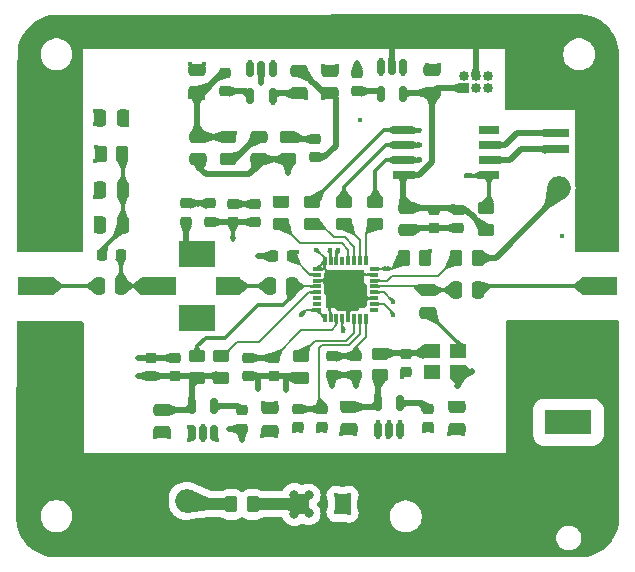
<source format=gbr>
%TF.GenerationSoftware,KiCad,Pcbnew,8.0.0*%
%TF.CreationDate,2024-07-29T11:46:54+02:00*%
%TF.ProjectId,Gnerator_poprawiony,476e6572-6174-46f7-925f-706f70726177,rev?*%
%TF.SameCoordinates,Original*%
%TF.FileFunction,Copper,L1,Top*%
%TF.FilePolarity,Positive*%
%FSLAX46Y46*%
G04 Gerber Fmt 4.6, Leading zero omitted, Abs format (unit mm)*
G04 Created by KiCad (PCBNEW 8.0.0) date 2024-07-29 11:46:54*
%MOMM*%
%LPD*%
G01*
G04 APERTURE LIST*
G04 Aperture macros list*
%AMRoundRect*
0 Rectangle with rounded corners*
0 $1 Rounding radius*
0 $2 $3 $4 $5 $6 $7 $8 $9 X,Y pos of 4 corners*
0 Add a 4 corners polygon primitive as box body*
4,1,4,$2,$3,$4,$5,$6,$7,$8,$9,$2,$3,0*
0 Add four circle primitives for the rounded corners*
1,1,$1+$1,$2,$3*
1,1,$1+$1,$4,$5*
1,1,$1+$1,$6,$7*
1,1,$1+$1,$8,$9*
0 Add four rect primitives between the rounded corners*
20,1,$1+$1,$2,$3,$4,$5,0*
20,1,$1+$1,$4,$5,$6,$7,0*
20,1,$1+$1,$6,$7,$8,$9,0*
20,1,$1+$1,$8,$9,$2,$3,0*%
G04 Aperture macros list end*
%TA.AperFunction,SMDPad,CuDef*%
%ADD10RoundRect,0.250000X-0.400000X-0.600000X0.400000X-0.600000X0.400000X0.600000X-0.400000X0.600000X0*%
%TD*%
%TA.AperFunction,SMDPad,CuDef*%
%ADD11RoundRect,0.250000X-0.475000X0.250000X-0.475000X-0.250000X0.475000X-0.250000X0.475000X0.250000X0*%
%TD*%
%TA.AperFunction,SMDPad,CuDef*%
%ADD12RoundRect,0.250000X0.450000X-0.262500X0.450000X0.262500X-0.450000X0.262500X-0.450000X-0.262500X0*%
%TD*%
%TA.AperFunction,SMDPad,CuDef*%
%ADD13RoundRect,0.225000X-0.250000X0.225000X-0.250000X-0.225000X0.250000X-0.225000X0.250000X0.225000X0*%
%TD*%
%TA.AperFunction,SMDPad,CuDef*%
%ADD14RoundRect,0.250000X0.262500X0.450000X-0.262500X0.450000X-0.262500X-0.450000X0.262500X-0.450000X0*%
%TD*%
%TA.AperFunction,SMDPad,CuDef*%
%ADD15RoundRect,0.250000X0.250000X0.475000X-0.250000X0.475000X-0.250000X-0.475000X0.250000X-0.475000X0*%
%TD*%
%TA.AperFunction,SMDPad,CuDef*%
%ADD16RoundRect,0.250000X-0.250000X-0.475000X0.250000X-0.475000X0.250000X0.475000X-0.250000X0.475000X0*%
%TD*%
%TA.AperFunction,SMDPad,CuDef*%
%ADD17RoundRect,0.250000X-0.450000X0.262500X-0.450000X-0.262500X0.450000X-0.262500X0.450000X0.262500X0*%
%TD*%
%TA.AperFunction,SMDPad,CuDef*%
%ADD18RoundRect,0.225000X0.250000X-0.225000X0.250000X0.225000X-0.250000X0.225000X-0.250000X-0.225000X0*%
%TD*%
%TA.AperFunction,SMDPad,CuDef*%
%ADD19RoundRect,0.218750X0.256250X-0.218750X0.256250X0.218750X-0.256250X0.218750X-0.256250X-0.218750X0*%
%TD*%
%TA.AperFunction,SMDPad,CuDef*%
%ADD20RoundRect,0.250000X-0.262500X-0.450000X0.262500X-0.450000X0.262500X0.450000X-0.262500X0.450000X0*%
%TD*%
%TA.AperFunction,SMDPad,CuDef*%
%ADD21R,0.300000X0.800000*%
%TD*%
%TA.AperFunction,SMDPad,CuDef*%
%ADD22R,0.800000X0.300000*%
%TD*%
%TA.AperFunction,SMDPad,CuDef*%
%ADD23R,3.250000X3.250000*%
%TD*%
%TA.AperFunction,SMDPad,CuDef*%
%ADD24RoundRect,0.218750X0.218750X0.256250X-0.218750X0.256250X-0.218750X-0.256250X0.218750X-0.256250X0*%
%TD*%
%TA.AperFunction,SMDPad,CuDef*%
%ADD25RoundRect,0.250000X0.475000X-0.250000X0.475000X0.250000X-0.475000X0.250000X-0.475000X-0.250000X0*%
%TD*%
%TA.AperFunction,SMDPad,CuDef*%
%ADD26RoundRect,0.150000X0.150000X-0.512500X0.150000X0.512500X-0.150000X0.512500X-0.150000X-0.512500X0*%
%TD*%
%TA.AperFunction,SMDPad,CuDef*%
%ADD27RoundRect,0.150000X-0.150000X0.512500X-0.150000X-0.512500X0.150000X-0.512500X0.150000X0.512500X0*%
%TD*%
%TA.AperFunction,SMDPad,CuDef*%
%ADD28RoundRect,0.225000X0.225000X0.250000X-0.225000X0.250000X-0.225000X-0.250000X0.225000X-0.250000X0*%
%TD*%
%TA.AperFunction,SMDPad,CuDef*%
%ADD29R,2.000000X0.700000*%
%TD*%
%TA.AperFunction,SMDPad,CuDef*%
%ADD30R,3.000000X1.500000*%
%TD*%
%TA.AperFunction,SMDPad,CuDef*%
%ADD31R,1.700000X0.650000*%
%TD*%
%TA.AperFunction,SMDPad,CuDef*%
%ADD32R,1.400000X1.200000*%
%TD*%
%TA.AperFunction,ComponentPad*%
%ADD33R,1.800000X1.800000*%
%TD*%
%TA.AperFunction,ComponentPad*%
%ADD34O,2.000000X2.000000*%
%TD*%
%TA.AperFunction,SMDPad,CuDef*%
%ADD35R,3.050000X2.290000*%
%TD*%
%TA.AperFunction,SMDPad,CuDef*%
%ADD36R,2.000000X1.500000*%
%TD*%
%TA.AperFunction,ComponentPad*%
%ADD37R,0.850000X0.850000*%
%TD*%
%TA.AperFunction,ComponentPad*%
%ADD38O,0.850000X0.850000*%
%TD*%
%TA.AperFunction,ComponentPad*%
%ADD39R,2.000000X2.000000*%
%TD*%
%TA.AperFunction,ComponentPad*%
%ADD40O,3.300000X2.000000*%
%TD*%
%TA.AperFunction,ComponentPad*%
%ADD41R,4.000000X2.000000*%
%TD*%
%TA.AperFunction,ViaPad*%
%ADD42C,0.450000*%
%TD*%
%TA.AperFunction,ViaPad*%
%ADD43C,0.800000*%
%TD*%
%TA.AperFunction,ViaPad*%
%ADD44C,2.000000*%
%TD*%
%TA.AperFunction,Conductor*%
%ADD45C,0.349250*%
%TD*%
%TA.AperFunction,Conductor*%
%ADD46C,0.200000*%
%TD*%
%TA.AperFunction,Conductor*%
%ADD47C,0.500000*%
%TD*%
%TA.AperFunction,Conductor*%
%ADD48C,1.000000*%
%TD*%
G04 APERTURE END LIST*
D10*
%TO.P,D2,1,K*%
%TO.N,5V*%
X125417600Y-76504800D03*
%TO.P,D2,2,A*%
%TO.N,+5V*%
X128917600Y-76504800D03*
%TD*%
D11*
%TO.P,C20,1*%
%TO.N,5V*%
X127889000Y-39817000D03*
%TO.P,C20,2*%
%TO.N,GND*%
X127889000Y-41717000D03*
%TD*%
%TO.P,C27,1*%
%TO.N,Vdd1*%
X129426000Y-68252000D03*
%TO.P,C27,2*%
%TO.N,GND*%
X129426000Y-70152000D03*
%TD*%
D12*
%TO.P,R6,1*%
%TO.N,GND*%
X125362000Y-65796500D03*
%TO.P,R6,2*%
%TO.N,Net-(U2-RSET)*%
X125362000Y-63971500D03*
%TD*%
D13*
%TO.P,C5,1*%
%TO.N,Net-(U2-VREF)*%
X130061000Y-63969000D03*
%TO.P,C5,2*%
%TO.N,GND*%
X130061000Y-65519000D03*
%TD*%
D14*
%TO.P,R7,1*%
%TO.N,Net-(U2-PDB_RF)*%
X135913500Y-55626000D03*
%TO.P,R7,2*%
%TO.N,Vdd2*%
X134088500Y-55626000D03*
%TD*%
D15*
%TO.P,C16,1*%
%TO.N,Net-(C16-Pad1)*%
X110297000Y-52832000D03*
%TO.P,C16,2*%
%TO.N,GND*%
X108397000Y-52832000D03*
%TD*%
D13*
%TO.P,C35,1*%
%TO.N,Vdd4*%
X115697000Y-51028000D03*
%TO.P,C35,2*%
%TO.N,GND*%
X115697000Y-52578000D03*
%TD*%
D12*
%TO.P,R12,1*%
%TO.N,Net-(C12-Pad1)*%
X119253000Y-47267500D03*
%TO.P,R12,2*%
%TO.N,GND*%
X119253000Y-45442500D03*
%TD*%
D16*
%TO.P,C18,1*%
%TO.N,5V*%
X108397000Y-43815000D03*
%TO.P,C18,2*%
%TO.N,GND*%
X110297000Y-43815000D03*
%TD*%
D17*
%TO.P,R11,1*%
%TO.N,Net-(U2-RF_OUT_A-)*%
X118631000Y-63971500D03*
%TO.P,R11,2*%
%TO.N,Vdd3*%
X118631000Y-65796500D03*
%TD*%
D18*
%TO.P,C34,1*%
%TO.N,Vdd3*%
X114694000Y-65659000D03*
%TO.P,C34,2*%
%TO.N,GND*%
X114694000Y-64109000D03*
%TD*%
D17*
%TO.P,R5,1*%
%TO.N,Net-(J3-Pin_5)*%
X131699000Y-50903500D03*
%TO.P,R5,2*%
%TO.N,/CLK*%
X131699000Y-52728500D03*
%TD*%
D15*
%TO.P,C14,1*%
%TO.N,Net-(U2-RF_OUT_A+)*%
X124648000Y-58039000D03*
%TO.P,C14,2*%
%TO.N,Net-(U3--)*%
X122748000Y-58039000D03*
%TD*%
D17*
%TO.P,R3,1*%
%TO.N,Net-(J3-Pin_2)*%
X126365000Y-50903500D03*
%TO.P,R3,2*%
%TO.N,/LE*%
X126365000Y-52728500D03*
%TD*%
D12*
%TO.P,R8,1*%
%TO.N,Net-(U2-CE)*%
X123698000Y-52728500D03*
%TO.P,R8,2*%
%TO.N,Vdd2*%
X123698000Y-50903500D03*
%TD*%
D15*
%TO.P,C17,1*%
%TO.N,Net-(C16-Pad1)*%
X110297000Y-49911000D03*
%TO.P,C17,2*%
%TO.N,GND*%
X108397000Y-49911000D03*
%TD*%
D19*
%TO.P,L1,1,1*%
%TO.N,Net-(C11-Pad1)*%
X117729000Y-52603500D03*
%TO.P,L1,2,2*%
%TO.N,Vdd4*%
X117729000Y-51028500D03*
%TD*%
D13*
%TO.P,C25,1*%
%TO.N,Net-(U6-BP)*%
X120409000Y-68548500D03*
%TO.P,C25,2*%
%TO.N,GND*%
X120409000Y-70098500D03*
%TD*%
%TO.P,C37,1*%
%TO.N,Vdd2*%
X138684000Y-51549000D03*
%TO.P,C37,2*%
%TO.N,GND*%
X138684000Y-53099000D03*
%TD*%
D12*
%TO.P,R13,1*%
%TO.N,Net-(U2-CPout)*%
X124333000Y-47267500D03*
%TO.P,R13,2*%
%TO.N,Net-(U2-VTUNE)*%
X124333000Y-45442500D03*
%TD*%
D18*
%TO.P,C9,1*%
%TO.N,Net-(C11-Pad1)*%
X119634000Y-52591000D03*
%TO.P,C9,2*%
%TO.N,GND*%
X119634000Y-51041000D03*
%TD*%
D20*
%TO.P,R14,1*%
%TO.N,5V*%
X108434500Y-46863000D03*
%TO.P,R14,2*%
%TO.N,Net-(C16-Pad1)*%
X110259500Y-46863000D03*
%TD*%
D18*
%TO.P,C26,1*%
%TO.N,Net-(U7-BP)*%
X118999000Y-41542000D03*
%TO.P,C26,2*%
%TO.N,GND*%
X118999000Y-39992000D03*
%TD*%
D21*
%TO.P,U2,1,CLK*%
%TO.N,/CLK*%
X130896000Y-55905000D03*
%TO.P,U2,2,DATA*%
%TO.N,/DATA*%
X130396000Y-55905000D03*
%TO.P,U2,3,LE*%
%TO.N,/LE*%
X129896000Y-55905000D03*
%TO.P,U2,4,CE*%
%TO.N,Net-(U2-CE)*%
X129396000Y-55905000D03*
%TO.P,U2,5,SW*%
%TO.N,unconnected-(U2-SW-Pad5)*%
X128896000Y-55905000D03*
%TO.P,U2,6,Vp*%
%TO.N,Vdd4*%
X128396000Y-55905000D03*
%TO.P,U2,7,CPout*%
%TO.N,Net-(U2-CPout)*%
X127896000Y-55905000D03*
%TO.P,U2,8,CPGND*%
%TO.N,GND*%
X127396000Y-55905000D03*
D22*
%TO.P,U2,9,AGND*%
X126746000Y-56555000D03*
%TO.P,U2,10,AVDD*%
%TO.N,Vdd4*%
X126746000Y-57055000D03*
%TO.P,U2,11,AGNDVCO*%
%TO.N,GND*%
X126746000Y-57555000D03*
%TO.P,U2,12,RF_OUT_A+*%
%TO.N,Net-(U2-RF_OUT_A+)*%
X126746000Y-58055000D03*
%TO.P,U2,13,RF_OUT_A-*%
%TO.N,Net-(U2-RF_OUT_A-)*%
X126746000Y-58555000D03*
%TO.P,U2,14,RF_OUT_B+*%
%TO.N,unconnected-(U2-RF_OUT_B+-Pad14)*%
X126746000Y-59055000D03*
%TO.P,U2,15,RF_OUT_B-*%
%TO.N,unconnected-(U2-RF_OUT_B--Pad15)*%
X126746000Y-59555000D03*
%TO.P,U2,16,VVCO*%
%TO.N,Net-(C11-Pad1)*%
X126746000Y-60055000D03*
D21*
%TO.P,U2,17,VVCO*%
X127396000Y-60705000D03*
%TO.P,U2,18,AGNDVCO*%
%TO.N,GND*%
X127896000Y-60705000D03*
%TO.P,U2,19,TEMP*%
%TO.N,Net-(U2-TEMP)*%
X128396000Y-60705000D03*
%TO.P,U2,20,VTUNE*%
%TO.N,Net-(U2-VTUNE)*%
X128896000Y-60705000D03*
%TO.P,U2,21,AGNDVCO*%
%TO.N,GND*%
X129396000Y-60705000D03*
%TO.P,U2,22,RSET*%
%TO.N,Net-(U2-RSET)*%
X129896000Y-60705000D03*
%TO.P,U2,23,VCOM*%
%TO.N,Net-(U2-VCOM)*%
X130396000Y-60705000D03*
%TO.P,U2,24,VREF*%
%TO.N,Net-(U2-VREF)*%
X130896000Y-60705000D03*
D22*
%TO.P,U2,25,LD*%
%TO.N,unconnected-(U2-LD-Pad25)*%
X131546000Y-60055000D03*
%TO.P,U2,26,PDB_RF*%
%TO.N,Net-(U2-PDB_RF)*%
X131546000Y-59555000D03*
%TO.P,U2,27,DGND*%
%TO.N,GND*%
X131546000Y-59055000D03*
%TO.P,U2,28,DVDD*%
%TO.N,Vdd2*%
X131546000Y-58555000D03*
%TO.P,U2,29,REFIN*%
%TO.N,Net-(U2-REFIN)*%
X131546000Y-58055000D03*
%TO.P,U2,30,MUXOUT*%
%TO.N,Net-(U2-MUXOUT)*%
X131546000Y-57555000D03*
%TO.P,U2,31,SDGND*%
%TO.N,GND*%
X131546000Y-57055000D03*
%TO.P,U2,32,SDVDD*%
%TO.N,Vdd2*%
X131546000Y-56555000D03*
D23*
%TO.P,U2,33,EP*%
%TO.N,GND*%
X129146000Y-58305000D03*
%TD*%
D11*
%TO.P,C22,1*%
%TO.N,5V*%
X116586000Y-39690000D03*
%TO.P,C22,2*%
%TO.N,GND*%
X116586000Y-41590000D03*
%TD*%
D18*
%TO.P,C31,1*%
%TO.N,Vdd3*%
X112662000Y-65659000D03*
%TO.P,C31,2*%
%TO.N,GND*%
X112662000Y-64109000D03*
%TD*%
D13*
%TO.P,C6,1*%
%TO.N,Net-(U2-TEMP)*%
X123076000Y-64109000D03*
%TO.P,C6,2*%
%TO.N,GND*%
X123076000Y-65659000D03*
%TD*%
D24*
%TO.P,L2,1,1*%
%TO.N,Net-(C15-Pad1)*%
X110121500Y-55372000D03*
%TO.P,L2,2,2*%
%TO.N,Net-(C16-Pad1)*%
X108546500Y-55372000D03*
%TD*%
D17*
%TO.P,R1,1*%
%TO.N,Net-(R1-Pad1)*%
X132093000Y-63752500D03*
%TO.P,R1,2*%
%TO.N,Vdd1*%
X132093000Y-65577500D03*
%TD*%
D13*
%TO.P,C8,1*%
%TO.N,Net-(U2-VREF)*%
X128029000Y-63982000D03*
%TO.P,C8,2*%
%TO.N,GND*%
X128029000Y-65532000D03*
%TD*%
D25*
%TO.P,C28,1*%
%TO.N,Vdd2*%
X136525000Y-41656000D03*
%TO.P,C28,2*%
%TO.N,GND*%
X136525000Y-39756000D03*
%TD*%
D26*
%TO.P,U4,1,VIN*%
%TO.N,5V*%
X131905000Y-70199500D03*
%TO.P,U4,2,GND*%
%TO.N,GND*%
X132855000Y-70199500D03*
%TO.P,U4,3,ON/~{OFF}*%
%TO.N,5V*%
X133805000Y-70199500D03*
%TO.P,U4,4,BP*%
%TO.N,Net-(U4-BP)*%
X133805000Y-67924500D03*
%TO.P,U4,5,VOUT*%
%TO.N,Vdd1*%
X131905000Y-67924500D03*
%TD*%
D17*
%TO.P,R4,1*%
%TO.N,Net-(J3-Pin_4)*%
X129032000Y-50903500D03*
%TO.P,R4,2*%
%TO.N,/DATA*%
X129032000Y-52728500D03*
%TD*%
D11*
%TO.P,C10,1*%
%TO.N,GND*%
X116713000Y-45405000D03*
%TO.P,C10,2*%
%TO.N,Net-(U2-CPout)*%
X116713000Y-47305000D03*
%TD*%
D27*
%TO.P,U7,1,VIN*%
%TO.N,5V*%
X122997000Y-39629500D03*
%TO.P,U7,2,GND*%
%TO.N,GND*%
X122047000Y-39629500D03*
%TO.P,U7,3,ON/~{OFF}*%
%TO.N,5V*%
X121097000Y-39629500D03*
%TO.P,U7,4,BP*%
%TO.N,Net-(U7-BP)*%
X121097000Y-41904500D03*
%TO.P,U7,5,VOUT*%
%TO.N,Vdd4*%
X122997000Y-41904500D03*
%TD*%
D28*
%TO.P,C32,1*%
%TO.N,Vdd4*%
X124600000Y-55499000D03*
%TO.P,C32,2*%
%TO.N,GND*%
X123050000Y-55499000D03*
%TD*%
D27*
%TO.P,U5,1,VIN*%
%TO.N,5V*%
X134046000Y-39502500D03*
%TO.P,U5,2,GND*%
%TO.N,GND*%
X133096000Y-39502500D03*
%TO.P,U5,3,ON/~{OFF}*%
%TO.N,5V*%
X132146000Y-39502500D03*
%TO.P,U5,4,BP*%
%TO.N,Net-(U5-BP)*%
X132146000Y-41777500D03*
%TO.P,U5,5,VOUT*%
%TO.N,Vdd2*%
X134046000Y-41777500D03*
%TD*%
D11*
%TO.P,C1,1*%
%TO.N,Net-(U2-REFIN)*%
X136144000Y-58384400D03*
%TO.P,C1,2*%
%TO.N,Net-(C1-Pad2)*%
X136144000Y-60284400D03*
%TD*%
D25*
%TO.P,C21,1*%
%TO.N,5V*%
X122756000Y-70273500D03*
%TO.P,C21,2*%
%TO.N,GND*%
X122756000Y-68373500D03*
%TD*%
D18*
%TO.P,CC,1*%
%TO.N,GND*%
X134252000Y-65313000D03*
%TO.P,CC,2*%
%TO.N,Net-(R1-Pad1)*%
X134252000Y-63763000D03*
%TD*%
D11*
%TO.P,C29,1*%
%TO.N,Vdd3*%
X113612000Y-68506000D03*
%TO.P,C29,2*%
%TO.N,GND*%
X113612000Y-70406000D03*
%TD*%
D18*
%TO.P,C13,1*%
%TO.N,GND*%
X126619000Y-47130000D03*
%TO.P,C13,2*%
%TO.N,Net-(U2-VTUNE)*%
X126619000Y-45580000D03*
%TD*%
D25*
%TO.P,C19,1*%
%TO.N,5V*%
X138570000Y-70139000D03*
%TO.P,C19,2*%
%TO.N,GND*%
X138570000Y-68239000D03*
%TD*%
D29*
%TO.P,SW1,1*%
%TO.N,Net-(U1-PB3)*%
X147040600Y-46456600D03*
%TO.P,SW1,2*%
%TO.N,Net-(U1-PB4)*%
X147040600Y-45059600D03*
%TO.P,SW1,3*%
%TO.N,GND*%
X150164800Y-45059600D03*
%TO.P,SW1,4*%
X150139400Y-46431200D03*
%TD*%
D18*
%TO.P,C11,1*%
%TO.N,Net-(C11-Pad1)*%
X121539000Y-52591000D03*
%TO.P,C11,2*%
%TO.N,GND*%
X121539000Y-51041000D03*
%TD*%
D17*
%TO.P,R10,1*%
%TO.N,Net-(U2-RF_OUT_A+)*%
X116599000Y-63971500D03*
%TO.P,R10,2*%
%TO.N,Vdd3*%
X116599000Y-65796500D03*
%TD*%
D15*
%TO.P,C15,1*%
%TO.N,Net-(C15-Pad1)*%
X110170000Y-58039000D03*
%TO.P,C15,2*%
%TO.N,Net-(J2-In)*%
X108270000Y-58039000D03*
%TD*%
D30*
%TO.P,J2,1,In*%
%TO.N,Net-(J2-In)*%
X102895400Y-58000000D03*
%TO.P,J2,2,Ext*%
%TO.N,GND*%
X102895400Y-62250000D03*
X102895400Y-53750000D03*
%TD*%
D11*
%TO.P,C12,1*%
%TO.N,Net-(C12-Pad1)*%
X121869200Y-45405000D03*
%TO.P,C12,2*%
%TO.N,Net-(U2-CPout)*%
X121869200Y-47305000D03*
%TD*%
D31*
%TO.P,U1,1,~{RESET}/PB5*%
%TO.N,Net-(J3-Pin_6)*%
X141318000Y-48641000D03*
%TO.P,U1,2,PB3*%
%TO.N,Net-(U1-PB3)*%
X141318000Y-47371000D03*
%TO.P,U1,3,PB4*%
%TO.N,Net-(U1-PB4)*%
X141318000Y-46101000D03*
%TO.P,U1,4,GND*%
%TO.N,GND*%
X141318000Y-44831000D03*
%TO.P,U1,5,PB0*%
%TO.N,Net-(J3-Pin_2)*%
X134018000Y-44831000D03*
%TO.P,U1,6,PB1*%
%TO.N,Net-(J3-Pin_4)*%
X134018000Y-46101000D03*
%TO.P,U1,7,PB2*%
%TO.N,Net-(J3-Pin_5)*%
X134018000Y-47371000D03*
%TO.P,U1,8,VCC*%
%TO.N,Vdd2*%
X134018000Y-48641000D03*
%TD*%
D32*
%TO.P,Y1,1,1*%
%TO.N,unconnected-(Y1-Pad1)*%
X136454000Y-65261000D03*
%TO.P,Y1,2,2*%
%TO.N,GND*%
X138654000Y-65261000D03*
%TO.P,Y1,3,3*%
%TO.N,Net-(C1-Pad2)*%
X138654000Y-63561000D03*
%TO.P,Y1,4,1*%
%TO.N,Net-(R1-Pad1)*%
X136454000Y-63561000D03*
%TD*%
D13*
%TO.P,C4,1*%
%TO.N,Net-(U2-VCOM)*%
X125108000Y-68427000D03*
%TO.P,C4,2*%
%TO.N,GND*%
X125108000Y-69977000D03*
%TD*%
D33*
%TO.P,D1,1,K*%
%TO.N,GND*%
X149833800Y-49733200D03*
D34*
%TO.P,D1,2,A*%
%TO.N,Net-(D1-A)*%
X147243000Y-49733200D03*
%TD*%
D11*
%TO.P,C33,1*%
%TO.N,Vdd2*%
X134366000Y-51374000D03*
%TO.P,C33,2*%
%TO.N,GND*%
X134366000Y-53274000D03*
%TD*%
D13*
%TO.P,C23,1*%
%TO.N,Net-(U4-BP)*%
X136157000Y-68414000D03*
%TO.P,C23,2*%
%TO.N,GND*%
X136157000Y-69964000D03*
%TD*%
D35*
%TO.P,U3,1,+*%
%TO.N,GND*%
X116583400Y-55345400D03*
D36*
%TO.P,U3,2,-*%
%TO.N,Net-(U3--)*%
X119183400Y-58045400D03*
D30*
%TO.P,U3,3*%
%TO.N,Net-(C15-Pad1)*%
X113383400Y-58045400D03*
D35*
%TO.P,U3,4,V+*%
%TO.N,GND*%
X116583400Y-60745400D03*
%TD*%
D30*
%TO.P,J1,1,In*%
%TO.N,Net-(J1-In)*%
X150749000Y-58000000D03*
%TO.P,J1,2,Ext*%
%TO.N,GND*%
X150749000Y-53758200D03*
X150749000Y-62250000D03*
%TD*%
D26*
%TO.P,U6,1,VIN*%
%TO.N,5V*%
X116157000Y-70461000D03*
%TO.P,U6,2,GND*%
%TO.N,GND*%
X117107000Y-70461000D03*
%TO.P,U6,3,ON/~{OFF}*%
%TO.N,5V*%
X118057000Y-70461000D03*
%TO.P,U6,4,BP*%
%TO.N,Net-(U6-BP)*%
X118057000Y-68186000D03*
%TO.P,U6,5,VOUT*%
%TO.N,Vdd3*%
X116157000Y-68186000D03*
%TD*%
D37*
%TO.P,J3,1,Pin_1*%
%TO.N,Vdd2*%
X139192000Y-41275000D03*
D38*
%TO.P,J3,2,Pin_2*%
%TO.N,Net-(J3-Pin_2)*%
X139192000Y-40275000D03*
%TO.P,J3,3,Pin_3*%
%TO.N,GND*%
X140192000Y-40275000D03*
%TO.P,J3,4,Pin_4*%
%TO.N,Net-(J3-Pin_4)*%
X140192000Y-41275000D03*
%TO.P,J3,5,Pin_5*%
%TO.N,Net-(J3-Pin_5)*%
X141192000Y-41275000D03*
%TO.P,J3,6,Pin_6*%
%TO.N,Net-(J3-Pin_6)*%
X141192000Y-40275000D03*
%TD*%
D12*
%TO.P,R2,1*%
%TO.N,Vdd2*%
X141097000Y-53236500D03*
%TO.P,R2,2*%
%TO.N,Net-(J3-Pin_6)*%
X141097000Y-51411500D03*
%TD*%
D20*
%TO.P,R9,1*%
%TO.N,Net-(U2-MUXOUT)*%
X138533500Y-55626000D03*
%TO.P,R9,2*%
%TO.N,Net-(D1-A)*%
X140358500Y-55626000D03*
%TD*%
D14*
%TO.P,R15,1*%
%TO.N,5V*%
X121308500Y-76504800D03*
%TO.P,R15,2*%
%TO.N,Net-(D3-A)*%
X119483500Y-76504800D03*
%TD*%
D18*
%TO.P,C24,1*%
%TO.N,Net-(U5-BP)*%
X130175000Y-41542000D03*
%TO.P,C24,2*%
%TO.N,GND*%
X130175000Y-39992000D03*
%TD*%
D13*
%TO.P,C36,1*%
%TO.N,Vdd2*%
X136652000Y-51549000D03*
%TO.P,C36,2*%
%TO.N,GND*%
X136652000Y-53099000D03*
%TD*%
D15*
%TO.P,C2,1*%
%TO.N,Net-(J1-In)*%
X140396000Y-58369200D03*
%TO.P,C2,2*%
%TO.N,Net-(U2-REFIN)*%
X138496000Y-58369200D03*
%TD*%
D39*
%TO.P,D3,1,K*%
%TO.N,GND*%
X113167200Y-76200000D03*
D34*
%TO.P,D3,2,A*%
%TO.N,Net-(D3-A)*%
X115707200Y-76200000D03*
%TD*%
D13*
%TO.P,C7,1*%
%TO.N,Net-(U2-VCOM)*%
X127140000Y-68427000D03*
%TO.P,C7,2*%
%TO.N,GND*%
X127140000Y-69977000D03*
%TD*%
D25*
%TO.P,C30,1*%
%TO.N,Vdd4*%
X125222000Y-41717000D03*
%TO.P,C30,2*%
%TO.N,GND*%
X125222000Y-39817000D03*
%TD*%
D13*
%TO.P,C3,1*%
%TO.N,Net-(U2-TEMP)*%
X120917000Y-64109000D03*
%TO.P,C3,2*%
%TO.N,GND*%
X120917000Y-65659000D03*
%TD*%
D40*
%TO.P,J4,1*%
%TO.N,GND*%
X148031200Y-75543200D03*
D41*
%TO.P,J4,2*%
%TO.N,+5V*%
X148031200Y-69543200D03*
%TD*%
D42*
%TO.N,GND*%
X117449600Y-61671200D03*
D43*
X111506000Y-72644000D03*
X106172000Y-70104000D03*
X107391200Y-72644000D03*
X117703600Y-73609200D03*
D42*
X110642400Y-43281600D03*
D43*
X140208000Y-37490400D03*
X136093200Y-72745600D03*
X105206800Y-69088000D03*
X106172000Y-52222400D03*
X105206800Y-49072800D03*
X151384000Y-61569600D03*
X125780800Y-37490400D03*
D42*
X138646200Y-66458800D03*
D43*
X106172000Y-42875200D03*
X109423200Y-73609200D03*
X105206800Y-61823600D03*
D42*
X115214400Y-55626000D03*
X117957600Y-60452000D03*
X132855000Y-69557600D03*
X116941600Y-59842400D03*
D43*
X129946400Y-72745600D03*
X126847600Y-73710800D03*
X106172000Y-44958000D03*
D42*
X123304600Y-67932000D03*
D43*
X142290800Y-37490400D03*
X147523200Y-42519600D03*
X144322800Y-63652400D03*
D42*
X120409000Y-71081600D03*
X115824000Y-59842400D03*
D43*
X151688800Y-47853600D03*
D42*
X117906800Y-55016400D03*
D43*
X113588800Y-72644000D03*
D42*
X117398800Y-55626000D03*
X115824000Y-60452000D03*
X107950000Y-50444400D03*
X114211400Y-70827600D03*
D43*
X144373600Y-41554400D03*
D42*
X119837200Y-45059600D03*
X115773200Y-54406800D03*
D43*
X143306800Y-63652400D03*
X143306800Y-42519600D03*
D42*
X124117400Y-66814400D03*
D43*
X137058400Y-37490400D03*
X106172000Y-71170800D03*
X105206800Y-73253600D03*
X131927600Y-37490400D03*
D42*
X128029000Y-66509600D03*
X117449600Y-61061600D03*
X128320800Y-42113200D03*
D43*
X124815600Y-37490400D03*
X150571200Y-44704000D03*
D42*
X117957600Y-59842400D03*
X122021600Y-40843200D03*
D43*
X144322800Y-62636400D03*
D42*
X121716800Y-55473600D03*
D43*
X114554000Y-36525200D03*
X104241600Y-54254400D03*
X149606000Y-46786800D03*
D42*
X147472400Y-53797200D03*
D43*
X140208000Y-36525200D03*
D42*
X116332000Y-54406800D03*
X139103400Y-67881200D03*
D43*
X149606000Y-44704000D03*
X141325600Y-72745600D03*
X118719600Y-72644000D03*
X138226800Y-72745600D03*
D44*
X129082800Y-58369200D03*
D43*
X115570000Y-36525200D03*
X105206800Y-36525200D03*
X136042400Y-36525200D03*
X124866400Y-73609200D03*
D42*
X115265200Y-61671200D03*
D43*
X105206800Y-42875200D03*
X105206800Y-41859200D03*
X127812800Y-36525200D03*
X106172000Y-43891200D03*
D42*
X120599200Y-51054000D03*
D43*
X103276400Y-54305200D03*
X144373600Y-38608000D03*
X144322800Y-61569600D03*
X121716800Y-37490400D03*
X106172000Y-39725600D03*
X123799600Y-37490400D03*
X148539200Y-42519600D03*
X119684800Y-36525200D03*
D42*
X137718800Y-53086000D03*
D43*
X149606000Y-47802800D03*
X110490000Y-72644000D03*
X129946400Y-73710800D03*
D42*
X115265200Y-59842400D03*
D43*
X150368000Y-61569600D03*
X106172000Y-67005200D03*
X105206800Y-70104000D03*
X149402800Y-61569600D03*
X139242800Y-72745600D03*
X126847600Y-72745600D03*
X144373600Y-36525200D03*
D42*
X101701600Y-53746400D03*
D43*
X117703600Y-72644000D03*
X143306800Y-67818000D03*
D42*
X135801400Y-70319600D03*
D43*
X119735600Y-72644000D03*
X105206800Y-67005200D03*
X149606000Y-43637200D03*
D42*
X116382800Y-60452000D03*
D43*
X105206800Y-63906400D03*
X117652800Y-36525200D03*
X143306800Y-36525200D03*
D42*
X116941600Y-61671200D03*
D43*
X144322800Y-68834000D03*
X150571200Y-42570400D03*
D42*
X117449600Y-59842400D03*
D43*
X112522000Y-73609200D03*
D42*
X116890800Y-54406800D03*
D43*
X103225600Y-62890400D03*
X122834400Y-73609200D03*
D42*
X133921800Y-65696800D03*
D43*
X105206800Y-62890400D03*
D42*
X136461800Y-70319600D03*
D43*
X150571200Y-43637200D03*
X105206800Y-51155600D03*
X106172000Y-72186800D03*
X148386800Y-61569600D03*
X109372400Y-36525200D03*
D42*
X126695200Y-54931300D03*
D43*
X145389600Y-41554400D03*
X151688800Y-49479200D03*
X151688800Y-51562000D03*
X149352000Y-62636400D03*
X111455200Y-36525200D03*
X110439200Y-37490400D03*
X142290800Y-36525200D03*
D42*
X116890800Y-55626000D03*
D43*
X116636800Y-37490400D03*
D42*
X132804200Y-70827600D03*
X151892000Y-53746400D03*
X127254000Y-42113200D03*
D43*
X133959600Y-36525200D03*
X106172000Y-46990000D03*
X108356400Y-36525200D03*
X123850400Y-72644000D03*
X116636800Y-36525200D03*
D42*
X137985800Y-67881200D03*
D43*
X111455200Y-37490400D03*
X102260400Y-62890400D03*
D42*
X115773200Y-55626000D03*
X117957600Y-61061600D03*
D43*
X149606000Y-51562000D03*
D42*
X130061000Y-66458800D03*
X115824000Y-61671200D03*
D43*
X109372400Y-37490400D03*
X108407200Y-73609200D03*
X138176000Y-37490400D03*
X126796800Y-37490400D03*
X135026400Y-36525200D03*
X146456400Y-41554400D03*
D42*
X135686800Y-53086000D03*
D43*
X143357600Y-69900800D03*
X105206800Y-40792400D03*
X105206800Y-68021200D03*
X122783600Y-36525200D03*
D42*
X115265200Y-60452000D03*
D43*
X102311200Y-54305200D03*
X128930400Y-72745600D03*
X143306800Y-64719200D03*
X104241600Y-62890400D03*
X137109200Y-72745600D03*
X114554000Y-37490400D03*
X151688800Y-50495200D03*
X136042400Y-37490400D03*
X130962400Y-72745600D03*
X144322800Y-70916800D03*
X106172000Y-65989200D03*
X130962400Y-73710800D03*
X148539200Y-41554400D03*
X151688800Y-46837600D03*
X117652800Y-37490400D03*
D42*
X117449600Y-60452000D03*
X116382800Y-61671200D03*
D43*
X111506000Y-73609200D03*
X105206800Y-48056800D03*
X143357600Y-70916800D03*
D42*
X113043000Y-70776800D03*
X110642400Y-44399200D03*
X117906800Y-54406800D03*
D43*
X112471200Y-36525200D03*
X138176000Y-36525200D03*
D42*
X121780600Y-66763600D03*
D43*
X105206800Y-50139600D03*
X105206800Y-65989200D03*
X110490000Y-73609200D03*
D42*
X140716000Y-44805600D03*
D43*
X118668800Y-36525200D03*
D42*
X115265200Y-61061600D03*
D43*
X107340400Y-37490400D03*
D42*
X117957600Y-61671200D03*
D43*
X105206800Y-54254400D03*
X143306800Y-39573200D03*
X114604800Y-72644000D03*
X106273600Y-36525200D03*
X120700800Y-37490400D03*
X119735600Y-73609200D03*
X106172000Y-48056800D03*
X113538000Y-37490400D03*
X149606000Y-45720000D03*
X127812800Y-37490400D03*
X125831600Y-72745600D03*
X144322800Y-66802000D03*
X114604800Y-73609200D03*
X105206800Y-43891200D03*
X143357600Y-61569600D03*
X143306800Y-65735200D03*
D42*
X116586000Y-43535600D03*
D43*
X121716800Y-36525200D03*
D42*
X115773200Y-56235600D03*
D43*
X144322800Y-69900800D03*
X132994400Y-72745600D03*
D42*
X108051600Y-52273200D03*
D43*
X102311200Y-53238400D03*
X150571200Y-45720000D03*
D42*
X115214400Y-56235600D03*
X117957600Y-45415200D03*
D43*
X150368000Y-62636400D03*
X113538000Y-36525200D03*
X106172000Y-73253600D03*
X112522000Y-72644000D03*
X109423200Y-72644000D03*
X150571200Y-54711600D03*
D42*
X117398800Y-56235600D03*
D43*
X150571200Y-53644800D03*
D42*
X122187000Y-67932000D03*
D43*
X121767600Y-73609200D03*
X104241600Y-53238400D03*
X108407200Y-72644000D03*
X106273600Y-37490400D03*
X143306800Y-41554400D03*
X105206800Y-44958000D03*
D42*
X116382800Y-61061600D03*
D43*
X107391200Y-73609200D03*
X123799600Y-36525200D03*
X106172000Y-62890400D03*
X134010400Y-72745600D03*
D42*
X108000800Y-49377600D03*
D43*
X150571200Y-41554400D03*
X128879600Y-37490400D03*
X143306800Y-38608000D03*
X104241600Y-61823600D03*
X105206800Y-46990000D03*
D42*
X117107000Y-71081600D03*
X116382800Y-59842400D03*
D43*
X143306800Y-40538400D03*
X121767600Y-72644000D03*
D42*
X111569800Y-64122000D03*
D43*
X105206800Y-64922400D03*
X144322800Y-65735200D03*
D42*
X117398800Y-55016400D03*
X115976400Y-42011600D03*
X130454400Y-56997600D03*
X127762000Y-59639200D03*
X115824000Y-61061600D03*
X115773200Y-55016400D03*
X130403600Y-59537600D03*
D43*
X124815600Y-36525200D03*
X144322800Y-67818000D03*
X106172000Y-50139600D03*
D42*
X116332000Y-55626000D03*
D43*
X144373600Y-42519600D03*
X108356400Y-37490400D03*
X145389600Y-42519600D03*
D42*
X116941600Y-61061600D03*
D43*
X128930400Y-73710800D03*
X141274800Y-37490400D03*
X115620800Y-73609200D03*
D42*
X117398800Y-54406800D03*
D43*
X106172000Y-64922400D03*
X107340400Y-36525200D03*
X146456400Y-42519600D03*
X135026400Y-37490400D03*
X142341600Y-72745600D03*
X106172000Y-41859200D03*
X144322800Y-64719200D03*
D42*
X126492000Y-40792400D03*
D43*
X144373600Y-37490400D03*
X119684800Y-37490400D03*
X129895600Y-37490400D03*
X118668800Y-37490400D03*
D42*
X116890800Y-56235600D03*
D43*
X103276400Y-61823600D03*
D42*
X119342200Y-70116400D03*
X115214400Y-55016400D03*
X129959400Y-70522800D03*
D43*
X112471200Y-37490400D03*
X122834400Y-72644000D03*
X115570000Y-37490400D03*
X147523200Y-41554400D03*
X113588800Y-73609200D03*
X105206800Y-72186800D03*
X127863600Y-72745600D03*
X110439200Y-36525200D03*
X137058400Y-36525200D03*
X105206800Y-45974000D03*
X149606000Y-54711600D03*
X147370800Y-61569600D03*
X115620800Y-72644000D03*
D42*
X127762000Y-56997600D03*
D43*
X141274800Y-36525200D03*
X143306800Y-71932800D03*
X129895600Y-36525200D03*
X131978400Y-72745600D03*
X125780800Y-36525200D03*
X140258800Y-72745600D03*
X151384000Y-62636400D03*
D42*
X117094000Y-42062400D03*
D43*
X144373600Y-40538400D03*
X123850400Y-73609200D03*
X143306800Y-68834000D03*
X150571200Y-52628800D03*
D42*
X116941600Y-60452000D03*
D43*
X128879600Y-36525200D03*
D42*
X115214400Y-54406800D03*
X116332000Y-56235600D03*
D43*
X106172000Y-68021200D03*
X116687600Y-73609200D03*
X120751600Y-73609200D03*
X148386800Y-62636400D03*
X149606000Y-53644800D03*
X120751600Y-72644000D03*
D42*
X128791000Y-70522800D03*
D43*
X149606000Y-52628800D03*
X144373600Y-39573200D03*
X105206800Y-71170800D03*
X102260400Y-61823600D03*
X124866400Y-72644000D03*
X132943600Y-36525200D03*
X130911600Y-37490400D03*
X150571200Y-51562000D03*
D42*
X116890800Y-55016400D03*
D43*
X150571200Y-46786800D03*
D42*
X130175000Y-39116000D03*
D43*
X118719600Y-73609200D03*
D42*
X116332000Y-55016400D03*
D43*
X143306800Y-66751200D03*
X105206800Y-52222400D03*
D42*
X139916200Y-65239600D03*
X127419400Y-70268800D03*
D43*
X122783600Y-37490400D03*
D42*
X125387400Y-70268800D03*
D43*
X127863600Y-73710800D03*
X106172000Y-63906400D03*
D42*
X113703400Y-64122000D03*
D43*
X106172000Y-45974000D03*
X139192000Y-37490400D03*
X116687600Y-72644000D03*
X133959600Y-37490400D03*
X135077200Y-72745600D03*
X143306800Y-37490400D03*
X150571200Y-47802800D03*
X126796800Y-36525200D03*
X130911600Y-36525200D03*
X143306800Y-62636400D03*
X132943600Y-37490400D03*
X106172000Y-69088000D03*
D42*
X117107000Y-69862400D03*
D43*
X125831600Y-73710800D03*
D42*
X108051600Y-53390800D03*
D43*
X147370800Y-62636400D03*
D42*
X126809800Y-70268800D03*
D43*
X106172000Y-53238400D03*
D42*
X137058400Y-39268400D03*
D43*
X139192000Y-36525200D03*
X105206800Y-53238400D03*
X106172000Y-40792400D03*
X103276400Y-53238400D03*
D42*
X117906800Y-55626000D03*
D43*
X120700800Y-36525200D03*
X149606000Y-41554400D03*
D42*
X117957600Y-40741600D03*
D43*
X131927600Y-36525200D03*
X149606000Y-42570400D03*
D42*
X136042400Y-39268400D03*
D43*
X106172000Y-61823600D03*
D42*
X124777800Y-70268800D03*
D43*
X106172000Y-51155600D03*
X106172000Y-54254400D03*
D42*
X117906800Y-56235600D03*
D43*
X106172000Y-49072800D03*
D42*
%TO.N,Net-(C11-Pad1)*%
X125425200Y-60452000D03*
X119634000Y-54051200D03*
%TO.N,Net-(U2-CPout)*%
X124307600Y-48412400D03*
X127812800Y-54965600D03*
%TO.N,Net-(U2-VTUNE)*%
X128981200Y-61823600D03*
X125577600Y-45567600D03*
%TO.N,5V*%
X139103400Y-70573600D03*
X133820200Y-70827600D03*
X137935000Y-70573600D03*
X122986800Y-39065200D03*
X121107200Y-39014400D03*
X107950000Y-43230800D03*
D43*
X124830800Y-75692000D03*
D42*
X131889800Y-69557600D03*
D43*
X126050000Y-77266800D03*
D42*
X107950000Y-47396400D03*
X115938600Y-71030800D03*
X123304600Y-70726000D03*
X132130800Y-40081200D03*
X128473200Y-39420800D03*
X134061200Y-40081200D03*
X116027200Y-39217600D03*
X117144800Y-39217600D03*
X132181600Y-38912800D03*
X107950000Y-44297600D03*
X134061200Y-38963600D03*
X122986800Y-40132000D03*
X121107200Y-40182800D03*
X118275400Y-71081600D03*
X127254000Y-39420800D03*
X133820200Y-69557600D03*
D43*
X126050000Y-75742800D03*
D42*
X131889800Y-70827600D03*
X108000800Y-46278800D03*
D43*
X124830800Y-77317600D03*
D42*
X115938600Y-69913200D03*
X122136200Y-70675200D03*
%TO.N,Vdd1*%
X130823000Y-68287600D03*
X128892600Y-67932000D03*
X131889800Y-66763600D03*
%TO.N,Vdd2*%
X135229600Y-41656000D03*
X133197600Y-59334400D03*
X124206000Y-50596800D03*
X123190000Y-50596800D03*
X137668000Y-51409600D03*
X132638800Y-56540400D03*
X139750800Y-51917600D03*
X135534400Y-48463200D03*
X134018000Y-49979600D03*
X135636000Y-51409600D03*
X130352800Y-43992800D03*
%TO.N,Vdd3*%
X113144600Y-68490800D03*
X113703400Y-65646000D03*
X117615000Y-65646000D03*
X111569800Y-65646000D03*
X116040200Y-68389200D03*
X116141800Y-66814400D03*
%TO.N,Vdd4*%
X125018800Y-55168800D03*
X125780800Y-42113200D03*
X122986800Y-42519600D03*
X128524000Y-54965600D03*
X116687600Y-51054000D03*
%TO.N,+5V*%
X129438400Y-75742800D03*
X128371600Y-75742800D03*
X128879600Y-76555600D03*
X128371600Y-77165200D03*
X129438400Y-77216000D03*
%TO.N,Net-(J3-Pin_2)*%
X135382000Y-44856400D03*
%TO.N,Net-(J3-Pin_4)*%
X135432800Y-46075600D03*
%TO.N,Net-(J3-Pin_5)*%
X135432800Y-47345600D03*
%TO.N,Net-(J3-Pin_6)*%
X139395200Y-48666400D03*
%TO.N,Net-(U2-PDB_RF)*%
X133197600Y-60452000D03*
X136296400Y-55016400D03*
%TD*%
D45*
%TO.N,Net-(U2-REFIN)*%
X138496000Y-58369200D02*
X136159200Y-58369200D01*
X136159200Y-58369200D02*
X136144000Y-58384400D01*
D46*
X131546000Y-58055000D02*
X135814600Y-58055000D01*
X135814600Y-58055000D02*
X136144000Y-58384400D01*
D45*
%TO.N,Net-(C1-Pad2)*%
X138654000Y-62758200D02*
X138617800Y-62758200D01*
X138617800Y-62758200D02*
X136144000Y-60284400D01*
X138654000Y-62758200D02*
X138654000Y-63561000D01*
%TO.N,Net-(J1-In)*%
X140765200Y-58000000D02*
X150749000Y-58000000D01*
X140396000Y-58039000D02*
X140435000Y-58000000D01*
X140396000Y-58369200D02*
X140765200Y-58000000D01*
D46*
%TO.N,Net-(U2-TEMP)*%
X123076000Y-64071200D02*
X125425200Y-61722000D01*
D47*
X120917000Y-64109000D02*
X123076000Y-64109000D01*
D46*
X125425200Y-61722000D02*
X128029000Y-61722000D01*
X123076000Y-64109000D02*
X123076000Y-64071200D01*
X128396000Y-61355000D02*
X128396000Y-60705000D01*
X123229000Y-64109000D02*
X123076000Y-64109000D01*
X128029000Y-61722000D02*
X128396000Y-61355000D01*
D47*
%TO.N,GND*%
X115697000Y-52578000D02*
X115697000Y-54459000D01*
D46*
X130397000Y-57055000D02*
X130396000Y-57055000D01*
D47*
X125187000Y-65659000D02*
X125362000Y-65834000D01*
X124117400Y-65659000D02*
X124117400Y-66814400D01*
X117957600Y-45415200D02*
X117947400Y-45405000D01*
X137718800Y-53086000D02*
X137705800Y-53099000D01*
D46*
X129082800Y-58368200D02*
X129146000Y-58305000D01*
X129082800Y-58369200D02*
X129082800Y-58368200D01*
D47*
X125465800Y-39817000D02*
X126441200Y-40792400D01*
D46*
X131546000Y-57055000D02*
X130511800Y-57055000D01*
X126746000Y-56555000D02*
X127396000Y-56555000D01*
D47*
X120917000Y-65659000D02*
X121780600Y-65659000D01*
X115697000Y-54459000D02*
X116583400Y-55345400D01*
X116586000Y-41590000D02*
X117109200Y-41590000D01*
X120409000Y-71081600D02*
X120409000Y-71030800D01*
X133096000Y-39502500D02*
X133096000Y-37592000D01*
X124117400Y-65659000D02*
X125187000Y-65659000D01*
D46*
X126746000Y-57555000D02*
X128396000Y-57555000D01*
D47*
X135673800Y-53099000D02*
X134541000Y-53099000D01*
X130048000Y-65532000D02*
X130061000Y-65519000D01*
X125222000Y-39817000D02*
X125465800Y-39817000D01*
D46*
X130511800Y-57055000D02*
X130454400Y-56997600D01*
D47*
X140192000Y-40275000D02*
X140192000Y-37608000D01*
X113690400Y-64109000D02*
X111582800Y-64109000D01*
X135699800Y-53099000D02*
X135686800Y-53086000D01*
D46*
X129396000Y-60705000D02*
X129396000Y-58555000D01*
D47*
X126619000Y-47130000D02*
X127368000Y-47130000D01*
X121716800Y-55473600D02*
X121742200Y-55499000D01*
D46*
X127762000Y-59639200D02*
X127896000Y-59555000D01*
D47*
X126492000Y-40792400D02*
X126492000Y-40843200D01*
X126492000Y-40843200D02*
X127365800Y-41717000D01*
D46*
X129396000Y-58555000D02*
X129146000Y-58305000D01*
D47*
X127365800Y-41717000D02*
X127889000Y-41717000D01*
X138684000Y-53099000D02*
X137731800Y-53099000D01*
X120612200Y-51041000D02*
X121539000Y-51041000D01*
X120409000Y-70098500D02*
X120409000Y-71081600D01*
D46*
X127396000Y-56555000D02*
X127762000Y-56921000D01*
D47*
X121742200Y-55499000D02*
X123050000Y-55499000D01*
X137731800Y-53099000D02*
X137718800Y-53086000D01*
D46*
X129081800Y-58369200D02*
X129082800Y-58369200D01*
D47*
X118707200Y-39992000D02*
X118999000Y-39992000D01*
X128029000Y-65532000D02*
X128029000Y-66509600D01*
X117109200Y-41590000D02*
X117957600Y-40741600D01*
D46*
X127896000Y-60705000D02*
X127762000Y-59639200D01*
X130454400Y-56997600D02*
X130397000Y-57055000D01*
D47*
X128320800Y-46177200D02*
X128320800Y-42113200D01*
X122047000Y-39629500D02*
X122047000Y-40817800D01*
D46*
X127762000Y-56997600D02*
X127838600Y-56997600D01*
D47*
X122047000Y-40817800D02*
X122021600Y-40843200D01*
X135686800Y-53086000D02*
X135673800Y-53099000D01*
D46*
X127762000Y-56921000D02*
X127762000Y-56997600D01*
X126746000Y-56555000D02*
X127396000Y-55905000D01*
D47*
X121780600Y-65659000D02*
X124117400Y-65659000D01*
X138654000Y-65261000D02*
X138654000Y-66451000D01*
D46*
X129896000Y-59055000D02*
X129146000Y-58305000D01*
D47*
X127368000Y-47130000D02*
X128320800Y-46177200D01*
X117967800Y-45405000D02*
X117957600Y-45415200D01*
X138654000Y-65261000D02*
X139894800Y-65261000D01*
D46*
X128396000Y-57555000D02*
X129146000Y-58305000D01*
X127838600Y-56997600D02*
X129146000Y-58305000D01*
D47*
X117957600Y-40741600D02*
X118707200Y-39992000D01*
X119253000Y-45405000D02*
X117967800Y-45405000D01*
X114694000Y-64109000D02*
X113716400Y-64109000D01*
X119634000Y-51041000D02*
X120586200Y-51041000D01*
D46*
X127896000Y-59555000D02*
X129081800Y-58369200D01*
D47*
X126441200Y-40792400D02*
X126492000Y-40792400D01*
X130061000Y-65519000D02*
X130061000Y-66458800D01*
X116586000Y-43535600D02*
X116586000Y-45278000D01*
X113703400Y-64122000D02*
X113690400Y-64109000D01*
X111582800Y-64109000D02*
X111569800Y-64122000D01*
X119342200Y-70116400D02*
X119360100Y-70098500D01*
X120599200Y-51054000D02*
X120612200Y-51041000D01*
X116586000Y-45278000D02*
X116713000Y-45405000D01*
X128029000Y-65532000D02*
X130048000Y-65532000D01*
X140192000Y-37404800D02*
X140208000Y-37388800D01*
D46*
X127396000Y-55905000D02*
X127396000Y-56555000D01*
X127396000Y-55632100D02*
X127396000Y-55905000D01*
X131546000Y-59055000D02*
X129896000Y-59055000D01*
D47*
X138654000Y-66451000D02*
X138646200Y-66458800D01*
X121780600Y-65659000D02*
X121780600Y-66763600D01*
X116586000Y-41590000D02*
X116586000Y-43535600D01*
X117947400Y-45405000D02*
X116713000Y-45405000D01*
X113716400Y-64109000D02*
X113703400Y-64122000D01*
X120409000Y-70098500D02*
X119360100Y-70098500D01*
D46*
X126695200Y-54931300D02*
X127396000Y-55632100D01*
D47*
X139894800Y-65261000D02*
X139916200Y-65239600D01*
X120586200Y-51041000D02*
X120599200Y-51054000D01*
D46*
X130396000Y-57055000D02*
X129146000Y-58305000D01*
D47*
X137705800Y-53099000D02*
X135699800Y-53099000D01*
X134541000Y-53099000D02*
X134366000Y-53274000D01*
X130175000Y-39116000D02*
X130175000Y-39992000D01*
D46*
%TO.N,Net-(U2-VCOM)*%
X127177800Y-63042800D02*
X129438400Y-63042800D01*
D47*
X125108000Y-68427000D02*
X127140000Y-68427000D01*
D46*
X130396000Y-62085200D02*
X130396000Y-60705000D01*
X127140000Y-68427000D02*
X126962200Y-68249200D01*
X126962200Y-63258400D02*
X127177800Y-63042800D01*
X126962200Y-68249200D02*
X126962200Y-63258400D01*
X129438400Y-63042800D02*
X130396000Y-62085200D01*
%TO.N,Net-(U2-VREF)*%
X128369000Y-63642000D02*
X128029000Y-63982000D01*
D47*
X128029000Y-63982000D02*
X130048000Y-63982000D01*
D46*
X130896000Y-60705000D02*
X130896000Y-62347200D01*
X130896000Y-62347200D02*
X130061000Y-63182200D01*
X130061000Y-63182200D02*
X130061000Y-63969000D01*
D47*
X130048000Y-63982000D02*
X130061000Y-63969000D01*
D45*
%TO.N,Net-(C11-Pad1)*%
X119634000Y-54051200D02*
X119634000Y-54102000D01*
D46*
X127396000Y-60705000D02*
X126746000Y-60055000D01*
D47*
X117729000Y-52591000D02*
X121539000Y-52591000D01*
D46*
X126746000Y-60055000D02*
X125822200Y-60055000D01*
D45*
X119634000Y-52591000D02*
X119634000Y-54051200D01*
D46*
X125822200Y-60055000D02*
X125425200Y-60452000D01*
D47*
%TO.N,Net-(U2-CPout)*%
X124333000Y-47305000D02*
X124333000Y-48387000D01*
X120954800Y-48564800D02*
X121869200Y-47650400D01*
D46*
X127896000Y-55048800D02*
X127812800Y-54965600D01*
D47*
X116713000Y-47929800D02*
X117348000Y-48564800D01*
D46*
X127896000Y-55905000D02*
X127896000Y-55048800D01*
D47*
X121869200Y-47650400D02*
X121869200Y-47305000D01*
X116713000Y-47305000D02*
X116713000Y-47929800D01*
X124333000Y-48387000D02*
X124307600Y-48412400D01*
X121869200Y-47305000D02*
X124333000Y-47305000D01*
X117348000Y-48564800D02*
X120954800Y-48564800D01*
%TO.N,Net-(C12-Pad1)*%
X119253000Y-47305000D02*
X119776200Y-47305000D01*
X119776200Y-47305000D02*
X121676200Y-45405000D01*
X121676200Y-45405000D02*
X121869200Y-45405000D01*
%TO.N,Net-(U2-VTUNE)*%
X125577600Y-45567600D02*
X125565200Y-45580000D01*
X125565200Y-45580000D02*
X124508000Y-45580000D01*
D46*
X128896000Y-61738400D02*
X128981200Y-61823600D01*
X128896000Y-60705000D02*
X128896000Y-61738400D01*
D47*
X124508000Y-45580000D02*
X124333000Y-45405000D01*
X125590000Y-45580000D02*
X125577600Y-45567600D01*
X126619000Y-45580000D02*
X125590000Y-45580000D01*
D45*
%TO.N,Net-(U2-RF_OUT_A+)*%
X117348000Y-62382400D02*
X118973600Y-62382400D01*
X121742200Y-59613800D02*
X123875800Y-59613800D01*
X124648000Y-58841600D02*
X124648000Y-58039000D01*
D46*
X124664000Y-58055000D02*
X124648000Y-58039000D01*
D45*
X116599000Y-63131400D02*
X117348000Y-62382400D01*
X123875800Y-59613800D02*
X124648000Y-58841600D01*
D46*
X126746000Y-58055000D02*
X124664000Y-58055000D01*
D45*
X118973600Y-62382400D02*
X121742200Y-59613800D01*
X116599000Y-64109000D02*
X116599000Y-63131400D01*
%TO.N,Net-(U3--)*%
X119183400Y-58045400D02*
X122741600Y-58045400D01*
X122741600Y-58045400D02*
X122748000Y-58039000D01*
%TO.N,Net-(C15-Pad1)*%
X113377000Y-58039000D02*
X113383400Y-58045400D01*
X110170000Y-58039000D02*
X110170000Y-55433000D01*
X110170000Y-58039000D02*
X113377000Y-58039000D01*
X110170000Y-55433000D02*
X110109000Y-55372000D01*
%TO.N,Net-(J2-In)*%
X102895400Y-58000000D02*
X108231000Y-58000000D01*
X108231000Y-58000000D02*
X108270000Y-58039000D01*
%TO.N,Net-(C16-Pad1)*%
X108559000Y-54915400D02*
X110297000Y-53177400D01*
X110297000Y-49911000D02*
X110297000Y-52832000D01*
X108559000Y-55372000D02*
X108559000Y-54915400D01*
X110297000Y-46863000D02*
X110297000Y-49911000D01*
X110297000Y-53177400D02*
X110297000Y-52832000D01*
D48*
%TO.N,5V*%
X121346000Y-76504800D02*
X125417600Y-76504800D01*
D47*
%TO.N,Net-(U4-BP)*%
X135667500Y-67924500D02*
X136157000Y-68414000D01*
X133805000Y-67924500D02*
X135667500Y-67924500D01*
%TO.N,Net-(U5-BP)*%
X130175000Y-41542000D02*
X131910500Y-41542000D01*
X131910500Y-41542000D02*
X132146000Y-41777500D01*
%TO.N,Net-(U6-BP)*%
X120046500Y-68186000D02*
X120409000Y-68548500D01*
X118057000Y-68186000D02*
X120046500Y-68186000D01*
%TO.N,Net-(U7-BP)*%
X118999000Y-41542000D02*
X120734500Y-41542000D01*
X120734500Y-41542000D02*
X121097000Y-41904500D01*
%TO.N,Vdd1*%
X131905000Y-67924500D02*
X131905000Y-66778800D01*
X131905000Y-66778800D02*
X131889800Y-66763600D01*
X130823000Y-68287600D02*
X130858600Y-68252000D01*
X130858600Y-68252000D02*
X131577500Y-68252000D01*
X131577500Y-68252000D02*
X131905000Y-67924500D01*
X130787400Y-68252000D02*
X130823000Y-68287600D01*
X131905000Y-66748400D02*
X131905000Y-65803000D01*
X131905000Y-65803000D02*
X132093000Y-65615000D01*
X131889800Y-66763600D02*
X131905000Y-66748400D01*
X129426000Y-68252000D02*
X130787400Y-68252000D01*
D46*
%TO.N,Vdd2*%
X132624200Y-56555000D02*
X132638800Y-56540400D01*
D47*
X139750800Y-51927800D02*
X141097000Y-53274000D01*
D46*
X132418200Y-58555000D02*
X133197600Y-59334400D01*
D47*
X139750800Y-51917600D02*
X139750800Y-51927800D01*
X136525000Y-41656000D02*
X136525000Y-47484000D01*
X139192000Y-41275000D02*
X136906000Y-41275000D01*
X134018000Y-49979600D02*
X134018000Y-48641000D01*
X135671600Y-51374000D02*
X137632400Y-51374000D01*
D46*
X132638800Y-56540400D02*
X132653400Y-56555000D01*
D47*
X135600400Y-51374000D02*
X135636000Y-51409600D01*
X135534400Y-48463200D02*
X135534400Y-48474600D01*
X136525000Y-41656000D02*
X135229600Y-41656000D01*
D46*
X133122000Y-56555000D02*
X134051000Y-55626000D01*
D47*
X138509000Y-51374000D02*
X138684000Y-51549000D01*
X135636000Y-51409600D02*
X135671600Y-51374000D01*
X134018000Y-49979600D02*
X134018000Y-51026000D01*
X134167500Y-41656000D02*
X134046000Y-41777500D01*
X136525000Y-47484000D02*
X135545800Y-48463200D01*
X137632400Y-51374000D02*
X137668000Y-51409600D01*
X134366000Y-51374000D02*
X135600400Y-51374000D01*
X137668000Y-51409600D02*
X137703600Y-51374000D01*
X136906000Y-41275000D02*
X136525000Y-41656000D01*
D46*
X133197600Y-59334400D02*
X133197600Y-59232800D01*
D47*
X135534400Y-48474600D02*
X135368000Y-48641000D01*
D46*
X131546000Y-56555000D02*
X132624200Y-56555000D01*
D47*
X138684000Y-51549000D02*
X139372000Y-51549000D01*
X137703600Y-51374000D02*
X138509000Y-51374000D01*
X135368000Y-48641000D02*
X134018000Y-48641000D01*
X139372000Y-51549000D02*
X139740600Y-51917600D01*
D46*
X132653400Y-56555000D02*
X133122000Y-56555000D01*
X131546000Y-58555000D02*
X132418200Y-58555000D01*
D47*
X135229600Y-41656000D02*
X134167500Y-41656000D01*
X135545800Y-48463200D02*
X135534400Y-48463200D01*
X139740600Y-51917600D02*
X139750800Y-51917600D01*
X134018000Y-51026000D02*
X134366000Y-51374000D01*
%TO.N,Vdd3*%
X117615000Y-65646000D02*
X117628000Y-65659000D01*
X116157000Y-68186000D02*
X116157000Y-66829600D01*
X116040200Y-68302800D02*
X116157000Y-68186000D01*
X117602000Y-65659000D02*
X117615000Y-65646000D01*
X113716400Y-65659000D02*
X117602000Y-65659000D01*
X116040200Y-68389200D02*
X116040200Y-68302800D01*
X115837000Y-68506000D02*
X115953800Y-68389200D01*
X113690400Y-65659000D02*
X113703400Y-65646000D01*
X113596800Y-68506000D02*
X113144600Y-68490800D01*
X116141800Y-66814400D02*
X116157000Y-66799200D01*
X117628000Y-65659000D02*
X118631000Y-65659000D01*
X113612000Y-68506000D02*
X113596800Y-68506000D01*
X116157000Y-66101000D02*
X116599000Y-65659000D01*
X112662000Y-65659000D02*
X113690400Y-65659000D01*
X111582800Y-65659000D02*
X111569800Y-65646000D01*
X112662000Y-65659000D02*
X111582800Y-65659000D01*
X115953800Y-68389200D02*
X116040200Y-68389200D01*
X116157000Y-66799200D02*
X116157000Y-66101000D01*
X113627200Y-68506000D02*
X115837000Y-68506000D01*
X113703400Y-65646000D02*
X113716400Y-65659000D01*
X116157000Y-66829600D02*
X116141800Y-66814400D01*
X113144600Y-68490800D02*
X113627200Y-68506000D01*
D46*
%TO.N,Vdd4*%
X126156000Y-57055000D02*
X126746000Y-57055000D01*
D47*
X117716000Y-51028000D02*
X117729000Y-51041000D01*
D46*
X124600000Y-55499000D02*
X126156000Y-57055000D01*
D47*
X116687600Y-51054000D02*
X116713600Y-51028000D01*
X123184500Y-41717000D02*
X122997000Y-41904500D01*
X125222000Y-41717000D02*
X123184500Y-41717000D01*
D46*
X128396000Y-55905000D02*
X128396000Y-55093600D01*
D47*
X116661600Y-51028000D02*
X116687600Y-51054000D01*
X116713600Y-51028000D02*
X117716000Y-51028000D01*
D46*
X128396000Y-55093600D02*
X128524000Y-54965600D01*
D47*
X115697000Y-51028000D02*
X116661600Y-51028000D01*
%TO.N,Net-(D1-A)*%
X140396000Y-55626000D02*
X141884400Y-55626000D01*
X141884400Y-55626000D02*
X147243000Y-50267400D01*
X147243000Y-50267400D02*
X147243000Y-49733200D01*
D45*
%TO.N,Net-(J3-Pin_2)*%
X134018000Y-44831000D02*
X135382000Y-44856400D01*
X135407400Y-44831000D02*
X135432800Y-44805600D01*
X132400000Y-44831000D02*
X134018000Y-44831000D01*
X135382000Y-44856400D02*
X135407400Y-44831000D01*
X126365000Y-50866000D02*
X132400000Y-44831000D01*
%TO.N,Net-(J3-Pin_4)*%
X129032000Y-49631600D02*
X132562600Y-46101000D01*
X135407400Y-46101000D02*
X135432800Y-46075600D01*
X129032000Y-50866000D02*
X129032000Y-49631600D01*
X132562600Y-46101000D02*
X134018000Y-46101000D01*
X134018000Y-46101000D02*
X135407400Y-46101000D01*
%TO.N,Net-(J3-Pin_5)*%
X135432800Y-47345600D02*
X135432800Y-47294800D01*
X131699000Y-50866000D02*
X131699000Y-48285400D01*
X132613400Y-47371000D02*
X134018000Y-47371000D01*
X134018000Y-47371000D02*
X135356600Y-47371000D01*
X131699000Y-48285400D02*
X132613400Y-47371000D01*
X135382000Y-47345600D02*
X135432800Y-47345600D01*
X135432800Y-47294800D02*
X135382000Y-47345600D01*
X135356600Y-47371000D02*
X135382000Y-47345600D01*
%TO.N,Net-(J3-Pin_6)*%
X139369800Y-48641000D02*
X139344400Y-48666400D01*
X139395200Y-48666400D02*
X139369800Y-48641000D01*
X141318000Y-48641000D02*
X139395200Y-48666400D01*
X141318000Y-48641000D02*
X141318000Y-51153000D01*
X141318000Y-51153000D02*
X141097000Y-51374000D01*
D47*
%TO.N,Net-(R1-Pad1)*%
X136300000Y-63715000D02*
X136454000Y-63561000D01*
X132093000Y-63715000D02*
X136300000Y-63715000D01*
D46*
%TO.N,Net-(U2-RSET)*%
X126542800Y-62636400D02*
X129235200Y-62636400D01*
X125362000Y-63934000D02*
X125362000Y-63817200D01*
X129896000Y-61975600D02*
X129896000Y-60705000D01*
X125362000Y-63817200D02*
X126542800Y-62636400D01*
X129235200Y-62636400D02*
X129896000Y-61975600D01*
%TO.N,Net-(U2-PDB_RF)*%
X133197600Y-60452000D02*
X133197600Y-60299600D01*
X132453000Y-59555000D02*
X131546000Y-59555000D01*
X133197600Y-60299600D02*
X132453000Y-59555000D01*
%TO.N,Net-(U2-CE)*%
X129396000Y-55905000D02*
X129396000Y-54974000D01*
X129396000Y-54974000D02*
X128828800Y-54406800D01*
X125338800Y-54406800D02*
X123698000Y-52766000D01*
X128828800Y-54406800D02*
X125338800Y-54406800D01*
%TO.N,Net-(U2-MUXOUT)*%
X131546000Y-57555000D02*
X132687685Y-57555000D01*
X136972000Y-57150000D02*
X138496000Y-55626000D01*
X133092685Y-57150000D02*
X136972000Y-57150000D01*
X132687685Y-57555000D02*
X133092685Y-57150000D01*
%TO.N,Net-(U2-RF_OUT_A-)*%
X126746000Y-58555000D02*
X126096000Y-58555000D01*
X121862200Y-62788800D02*
X119951200Y-62788800D01*
X119951200Y-62788800D02*
X118631000Y-64109000D01*
X126096000Y-58555000D02*
X121862200Y-62788800D01*
D47*
%TO.N,Net-(U1-PB3)*%
X141318000Y-47371000D02*
X143078200Y-47371000D01*
X143992600Y-46456600D02*
X147040600Y-46456600D01*
X143078200Y-47371000D02*
X143992600Y-46456600D01*
%TO.N,Net-(U1-PB4)*%
X141394200Y-46177200D02*
X141318000Y-46101000D01*
X143709400Y-45059600D02*
X147040600Y-45059600D01*
X141318000Y-46101000D02*
X142668000Y-46101000D01*
X142668000Y-46101000D02*
X143709400Y-45059600D01*
D48*
%TO.N,Net-(D3-A)*%
X116012000Y-76504800D02*
X115707200Y-76200000D01*
X119446000Y-76504800D02*
X116012000Y-76504800D01*
D46*
%TO.N,/LE*%
X126365000Y-52766000D02*
X127035600Y-52766000D01*
X128168400Y-53898800D02*
X129082800Y-53898800D01*
X129082800Y-53898800D02*
X129896000Y-54712000D01*
X127035600Y-52766000D02*
X128168400Y-53898800D01*
X129896000Y-54712000D02*
X129896000Y-55905000D01*
%TO.N,/DATA*%
X130396000Y-54130000D02*
X130396000Y-55905000D01*
X129032000Y-52766000D02*
X130396000Y-54130000D01*
%TO.N,/CLK*%
X130896000Y-53569000D02*
X130896000Y-55905000D01*
X131699000Y-52766000D02*
X130896000Y-53569000D01*
%TD*%
%TA.AperFunction,Conductor*%
%TO.N,GND*%
G36*
X106977378Y-37947600D02*
G01*
X106934312Y-55045112D01*
X106914458Y-55112102D01*
X106861539Y-55157724D01*
X106810312Y-55168800D01*
X101477692Y-55168800D01*
X101410653Y-55149115D01*
X101364898Y-55096311D01*
X101353692Y-55044479D01*
X101394533Y-39279786D01*
X101396537Y-38506286D01*
X103348300Y-38506286D01*
X103381553Y-38716239D01*
X103447244Y-38918414D01*
X103543751Y-39107820D01*
X103668690Y-39279786D01*
X103819013Y-39430109D01*
X103990979Y-39555048D01*
X103990981Y-39555049D01*
X103990984Y-39555051D01*
X104180388Y-39651557D01*
X104382557Y-39717246D01*
X104592513Y-39750500D01*
X104592514Y-39750500D01*
X104805086Y-39750500D01*
X104805087Y-39750500D01*
X105015043Y-39717246D01*
X105217212Y-39651557D01*
X105406616Y-39555051D01*
X105428589Y-39539086D01*
X105578586Y-39430109D01*
X105578588Y-39430106D01*
X105578592Y-39430104D01*
X105728904Y-39279792D01*
X105728906Y-39279788D01*
X105728909Y-39279786D01*
X105853848Y-39107820D01*
X105853847Y-39107820D01*
X105853851Y-39107816D01*
X105950357Y-38918412D01*
X106016046Y-38716243D01*
X106049300Y-38506287D01*
X106049300Y-38293713D01*
X106016046Y-38083757D01*
X105950357Y-37881588D01*
X105853851Y-37692184D01*
X105853849Y-37692181D01*
X105853848Y-37692179D01*
X105728909Y-37520213D01*
X105578586Y-37369890D01*
X105406620Y-37244951D01*
X105217214Y-37148444D01*
X105217213Y-37148443D01*
X105217212Y-37148443D01*
X105015043Y-37082754D01*
X105015041Y-37082753D01*
X105015040Y-37082753D01*
X104853757Y-37057208D01*
X104805087Y-37049500D01*
X104592513Y-37049500D01*
X104543842Y-37057208D01*
X104382560Y-37082753D01*
X104180385Y-37148444D01*
X103990979Y-37244951D01*
X103819013Y-37369890D01*
X103668690Y-37520213D01*
X103543751Y-37692179D01*
X103447244Y-37881585D01*
X103381553Y-38083760D01*
X103348300Y-38293713D01*
X103348300Y-38506286D01*
X101396537Y-38506286D01*
X101396798Y-38405451D01*
X101396810Y-38404072D01*
X101398357Y-38293713D01*
X101399351Y-38222732D01*
X101400117Y-38210615D01*
X101440787Y-37849663D01*
X101443116Y-37835956D01*
X101475932Y-37692179D01*
X101523749Y-37482679D01*
X101527596Y-37469327D01*
X101647279Y-37127290D01*
X101652593Y-37114461D01*
X101809821Y-36787975D01*
X101816537Y-36775823D01*
X102009336Y-36468985D01*
X102017366Y-36457667D01*
X102243309Y-36174344D01*
X102252558Y-36163995D01*
X102508795Y-35907758D01*
X102519144Y-35898509D01*
X102802467Y-35672566D01*
X102813785Y-35664536D01*
X103120623Y-35471737D01*
X103132775Y-35465021D01*
X103459261Y-35307793D01*
X103472090Y-35302479D01*
X103814130Y-35182794D01*
X103827479Y-35178949D01*
X104180757Y-35098315D01*
X104194463Y-35095987D01*
X104555415Y-35055317D01*
X104567532Y-35054551D01*
X104748821Y-35052010D01*
X104750392Y-35051999D01*
X105162907Y-35051524D01*
X106984677Y-35049430D01*
X106977378Y-37947600D01*
G37*
%TD.AperFunction*%
%TD*%
%TA.AperFunction,Conductor*%
%TO.N,Vdd1*%
G36*
X132100247Y-65622756D02*
G01*
X132501943Y-66108107D01*
X132504578Y-66116666D01*
X132502491Y-66122310D01*
X132158496Y-66610043D01*
X132150927Y-66614829D01*
X132148935Y-66615000D01*
X131663748Y-66615000D01*
X131655475Y-66611573D01*
X131652526Y-66606610D01*
X131499178Y-66086633D01*
X131500125Y-66077728D01*
X131503202Y-66074099D01*
X132084038Y-65620990D01*
X132092668Y-65618604D01*
X132100247Y-65622756D01*
G37*
%TD.AperFunction*%
%TD*%
%TA.AperFunction,Conductor*%
%TO.N,GND*%
G36*
X138662947Y-65268596D02*
G01*
X139244644Y-65854778D01*
X139248039Y-65863064D01*
X139246582Y-65868673D01*
X138831221Y-66621228D01*
X138824223Y-66626815D01*
X138815324Y-66625817D01*
X138812705Y-66623847D01*
X138470144Y-66281286D01*
X138059069Y-65869294D01*
X138055652Y-65861018D01*
X138059087Y-65852750D01*
X138646403Y-65268552D01*
X138654684Y-65265148D01*
X138662947Y-65268596D01*
G37*
%TD.AperFunction*%
%TD*%
%TA.AperFunction,Conductor*%
%TO.N,Net-(C15-Pad1)*%
G36*
X110116298Y-55376683D02*
G01*
X110116437Y-55376792D01*
X110535336Y-55703013D01*
X110539758Y-55710800D01*
X110539241Y-55715960D01*
X110347299Y-56289016D01*
X110341422Y-56295772D01*
X110336205Y-56297000D01*
X110002350Y-56297000D01*
X109994077Y-56293573D01*
X109992058Y-56290864D01*
X109886386Y-56095407D01*
X109685316Y-55723495D01*
X109684397Y-55714590D01*
X109688283Y-55708811D01*
X110101787Y-55376791D01*
X110110381Y-55374284D01*
X110116298Y-55376683D01*
G37*
%TD.AperFunction*%
%TD*%
%TA.AperFunction,Conductor*%
%TO.N,Vdd4*%
G36*
X117394186Y-50611321D02*
G01*
X117397761Y-50614374D01*
X117724401Y-51033811D01*
X117726781Y-51042444D01*
X117724401Y-51048189D01*
X117397975Y-51467350D01*
X117390188Y-51471772D01*
X117385051Y-51471263D01*
X116812007Y-51280663D01*
X116805239Y-51274800D01*
X116804000Y-51269561D01*
X116804000Y-50786802D01*
X116807427Y-50778529D01*
X116812455Y-50775560D01*
X117385289Y-50610321D01*
X117394186Y-50611321D01*
G37*
%TD.AperFunction*%
%TD*%
%TA.AperFunction,Conductor*%
%TO.N,GND*%
G36*
X128171021Y-57991518D02*
G01*
X129079155Y-58366812D01*
X129085492Y-58373139D01*
X129085500Y-58373158D01*
X129460361Y-59280680D01*
X129460352Y-59289635D01*
X129454014Y-59295961D01*
X129452502Y-59296468D01*
X127823503Y-59721704D01*
X127814633Y-59720478D01*
X127810641Y-59716608D01*
X127711576Y-59558954D01*
X127710077Y-59550128D01*
X127710231Y-59549530D01*
X128155307Y-57999101D01*
X128160883Y-57992096D01*
X128169780Y-57991085D01*
X128171021Y-57991518D01*
G37*
%TD.AperFunction*%
%TD*%
%TA.AperFunction,Conductor*%
%TO.N,Net-(U2-VREF)*%
G36*
X130906646Y-60732543D02*
G01*
X130906957Y-60733294D01*
X131044550Y-61101124D01*
X131044692Y-61108923D01*
X130998667Y-61247000D01*
X130992799Y-61253765D01*
X130987567Y-61255000D01*
X130804433Y-61255000D01*
X130796160Y-61251573D01*
X130793333Y-61247000D01*
X130749761Y-61116284D01*
X130749296Y-61110816D01*
X130750158Y-61105182D01*
X130750016Y-61097383D01*
X130750007Y-61096885D01*
X130750151Y-61096882D01*
X130750724Y-61092370D01*
X130885042Y-60733291D01*
X130891149Y-60726746D01*
X130900098Y-60726435D01*
X130906646Y-60732543D01*
G37*
%TD.AperFunction*%
%TD*%
%TA.AperFunction,Conductor*%
%TO.N,Net-(U2-VCOM)*%
G36*
X125451832Y-67996527D02*
G01*
X125464665Y-68000512D01*
X126024770Y-68174444D01*
X126031654Y-68180171D01*
X126033000Y-68185618D01*
X126033000Y-68668381D01*
X126029573Y-68676654D01*
X126024770Y-68679555D01*
X125451832Y-68857472D01*
X125442915Y-68856652D01*
X125439131Y-68853487D01*
X125294978Y-68668381D01*
X125112597Y-68434188D01*
X125110218Y-68425556D01*
X125112597Y-68419812D01*
X125439132Y-68000511D01*
X125446918Y-67996090D01*
X125451832Y-67996527D01*
G37*
%TD.AperFunction*%
%TD*%
%TA.AperFunction,Conductor*%
%TO.N,Net-(J3-Pin_2)*%
G36*
X135377816Y-44635236D02*
G01*
X135382004Y-44643151D01*
X135382056Y-44644197D01*
X135382999Y-44856418D01*
X135382999Y-44856522D01*
X135382058Y-45068140D01*
X135378594Y-45076398D01*
X135370306Y-45079788D01*
X135368851Y-45079691D01*
X134940004Y-45023980D01*
X134932241Y-45019515D01*
X134929813Y-45012159D01*
X134935926Y-44683891D01*
X134939506Y-44675683D01*
X134946523Y-44672462D01*
X135369259Y-44632601D01*
X135377816Y-44635236D01*
G37*
%TD.AperFunction*%
%TD*%
%TA.AperFunction,Conductor*%
%TO.N,Net-(U2-REFIN)*%
G36*
X132088000Y-57952333D02*
G01*
X132094765Y-57958201D01*
X132096000Y-57963433D01*
X132096000Y-58146566D01*
X132092573Y-58154839D01*
X132088000Y-58157666D01*
X131949923Y-58203692D01*
X131942124Y-58203550D01*
X131574294Y-58065958D01*
X131567746Y-58059850D01*
X131567435Y-58050901D01*
X131573543Y-58044353D01*
X131574294Y-58044042D01*
X131942126Y-57906448D01*
X131949921Y-57906307D01*
X132088000Y-57952333D01*
G37*
%TD.AperFunction*%
%TD*%
%TA.AperFunction,Conductor*%
%TO.N,Net-(U2-CE)*%
G36*
X124414163Y-52783666D02*
G01*
X124422344Y-52787304D01*
X124425195Y-52792455D01*
X124616458Y-53538231D01*
X124615194Y-53547097D01*
X124613398Y-53549411D01*
X124482282Y-53680527D01*
X124474009Y-53683954D01*
X124469422Y-53683017D01*
X123501529Y-53270532D01*
X123495262Y-53264136D01*
X123495298Y-53255311D01*
X123694225Y-52772734D01*
X123700545Y-52766393D01*
X123705339Y-52765499D01*
X124414163Y-52783666D01*
G37*
%TD.AperFunction*%
%TD*%
%TA.AperFunction,Conductor*%
%TO.N,Net-(C16-Pad1)*%
G36*
X110304532Y-49919220D02*
G01*
X110305953Y-49920641D01*
X110773156Y-50475949D01*
X110775860Y-50484485D01*
X110774799Y-50488442D01*
X110474780Y-51129261D01*
X110468169Y-51135301D01*
X110464184Y-51136000D01*
X110129816Y-51136000D01*
X110121543Y-51132573D01*
X110119220Y-51129261D01*
X109819200Y-50488442D01*
X109818795Y-50479496D01*
X109820840Y-50475953D01*
X110288047Y-49920640D01*
X110295996Y-49916516D01*
X110304532Y-49919220D01*
G37*
%TD.AperFunction*%
%TD*%
%TA.AperFunction,Conductor*%
%TO.N,Net-(C15-Pad1)*%
G36*
X110672992Y-57544132D02*
G01*
X111164637Y-57860919D01*
X111169736Y-57868281D01*
X111170000Y-57870754D01*
X111170000Y-58207245D01*
X111166573Y-58215518D01*
X111164637Y-58217080D01*
X110672994Y-58533866D01*
X110664184Y-58535467D01*
X110658351Y-58532271D01*
X110177173Y-58047239D01*
X110173780Y-58038953D01*
X110177173Y-58030760D01*
X110658353Y-57545726D01*
X110666610Y-57542268D01*
X110672992Y-57544132D01*
G37*
%TD.AperFunction*%
%TD*%
%TA.AperFunction,Conductor*%
%TO.N,Net-(D1-A)*%
G36*
X140898582Y-55129740D02*
G01*
X141389491Y-55372777D01*
X141395385Y-55379518D01*
X141396000Y-55383262D01*
X141396000Y-55868737D01*
X141392573Y-55877010D01*
X141389491Y-55879222D01*
X140898584Y-56122258D01*
X140889649Y-56122858D01*
X140885088Y-56120013D01*
X140403173Y-55634239D01*
X140399780Y-55625953D01*
X140403173Y-55617760D01*
X140885089Y-55131984D01*
X140893346Y-55128526D01*
X140898582Y-55129740D01*
G37*
%TD.AperFunction*%
%TD*%
%TA.AperFunction,Conductor*%
%TO.N,Net-(C1-Pad2)*%
G36*
X136860925Y-60302086D02*
G01*
X136869107Y-60305724D01*
X136871668Y-60309916D01*
X137114453Y-61003386D01*
X137113952Y-61012327D01*
X137111683Y-61015525D01*
X136875923Y-61251285D01*
X136867650Y-61254712D01*
X136862361Y-61253448D01*
X135946544Y-60789291D01*
X135940713Y-60782494D01*
X135941015Y-60774398D01*
X136140225Y-60291134D01*
X136146545Y-60284793D01*
X136151339Y-60283899D01*
X136860925Y-60302086D01*
G37*
%TD.AperFunction*%
%TD*%
%TA.AperFunction,Conductor*%
%TO.N,Net-(U2-TEMP)*%
G36*
X122741084Y-63679347D02*
G01*
X122744868Y-63682512D01*
X123071401Y-64101811D01*
X123073781Y-64110444D01*
X123071401Y-64116189D01*
X122744868Y-64535487D01*
X122737081Y-64539909D01*
X122732167Y-64539472D01*
X122159230Y-64361555D01*
X122152346Y-64355828D01*
X122151000Y-64350381D01*
X122151000Y-63867618D01*
X122154427Y-63859345D01*
X122159228Y-63856444D01*
X122732167Y-63678527D01*
X122741084Y-63679347D01*
G37*
%TD.AperFunction*%
%TD*%
%TA.AperFunction,Conductor*%
%TO.N,GND*%
G36*
X121204084Y-50611347D02*
G01*
X121207868Y-50614512D01*
X121534401Y-51033811D01*
X121536781Y-51042444D01*
X121534401Y-51048189D01*
X121207868Y-51467487D01*
X121200081Y-51471909D01*
X121195167Y-51471472D01*
X120622230Y-51293555D01*
X120615346Y-51287828D01*
X120614000Y-51282381D01*
X120614000Y-50799618D01*
X120617427Y-50791345D01*
X120622228Y-50788444D01*
X121195167Y-50610527D01*
X121204084Y-50611347D01*
G37*
%TD.AperFunction*%
%TD*%
%TA.AperFunction,Conductor*%
%TO.N,Net-(U2-CPout)*%
G36*
X124341239Y-47312174D02*
G01*
X124827013Y-47794087D01*
X124830473Y-47802346D01*
X124829258Y-47807584D01*
X124586222Y-48298491D01*
X124579481Y-48304385D01*
X124575737Y-48305000D01*
X124090263Y-48305000D01*
X124081990Y-48301573D01*
X124079778Y-48298491D01*
X123836740Y-47807584D01*
X123836140Y-47798649D01*
X123838982Y-47794091D01*
X124324761Y-47312172D01*
X124333046Y-47308780D01*
X124341239Y-47312174D01*
G37*
%TD.AperFunction*%
%TD*%
%TA.AperFunction,Conductor*%
%TO.N,Net-(U7-BP)*%
G36*
X119342832Y-41111527D02*
G01*
X119355665Y-41115512D01*
X119915770Y-41289444D01*
X119922654Y-41295171D01*
X119924000Y-41300618D01*
X119924000Y-41783381D01*
X119920573Y-41791654D01*
X119915770Y-41794555D01*
X119342832Y-41972472D01*
X119333915Y-41971652D01*
X119330131Y-41968487D01*
X119185978Y-41783381D01*
X119003597Y-41549188D01*
X119001218Y-41540556D01*
X119003597Y-41534812D01*
X119330132Y-41115511D01*
X119337918Y-41111090D01*
X119342832Y-41111527D01*
G37*
%TD.AperFunction*%
%TD*%
%TA.AperFunction,Conductor*%
%TO.N,Net-(J3-Pin_4)*%
G36*
X133172608Y-45777760D02*
G01*
X133990380Y-46090070D01*
X133996886Y-46096223D01*
X133997136Y-46105174D01*
X133990983Y-46111680D01*
X133990380Y-46111930D01*
X133172608Y-46424239D01*
X133163657Y-46423989D01*
X133163521Y-46423927D01*
X132849787Y-46278765D01*
X132843718Y-46272181D01*
X132843000Y-46268147D01*
X132843000Y-45933852D01*
X132846427Y-45925579D01*
X132849783Y-45923236D01*
X133163521Y-45778071D01*
X133172468Y-45777708D01*
X133172608Y-45777760D01*
G37*
%TD.AperFunction*%
%TD*%
%TA.AperFunction,Conductor*%
%TO.N,Net-(J3-Pin_2)*%
G36*
X134872338Y-44523842D02*
G01*
X134872424Y-44523882D01*
X135189392Y-44675041D01*
X135195385Y-44681696D01*
X135196054Y-44685820D01*
X135189836Y-45019708D01*
X135186256Y-45027916D01*
X135182479Y-45030355D01*
X134872244Y-45154304D01*
X134863729Y-45154368D01*
X134511145Y-45019708D01*
X134046335Y-44842185D01*
X134039829Y-44836032D01*
X134039579Y-44827081D01*
X134045732Y-44820575D01*
X134046493Y-44820265D01*
X134863392Y-44523446D01*
X134872338Y-44523842D01*
G37*
%TD.AperFunction*%
%TD*%
%TA.AperFunction,Conductor*%
%TO.N,GND*%
G36*
X119977832Y-50610527D02*
G01*
X119990665Y-50614512D01*
X120550770Y-50788444D01*
X120557654Y-50794171D01*
X120559000Y-50799618D01*
X120559000Y-51282381D01*
X120555573Y-51290654D01*
X120550770Y-51293555D01*
X119977832Y-51471472D01*
X119968915Y-51470652D01*
X119965131Y-51467487D01*
X119820978Y-51282381D01*
X119638597Y-51048188D01*
X119636218Y-51039556D01*
X119638597Y-51033812D01*
X119965132Y-50614511D01*
X119972918Y-50610090D01*
X119977832Y-50610527D01*
G37*
%TD.AperFunction*%
%TD*%
%TA.AperFunction,Conductor*%
%TO.N,GND*%
G36*
X122727816Y-55052383D02*
G01*
X122732204Y-55056074D01*
X123046080Y-55492165D01*
X123048132Y-55500882D01*
X123046080Y-55505835D01*
X122732204Y-55941925D01*
X122724590Y-55946638D01*
X122718877Y-55946145D01*
X122157869Y-55751727D01*
X122151174Y-55745780D01*
X122150000Y-55740672D01*
X122150000Y-55257327D01*
X122153427Y-55249054D01*
X122157865Y-55246274D01*
X122718877Y-55051854D01*
X122727816Y-55052383D01*
G37*
%TD.AperFunction*%
%TD*%
%TA.AperFunction,Conductor*%
%TO.N,GND*%
G36*
X130425062Y-39119427D02*
G01*
X130427792Y-39123722D01*
X130621994Y-39660801D01*
X130621584Y-39669746D01*
X130617826Y-39674275D01*
X130181834Y-39988080D01*
X130173117Y-39990132D01*
X130168164Y-39988080D01*
X129732172Y-39674276D01*
X129727459Y-39666662D01*
X129728003Y-39660803D01*
X129922208Y-39123720D01*
X129928244Y-39117107D01*
X129933211Y-39116000D01*
X130416789Y-39116000D01*
X130425062Y-39119427D01*
G37*
%TD.AperFunction*%
%TD*%
%TA.AperFunction,Conductor*%
%TO.N,GND*%
G36*
X134846688Y-52774568D02*
G01*
X135580464Y-52847946D01*
X135588355Y-52852179D01*
X135591000Y-52859588D01*
X135591000Y-53342354D01*
X135587573Y-53350627D01*
X135585293Y-53352403D01*
X135034873Y-53680681D01*
X135026012Y-53681975D01*
X135022728Y-53680584D01*
X134486327Y-53349000D01*
X134377259Y-53281578D01*
X134372025Y-53274314D01*
X134373460Y-53265475D01*
X134374934Y-53263564D01*
X134837055Y-52778143D01*
X134845240Y-52774515D01*
X134846688Y-52774568D01*
G37*
%TD.AperFunction*%
%TD*%
%TA.AperFunction,Conductor*%
%TO.N,GND*%
G36*
X129797182Y-57671361D02*
G01*
X129798060Y-57672345D01*
X130815585Y-58951802D01*
X130818128Y-58959085D01*
X130818128Y-59144655D01*
X130814701Y-59152928D01*
X130807861Y-59156267D01*
X129095919Y-59367580D01*
X129087289Y-59365192D01*
X129082874Y-59357401D01*
X129082786Y-59355992D01*
X129081804Y-58374054D01*
X129085221Y-58365783D01*
X129780639Y-57671347D01*
X129788911Y-57667928D01*
X129797182Y-57671361D01*
G37*
%TD.AperFunction*%
%TD*%
%TA.AperFunction,Conductor*%
%TO.N,Net-(U2-TEMP)*%
G36*
X121260832Y-63678527D02*
G01*
X121273665Y-63682512D01*
X121833770Y-63856444D01*
X121840654Y-63862171D01*
X121842000Y-63867618D01*
X121842000Y-64350381D01*
X121838573Y-64358654D01*
X121833770Y-64361555D01*
X121260832Y-64539472D01*
X121251915Y-64538652D01*
X121248131Y-64535487D01*
X121103978Y-64350381D01*
X120921597Y-64116188D01*
X120919218Y-64107556D01*
X120921597Y-64101812D01*
X121248132Y-63682511D01*
X121255918Y-63678090D01*
X121260832Y-63678527D01*
G37*
%TD.AperFunction*%
%TD*%
%TA.AperFunction,Conductor*%
%TO.N,Net-(J3-Pin_4)*%
G36*
X134872342Y-45778010D02*
G01*
X134872478Y-45778072D01*
X135186214Y-45923235D01*
X135192282Y-45929818D01*
X135193000Y-45933852D01*
X135193000Y-46268147D01*
X135189573Y-46276420D01*
X135186213Y-46278765D01*
X134872478Y-46423927D01*
X134863531Y-46424291D01*
X134863391Y-46424239D01*
X134267225Y-46196562D01*
X134045618Y-46111929D01*
X134039113Y-46105777D01*
X134038863Y-46096826D01*
X134045016Y-46090320D01*
X134045609Y-46090073D01*
X134863391Y-45777760D01*
X134872342Y-45778010D01*
G37*
%TD.AperFunction*%
%TD*%
%TA.AperFunction,Conductor*%
%TO.N,Net-(U2-MUXOUT)*%
G36*
X132088000Y-57452333D02*
G01*
X132094765Y-57458201D01*
X132096000Y-57463433D01*
X132096000Y-57646566D01*
X132092573Y-57654839D01*
X132088000Y-57657666D01*
X131957292Y-57701235D01*
X131951822Y-57701700D01*
X131946208Y-57700840D01*
X131937913Y-57700991D01*
X131937910Y-57700859D01*
X131933368Y-57700275D01*
X131574294Y-57565957D01*
X131567746Y-57559849D01*
X131567435Y-57550900D01*
X131573543Y-57544352D01*
X131574265Y-57544052D01*
X131942126Y-57406448D01*
X131949921Y-57406307D01*
X132088000Y-57452333D01*
G37*
%TD.AperFunction*%
%TD*%
%TA.AperFunction,Conductor*%
%TO.N,Net-(C11-Pad1)*%
G36*
X126349873Y-59906448D02*
G01*
X126717706Y-60044042D01*
X126724253Y-60050149D01*
X126724564Y-60059098D01*
X126718456Y-60065646D01*
X126717705Y-60065957D01*
X126349875Y-60203550D01*
X126342076Y-60203692D01*
X126204000Y-60157666D01*
X126197235Y-60151798D01*
X126196000Y-60146566D01*
X126196000Y-59963433D01*
X126199427Y-59955160D01*
X126203998Y-59952333D01*
X126342078Y-59906307D01*
X126349873Y-59906448D01*
G37*
%TD.AperFunction*%
%TD*%
%TA.AperFunction,Conductor*%
%TO.N,Vdd2*%
G36*
X133561688Y-55423298D02*
G01*
X134044263Y-55622224D01*
X134050606Y-55628545D01*
X134051500Y-55633341D01*
X134033333Y-56342162D01*
X134029695Y-56350344D01*
X134024544Y-56353195D01*
X133278768Y-56544458D01*
X133269902Y-56543194D01*
X133267588Y-56541398D01*
X133136472Y-56410282D01*
X133133045Y-56402009D01*
X133133980Y-56397426D01*
X133546467Y-55429528D01*
X133552863Y-55423262D01*
X133561688Y-55423298D01*
G37*
%TD.AperFunction*%
%TD*%
%TA.AperFunction,Conductor*%
%TO.N,Vdd4*%
G36*
X128495840Y-55358427D02*
G01*
X128498667Y-55363000D01*
X128544692Y-55501076D01*
X128544550Y-55508875D01*
X128406957Y-55876705D01*
X128400849Y-55883253D01*
X128391900Y-55883564D01*
X128385352Y-55877456D01*
X128385048Y-55876724D01*
X128250724Y-55517631D01*
X128250153Y-55513116D01*
X128250007Y-55513114D01*
X128250158Y-55504814D01*
X128249586Y-55501076D01*
X128249296Y-55499182D01*
X128249760Y-55493718D01*
X128293333Y-55362999D01*
X128299201Y-55356235D01*
X128304433Y-55355000D01*
X128487567Y-55355000D01*
X128495840Y-55358427D01*
G37*
%TD.AperFunction*%
%TD*%
%TA.AperFunction,Conductor*%
%TO.N,GND*%
G36*
X130067833Y-65522918D02*
G01*
X130369984Y-65740390D01*
X130503925Y-65836794D01*
X130508638Y-65844408D01*
X130508145Y-65850121D01*
X130313727Y-66411131D01*
X130307780Y-66417826D01*
X130302672Y-66419000D01*
X129819328Y-66419000D01*
X129811055Y-66415573D01*
X129808273Y-66411131D01*
X129613854Y-65850121D01*
X129614383Y-65841182D01*
X129618072Y-65836795D01*
X130054165Y-65522918D01*
X130062882Y-65520867D01*
X130067833Y-65522918D01*
G37*
%TD.AperFunction*%
%TD*%
%TA.AperFunction,Conductor*%
%TO.N,Net-(C12-Pad1)*%
G36*
X120157305Y-46575809D02*
G01*
X120159342Y-46577436D01*
X120500334Y-46918428D01*
X120503761Y-46926701D01*
X120500612Y-46934687D01*
X119982753Y-47489177D01*
X119974601Y-47492884D01*
X119971260Y-47492515D01*
X119259094Y-47307474D01*
X119251948Y-47302077D01*
X119250657Y-47298874D01*
X119135187Y-46816510D01*
X119136594Y-46807668D01*
X119143841Y-46802409D01*
X120148480Y-46574299D01*
X120157305Y-46575809D01*
G37*
%TD.AperFunction*%
%TD*%
%TA.AperFunction,Conductor*%
%TO.N,GND*%
G36*
X126963120Y-46700053D02*
G01*
X127313245Y-46827886D01*
X127317504Y-46830602D01*
X127657965Y-47171063D01*
X127661392Y-47179336D01*
X127657965Y-47187609D01*
X127655113Y-47189704D01*
X127012000Y-47525981D01*
X127003081Y-47526778D01*
X126998166Y-47523744D01*
X126625344Y-47138002D01*
X126622059Y-47129672D01*
X126624515Y-47122696D01*
X126949869Y-46703864D01*
X126957650Y-46699435D01*
X126963120Y-46700053D01*
G37*
%TD.AperFunction*%
%TD*%
%TA.AperFunction,Conductor*%
%TO.N,GND*%
G36*
X129153033Y-58315905D02*
G01*
X129157167Y-58319458D01*
X130314688Y-59921664D01*
X130316755Y-59930377D01*
X130313216Y-59937042D01*
X130127304Y-60111747D01*
X130118929Y-60114915D01*
X130117010Y-60114696D01*
X130065748Y-60104500D01*
X129726252Y-60104500D01*
X129697010Y-60110316D01*
X129667768Y-60116133D01*
X129601448Y-60160447D01*
X129601447Y-60160448D01*
X129557133Y-60226768D01*
X129545500Y-60285252D01*
X129545500Y-60653422D01*
X129542073Y-60661695D01*
X129541812Y-60661948D01*
X129499378Y-60701826D01*
X129491366Y-60705000D01*
X129300048Y-60705000D01*
X129292818Y-60702499D01*
X129250970Y-60669609D01*
X129246583Y-60661802D01*
X129246500Y-60660410D01*
X129246500Y-60285252D01*
X129246098Y-60283231D01*
X129234867Y-60226769D01*
X129190552Y-60160448D01*
X129124231Y-60116133D01*
X129065748Y-60104500D01*
X128726252Y-60104500D01*
X128697010Y-60110316D01*
X128667768Y-60116133D01*
X128652500Y-60126335D01*
X128643717Y-60128082D01*
X128639500Y-60126335D01*
X128624231Y-60116133D01*
X128602181Y-60111747D01*
X128565748Y-60104500D01*
X128535978Y-60104500D01*
X128528748Y-60101999D01*
X128317487Y-59935964D01*
X128313100Y-59928157D01*
X128314312Y-59921415D01*
X129137279Y-58320958D01*
X129144109Y-58315169D01*
X129153033Y-58315905D01*
G37*
%TD.AperFunction*%
%TD*%
%TA.AperFunction,Conductor*%
%TO.N,GND*%
G36*
X128372832Y-65101527D02*
G01*
X128385665Y-65105512D01*
X128945770Y-65279444D01*
X128952654Y-65285171D01*
X128954000Y-65290618D01*
X128954000Y-65773381D01*
X128950573Y-65781654D01*
X128945770Y-65784555D01*
X128372832Y-65962472D01*
X128363915Y-65961652D01*
X128360131Y-65958487D01*
X128215978Y-65773381D01*
X128033597Y-65539188D01*
X128031218Y-65530556D01*
X128033597Y-65524812D01*
X128360132Y-65105511D01*
X128367918Y-65101090D01*
X128372832Y-65101527D01*
G37*
%TD.AperFunction*%
%TD*%
%TA.AperFunction,Conductor*%
%TO.N,Net-(J3-Pin_5)*%
G36*
X134872342Y-47048010D02*
G01*
X134872478Y-47048072D01*
X135186214Y-47193235D01*
X135192282Y-47199818D01*
X135193000Y-47203852D01*
X135193000Y-47538147D01*
X135189573Y-47546420D01*
X135186213Y-47548765D01*
X134872478Y-47693927D01*
X134863531Y-47694291D01*
X134863391Y-47694239D01*
X134267225Y-47466562D01*
X134045618Y-47381929D01*
X134039113Y-47375777D01*
X134038863Y-47366826D01*
X134045016Y-47360320D01*
X134045609Y-47360073D01*
X134863391Y-47047760D01*
X134872342Y-47048010D01*
G37*
%TD.AperFunction*%
%TD*%
%TA.AperFunction,Conductor*%
%TO.N,GND*%
G36*
X128035030Y-59285741D02*
G01*
X128164096Y-59414807D01*
X128167523Y-59423080D01*
X128165580Y-59429536D01*
X127975174Y-59717292D01*
X127967751Y-59722301D01*
X127960984Y-59721664D01*
X127765830Y-59641764D01*
X127759472Y-59635458D01*
X127759435Y-59635369D01*
X127680260Y-59441985D01*
X127680297Y-59433033D01*
X127686486Y-59426798D01*
X128022159Y-59283255D01*
X128031111Y-59283154D01*
X128035030Y-59285741D01*
G37*
%TD.AperFunction*%
%TD*%
%TA.AperFunction,Conductor*%
%TO.N,Vdd4*%
G36*
X125048045Y-55317114D02*
G01*
X125054365Y-55323458D01*
X125054402Y-55323549D01*
X125380136Y-56133427D01*
X125380044Y-56142381D01*
X125377554Y-56146066D01*
X125246971Y-56276649D01*
X125238698Y-56280076D01*
X125234508Y-56279300D01*
X124449093Y-55978024D01*
X124442596Y-55971861D01*
X124442198Y-55963356D01*
X124597589Y-55503336D01*
X124603483Y-55496596D01*
X124604197Y-55496272D01*
X125039092Y-55317097D01*
X125048045Y-55317114D01*
G37*
%TD.AperFunction*%
%TD*%
%TA.AperFunction,Conductor*%
%TO.N,GND*%
G36*
X139361659Y-64668985D02*
G01*
X139739424Y-65062824D01*
X139739438Y-65062838D01*
X140082267Y-65405667D01*
X140085694Y-65413940D01*
X140082267Y-65422213D01*
X140079911Y-65424034D01*
X139361117Y-65845361D01*
X139352246Y-65846588D01*
X139347680Y-65844231D01*
X139232624Y-65747710D01*
X138663861Y-65270572D01*
X138659727Y-65262631D01*
X138662418Y-65254090D01*
X138663761Y-65252732D01*
X139345600Y-64668200D01*
X139354111Y-64665418D01*
X139361659Y-64668985D01*
G37*
%TD.AperFunction*%
%TD*%
%TA.AperFunction,Conductor*%
%TO.N,Net-(J3-Pin_5)*%
G36*
X131875519Y-49869427D02*
G01*
X131877081Y-49871363D01*
X132193866Y-50363004D01*
X132195467Y-50371814D01*
X132192271Y-50377647D01*
X131707240Y-50858825D01*
X131698953Y-50862219D01*
X131690760Y-50858825D01*
X131205728Y-50377647D01*
X131202268Y-50369388D01*
X131204132Y-50363007D01*
X131520919Y-49871362D01*
X131528281Y-49866264D01*
X131530754Y-49866000D01*
X131867246Y-49866000D01*
X131875519Y-49869427D01*
G37*
%TD.AperFunction*%
%TD*%
%TA.AperFunction,Conductor*%
%TO.N,GND*%
G36*
X127926182Y-60147155D02*
G01*
X127929722Y-60151701D01*
X127995283Y-60301334D01*
X127995914Y-60308880D01*
X127898222Y-60697642D01*
X127892882Y-60704831D01*
X127887529Y-60706473D01*
X127758854Y-60713674D01*
X127750402Y-60710714D01*
X127746518Y-60702646D01*
X127746500Y-60701992D01*
X127746500Y-60285252D01*
X127734867Y-60226769D01*
X127731300Y-60221431D01*
X127729337Y-60215326D01*
X127728135Y-60179311D01*
X127731282Y-60170931D01*
X127738364Y-60167316D01*
X127917548Y-60144787D01*
X127926182Y-60147155D01*
G37*
%TD.AperFunction*%
%TD*%
%TA.AperFunction,Conductor*%
%TO.N,Net-(U3--)*%
G36*
X120190437Y-57300798D02*
G01*
X120928822Y-57867263D01*
X120933300Y-57875017D01*
X120933400Y-57876545D01*
X120933400Y-58214254D01*
X120929973Y-58222527D01*
X120928822Y-58223537D01*
X120190438Y-58790000D01*
X120181788Y-58792317D01*
X120176300Y-58790080D01*
X119716491Y-58445568D01*
X119194895Y-58054762D01*
X119190330Y-58047060D01*
X119192549Y-58038384D01*
X119194896Y-58036037D01*
X119407765Y-57876545D01*
X120176301Y-57300718D01*
X120184976Y-57298500D01*
X120190437Y-57300798D01*
G37*
%TD.AperFunction*%
%TD*%
%TA.AperFunction,Conductor*%
%TO.N,Net-(U2-CPout)*%
G36*
X116721525Y-47310388D02*
G01*
X117352049Y-47726709D01*
X117357064Y-47734127D01*
X117355366Y-47742919D01*
X117355064Y-47743354D01*
X117155621Y-48017588D01*
X117154432Y-48018979D01*
X116810692Y-48362719D01*
X116802419Y-48366146D01*
X116794146Y-48362719D01*
X116793353Y-48361840D01*
X116345743Y-47812059D01*
X116343178Y-47803482D01*
X116345426Y-47797696D01*
X116705691Y-47313170D01*
X116713376Y-47308578D01*
X116721525Y-47310388D01*
G37*
%TD.AperFunction*%
%TD*%
%TA.AperFunction,Conductor*%
%TO.N,Net-(U1-PB4)*%
G36*
X142483931Y-45848907D02*
G01*
X142491222Y-45854106D01*
X142493000Y-45860307D01*
X142493000Y-46341692D01*
X142489573Y-46349965D01*
X142483931Y-46353092D01*
X142171474Y-46425198D01*
X142164669Y-46424728D01*
X141968905Y-46349965D01*
X141345618Y-46111929D01*
X141339113Y-46105777D01*
X141338863Y-46096826D01*
X141345016Y-46090320D01*
X141345609Y-46090073D01*
X142164672Y-45777270D01*
X142171471Y-45776801D01*
X142483931Y-45848907D01*
G37*
%TD.AperFunction*%
%TD*%
%TA.AperFunction,Conductor*%
%TO.N,GND*%
G36*
X127406647Y-55932543D02*
G01*
X127406958Y-55933294D01*
X127544550Y-56301124D01*
X127544692Y-56308923D01*
X127498667Y-56447000D01*
X127492799Y-56453765D01*
X127487567Y-56455000D01*
X127304433Y-56455000D01*
X127296160Y-56451573D01*
X127293333Y-56447000D01*
X127247307Y-56308921D01*
X127247448Y-56301126D01*
X127385042Y-55933293D01*
X127391150Y-55926746D01*
X127400099Y-55926435D01*
X127406647Y-55932543D01*
G37*
%TD.AperFunction*%
%TD*%
%TA.AperFunction,Conductor*%
%TO.N,GND*%
G36*
X138349084Y-52669347D02*
G01*
X138352868Y-52672512D01*
X138679401Y-53091811D01*
X138681781Y-53100444D01*
X138679401Y-53106189D01*
X138352868Y-53525487D01*
X138345081Y-53529909D01*
X138340167Y-53529472D01*
X137767230Y-53351555D01*
X137760346Y-53345828D01*
X137759000Y-53340381D01*
X137759000Y-52857618D01*
X137762427Y-52849345D01*
X137767228Y-52846444D01*
X138340167Y-52668527D01*
X138349084Y-52669347D01*
G37*
%TD.AperFunction*%
%TD*%
%TA.AperFunction,Conductor*%
%TO.N,Vdd2*%
G36*
X132551298Y-56336619D02*
G01*
X132556912Y-56342590D01*
X132637905Y-56535878D01*
X132637942Y-56544833D01*
X132637905Y-56544922D01*
X132556609Y-56738933D01*
X132550251Y-56745239D01*
X132542891Y-56745739D01*
X132200477Y-56657266D01*
X132193324Y-56651878D01*
X132191704Y-56645938D01*
X132191704Y-56463385D01*
X132195131Y-56455112D01*
X132199641Y-56452306D01*
X132542364Y-56336032D01*
X132551298Y-56336619D01*
G37*
%TD.AperFunction*%
%TD*%
%TA.AperFunction,Conductor*%
%TO.N,Net-(J1-In)*%
G36*
X149255541Y-57253268D02*
G01*
X150395508Y-57822872D01*
X150729054Y-57989534D01*
X150734923Y-57996297D01*
X150734290Y-58005230D01*
X150729054Y-58010466D01*
X149255546Y-58746729D01*
X149246613Y-58747362D01*
X149243194Y-58745546D01*
X148503578Y-58178137D01*
X148499100Y-58170382D01*
X148499000Y-58168854D01*
X148499000Y-57831145D01*
X148502427Y-57822872D01*
X148503569Y-57821869D01*
X149243196Y-57254452D01*
X149251844Y-57252136D01*
X149255541Y-57253268D01*
G37*
%TD.AperFunction*%
%TD*%
%TA.AperFunction,Conductor*%
%TO.N,Net-(U2-TEMP)*%
G36*
X128406646Y-60732543D02*
G01*
X128406957Y-60733294D01*
X128541275Y-61092368D01*
X128541859Y-61096910D01*
X128541991Y-61096913D01*
X128541840Y-61105208D01*
X128542700Y-61110822D01*
X128542235Y-61116292D01*
X128498667Y-61247000D01*
X128492799Y-61253765D01*
X128487567Y-61255000D01*
X128304433Y-61255000D01*
X128296160Y-61251573D01*
X128293333Y-61247000D01*
X128247307Y-61108921D01*
X128247448Y-61101126D01*
X128385042Y-60733291D01*
X128391149Y-60726746D01*
X128400098Y-60726435D01*
X128406646Y-60732543D01*
G37*
%TD.AperFunction*%
%TD*%
%TA.AperFunction,Conductor*%
%TO.N,Net-(U2-VREF)*%
G36*
X130078618Y-63039887D02*
G01*
X130079835Y-63040947D01*
X130210836Y-63171948D01*
X130212448Y-63173962D01*
X130472039Y-63583932D01*
X130512815Y-63648328D01*
X130514346Y-63657151D01*
X130509509Y-63664262D01*
X130068060Y-63964425D01*
X130059291Y-63966243D01*
X130053457Y-63963265D01*
X129659540Y-63592099D01*
X129655869Y-63583932D01*
X129658231Y-63576528D01*
X130062229Y-63042164D01*
X130069952Y-63037631D01*
X130078618Y-63039887D01*
G37*
%TD.AperFunction*%
%TD*%
%TA.AperFunction,Conductor*%
%TO.N,Net-(U2-CPout)*%
G36*
X127995840Y-55358427D02*
G01*
X127998667Y-55363000D01*
X128044692Y-55501076D01*
X128044550Y-55508875D01*
X127906958Y-55876705D01*
X127900850Y-55883253D01*
X127891901Y-55883564D01*
X127885353Y-55877456D01*
X127885042Y-55876705D01*
X127841838Y-55761208D01*
X127747448Y-55508873D01*
X127747307Y-55501078D01*
X127793333Y-55362999D01*
X127799201Y-55356235D01*
X127804433Y-55355000D01*
X127987567Y-55355000D01*
X127995840Y-55358427D01*
G37*
%TD.AperFunction*%
%TD*%
%TA.AperFunction,Conductor*%
%TO.N,Net-(U2-VTUNE)*%
G36*
X126284084Y-45150347D02*
G01*
X126287868Y-45153512D01*
X126614401Y-45572811D01*
X126616781Y-45581444D01*
X126614401Y-45587189D01*
X126287868Y-46006487D01*
X126280081Y-46010909D01*
X126275167Y-46010472D01*
X125702230Y-45832555D01*
X125695346Y-45826828D01*
X125694000Y-45821381D01*
X125694000Y-45338618D01*
X125697427Y-45330345D01*
X125702228Y-45327444D01*
X126275167Y-45149527D01*
X126284084Y-45150347D01*
G37*
%TD.AperFunction*%
%TD*%
%TA.AperFunction,Conductor*%
%TO.N,Vdd2*%
G36*
X134026260Y-48648285D02*
G01*
X134026286Y-48648311D01*
X134338430Y-48961416D01*
X134341844Y-48969694D01*
X134341544Y-48972307D01*
X134270093Y-49281931D01*
X134264894Y-49289222D01*
X134258693Y-49291000D01*
X133777307Y-49291000D01*
X133769034Y-49287573D01*
X133765907Y-49281931D01*
X133694455Y-48972307D01*
X133695933Y-48963475D01*
X133697565Y-48961420D01*
X134009714Y-48648310D01*
X134017982Y-48644871D01*
X134026260Y-48648285D01*
G37*
%TD.AperFunction*%
%TD*%
%TA.AperFunction,Conductor*%
%TO.N,Net-(U2-REFIN)*%
G36*
X135671895Y-57887564D02*
G01*
X135672926Y-57888524D01*
X136133678Y-58372507D01*
X136136900Y-58380862D01*
X136133271Y-58389048D01*
X136130062Y-58391218D01*
X135441650Y-58705459D01*
X135432701Y-58705777D01*
X135428099Y-58702646D01*
X134937801Y-58158338D01*
X134934794Y-58150507D01*
X134934794Y-57965628D01*
X134938221Y-57957355D01*
X134945372Y-57953982D01*
X135663332Y-57884945D01*
X135671895Y-57887564D01*
G37*
%TD.AperFunction*%
%TD*%
%TA.AperFunction,Conductor*%
%TO.N,Net-(U2-RF_OUT_A+)*%
G36*
X125152736Y-57553488D02*
G01*
X125643668Y-57951488D01*
X125647937Y-57959360D01*
X125648000Y-57960577D01*
X125648000Y-58149259D01*
X125644573Y-58157532D01*
X125643460Y-58158512D01*
X125149701Y-58540574D01*
X125141061Y-58542927D01*
X125134157Y-58539482D01*
X124655096Y-58047317D01*
X124651781Y-58038998D01*
X124655252Y-58030838D01*
X125137144Y-57554258D01*
X125145435Y-57550878D01*
X125152736Y-57553488D01*
G37*
%TD.AperFunction*%
%TD*%
%TA.AperFunction,Conductor*%
%TO.N,Vdd2*%
G36*
X135956963Y-41177734D02*
G01*
X135959447Y-41179336D01*
X136515358Y-41647047D01*
X136519483Y-41654996D01*
X136516779Y-41663532D01*
X136515358Y-41664953D01*
X135959447Y-42132663D01*
X135950911Y-42135367D01*
X135948021Y-42134743D01*
X135307806Y-41908755D01*
X135301145Y-41902770D01*
X135300000Y-41897722D01*
X135300000Y-41414277D01*
X135303427Y-41406004D01*
X135307803Y-41403245D01*
X135948022Y-41177256D01*
X135956963Y-41177734D01*
G37*
%TD.AperFunction*%
%TD*%
%TA.AperFunction,Conductor*%
%TO.N,GND*%
G36*
X148946523Y-35001212D02*
G01*
X149127666Y-35003751D01*
X149139786Y-35004518D01*
X149485143Y-35043430D01*
X149500734Y-35045187D01*
X149514443Y-35047516D01*
X149563505Y-35058714D01*
X149867716Y-35128148D01*
X149881072Y-35131996D01*
X150223102Y-35251677D01*
X150235945Y-35256996D01*
X150562415Y-35414217D01*
X150574585Y-35420943D01*
X150881402Y-35613728D01*
X150892743Y-35621775D01*
X151176045Y-35847701D01*
X151186413Y-35856967D01*
X151442632Y-36113186D01*
X151451898Y-36123554D01*
X151677824Y-36406856D01*
X151685871Y-36418197D01*
X151878656Y-36725014D01*
X151885382Y-36737184D01*
X152042600Y-37063649D01*
X152047922Y-37076497D01*
X152167603Y-37418527D01*
X152171452Y-37431888D01*
X152252083Y-37785156D01*
X152254412Y-37798865D01*
X152295080Y-38159799D01*
X152295848Y-38171945D01*
X152298389Y-38353217D01*
X152298401Y-38354795D01*
X152319926Y-54993840D01*
X152300328Y-55060904D01*
X152247583Y-55106728D01*
X152195926Y-55118000D01*
X148714000Y-55118000D01*
X148646961Y-55098315D01*
X148601206Y-55045511D01*
X148590000Y-54994000D01*
X148590000Y-50134498D01*
X148593794Y-50104057D01*
X148629134Y-49964505D01*
X148648300Y-49733200D01*
X148648300Y-49733193D01*
X148629134Y-49501898D01*
X148629134Y-49501895D01*
X148593794Y-49362341D01*
X148590000Y-49331901D01*
X148590000Y-43129200D01*
X149435212Y-39660914D01*
X149464012Y-39651557D01*
X149653416Y-39555051D01*
X149675389Y-39539086D01*
X149825386Y-39430109D01*
X149825388Y-39430106D01*
X149825392Y-39430104D01*
X149975704Y-39279792D01*
X149975706Y-39279788D01*
X149975709Y-39279786D01*
X150100648Y-39107820D01*
X150100647Y-39107820D01*
X150100651Y-39107816D01*
X150197157Y-38918412D01*
X150262846Y-38716243D01*
X150296100Y-38506287D01*
X150296100Y-38293713D01*
X150262846Y-38083757D01*
X150197157Y-37881588D01*
X150100651Y-37692184D01*
X150100649Y-37692181D01*
X150100648Y-37692179D01*
X149975709Y-37520213D01*
X149960582Y-37505086D01*
X150063200Y-37084000D01*
X149466713Y-37149819D01*
X149464014Y-37148444D01*
X149464013Y-37148443D01*
X149464012Y-37148443D01*
X149261843Y-37082754D01*
X149261841Y-37082753D01*
X149261840Y-37082753D01*
X149100557Y-37057208D01*
X149051887Y-37049500D01*
X148839313Y-37049500D01*
X148790642Y-37057208D01*
X148629360Y-37082753D01*
X148590000Y-37095542D01*
X148590000Y-35001608D01*
X148827994Y-35001334D01*
X148944664Y-35001201D01*
X148946523Y-35001212D01*
G37*
%TD.AperFunction*%
%TD*%
%TA.AperFunction,Conductor*%
%TO.N,Net-(U2-RSET)*%
G36*
X126033873Y-63015567D02*
G01*
X126165461Y-63147155D01*
X126168888Y-63155428D01*
X126168809Y-63156782D01*
X126088084Y-63849903D01*
X126083724Y-63857724D01*
X126077674Y-63860186D01*
X125369660Y-63933836D01*
X125361076Y-63931284D01*
X125357803Y-63927053D01*
X125326874Y-63859216D01*
X125137783Y-63444485D01*
X125137470Y-63435538D01*
X125143417Y-63429063D01*
X126020591Y-63013267D01*
X126029532Y-63012821D01*
X126033873Y-63015567D01*
G37*
%TD.AperFunction*%
%TD*%
%TA.AperFunction,Conductor*%
%TO.N,Vdd2*%
G36*
X134271087Y-50377427D02*
G01*
X134271483Y-50377843D01*
X134714871Y-50867039D01*
X134717888Y-50875470D01*
X134715747Y-50881663D01*
X134372272Y-51366152D01*
X134364691Y-51370919D01*
X134356702Y-51369415D01*
X133703412Y-50977002D01*
X133698085Y-50969804D01*
X133697818Y-50965594D01*
X133766775Y-50384322D01*
X133771153Y-50376510D01*
X133778394Y-50374000D01*
X134262814Y-50374000D01*
X134271087Y-50377427D01*
G37*
%TD.AperFunction*%
%TD*%
%TA.AperFunction,Conductor*%
%TO.N,Net-(C11-Pad1)*%
G36*
X127250178Y-60355237D02*
G01*
X127252710Y-60359022D01*
X127392188Y-60694829D01*
X127392197Y-60703784D01*
X127385871Y-60710122D01*
X127385799Y-60710152D01*
X127254562Y-60763642D01*
X127245607Y-60763591D01*
X127240625Y-60759607D01*
X127074984Y-60527709D01*
X127072964Y-60518986D01*
X127076230Y-60512638D01*
X127210645Y-60378224D01*
X127233633Y-60355236D01*
X127241905Y-60351810D01*
X127250178Y-60355237D01*
G37*
%TD.AperFunction*%
%TD*%
%TA.AperFunction,Conductor*%
%TO.N,Net-(D1-A)*%
G36*
X147247124Y-49735917D02*
G01*
X147247138Y-49735931D01*
X147940100Y-50430280D01*
X147943519Y-50438557D01*
X147940084Y-50446826D01*
X147938371Y-50448239D01*
X146333791Y-51532754D01*
X146325017Y-51534547D01*
X146318966Y-51531333D01*
X145976599Y-51188966D01*
X145973172Y-51180693D01*
X145973370Y-51178547D01*
X146109609Y-50448239D01*
X146241219Y-49742744D01*
X146246104Y-49735243D01*
X146252711Y-49733193D01*
X147238850Y-49732496D01*
X147247124Y-49735917D01*
G37*
%TD.AperFunction*%
%TD*%
%TA.AperFunction,Conductor*%
%TO.N,GND*%
G36*
X148065814Y-37369890D02*
G01*
X148065809Y-37369894D01*
X147915490Y-37520213D01*
X147790551Y-37692179D01*
X147694044Y-37881585D01*
X147628353Y-38083760D01*
X147595100Y-38293713D01*
X147595100Y-38506286D01*
X147628353Y-38716239D01*
X147694044Y-38918414D01*
X147790551Y-39107820D01*
X147915490Y-39279786D01*
X148065813Y-39430109D01*
X148237779Y-39555048D01*
X148237781Y-39555049D01*
X148237784Y-39555051D01*
X148427188Y-39651557D01*
X148629357Y-39717246D01*
X148839313Y-39750500D01*
X148839314Y-39750500D01*
X149051886Y-39750500D01*
X149051887Y-39750500D01*
X149261843Y-39717246D01*
X149435211Y-39660914D01*
X148590000Y-43129200D01*
X142821200Y-43129200D01*
X142754161Y-43109515D01*
X142708406Y-43056711D01*
X142697200Y-43005200D01*
X142697200Y-37947600D01*
X142697200Y-37896800D01*
X148172094Y-37292673D01*
X148065814Y-37369890D01*
G37*
%TD.AperFunction*%
%TA.AperFunction,Conductor*%
G36*
X149960582Y-37505086D02*
G01*
X149825386Y-37369890D01*
X149653420Y-37244951D01*
X149466714Y-37149819D01*
X150063200Y-37084000D01*
X149960582Y-37505086D01*
G37*
%TD.AperFunction*%
%TD*%
%TA.AperFunction,Conductor*%
%TO.N,GND*%
G36*
X120074084Y-69668847D02*
G01*
X120077868Y-69672012D01*
X120404401Y-70091311D01*
X120406781Y-70099944D01*
X120404401Y-70105689D01*
X120077868Y-70524987D01*
X120070081Y-70529409D01*
X120065167Y-70528972D01*
X119492230Y-70351055D01*
X119485346Y-70345328D01*
X119484000Y-70339881D01*
X119484000Y-69857118D01*
X119487427Y-69848845D01*
X119492228Y-69845944D01*
X120065167Y-69668027D01*
X120074084Y-69668847D01*
G37*
%TD.AperFunction*%
%TD*%
%TA.AperFunction,Conductor*%
%TO.N,GND*%
G36*
X152342167Y-72186741D02*
G01*
X152349198Y-77621446D01*
X152349186Y-77623344D01*
X152346648Y-77804454D01*
X152345880Y-77816600D01*
X152305212Y-78177534D01*
X152302883Y-78191243D01*
X152222252Y-78544511D01*
X152218403Y-78557872D01*
X152098722Y-78899902D01*
X152093400Y-78912750D01*
X151936182Y-79239215D01*
X151929456Y-79251385D01*
X151736671Y-79558202D01*
X151728624Y-79569543D01*
X151502698Y-79852845D01*
X151493432Y-79863213D01*
X151237213Y-80119432D01*
X151226845Y-80128698D01*
X150943543Y-80354624D01*
X150932202Y-80362671D01*
X150625385Y-80555456D01*
X150613215Y-80562182D01*
X150286750Y-80719400D01*
X150273902Y-80724722D01*
X149931872Y-80844403D01*
X149918511Y-80848252D01*
X149565243Y-80928883D01*
X149551534Y-80931212D01*
X149190600Y-80971880D01*
X149178454Y-80972648D01*
X148997256Y-80975188D01*
X148995518Y-80975200D01*
X104648882Y-80975200D01*
X104647144Y-80975188D01*
X104465945Y-80972648D01*
X104453799Y-80971880D01*
X104092865Y-80931212D01*
X104079156Y-80928883D01*
X103725888Y-80848252D01*
X103712527Y-80844403D01*
X103370497Y-80724722D01*
X103357649Y-80719400D01*
X103031184Y-80562182D01*
X103019014Y-80555456D01*
X102712197Y-80362671D01*
X102700856Y-80354624D01*
X102417554Y-80128698D01*
X102407186Y-80119432D01*
X102150967Y-79863213D01*
X102141701Y-79852845D01*
X101915775Y-79569543D01*
X101907728Y-79558202D01*
X101840412Y-79451069D01*
X147006100Y-79451069D01*
X147046468Y-79654012D01*
X147046470Y-79654020D01*
X147125658Y-79845196D01*
X147240624Y-80017257D01*
X147386942Y-80163575D01*
X147386945Y-80163577D01*
X147559002Y-80278541D01*
X147750180Y-80357730D01*
X147953130Y-80398099D01*
X147953134Y-80398100D01*
X147953135Y-80398100D01*
X148160066Y-80398100D01*
X148160067Y-80398099D01*
X148363020Y-80357730D01*
X148554198Y-80278541D01*
X148726255Y-80163577D01*
X148872577Y-80017255D01*
X148987541Y-79845198D01*
X149066730Y-79654020D01*
X149107100Y-79451065D01*
X149107100Y-79244135D01*
X149066730Y-79041180D01*
X148987541Y-78850002D01*
X148872577Y-78677945D01*
X148872575Y-78677942D01*
X148726257Y-78531624D01*
X148640226Y-78474141D01*
X148554198Y-78416659D01*
X148363020Y-78337470D01*
X148363012Y-78337468D01*
X148160069Y-78297100D01*
X148160065Y-78297100D01*
X147953135Y-78297100D01*
X147953130Y-78297100D01*
X147750187Y-78337468D01*
X147750179Y-78337470D01*
X147559003Y-78416658D01*
X147386942Y-78531624D01*
X147240624Y-78677942D01*
X147125658Y-78850003D01*
X147046470Y-79041179D01*
X147046468Y-79041187D01*
X147006100Y-79244130D01*
X147006100Y-79451069D01*
X101840412Y-79451069D01*
X101840410Y-79451066D01*
X101714942Y-79251384D01*
X101708217Y-79239215D01*
X101550996Y-78912745D01*
X101545677Y-78899902D01*
X101425996Y-78557872D01*
X101422147Y-78544511D01*
X101392965Y-78416658D01*
X101350047Y-78228620D01*
X101341516Y-78191243D01*
X101339187Y-78177534D01*
X101333690Y-78128747D01*
X101298518Y-77816586D01*
X101297751Y-77804467D01*
X101295213Y-77623344D01*
X101295202Y-77621446D01*
X101295241Y-77606287D01*
X103348300Y-77606287D01*
X103352130Y-77630466D01*
X103379820Y-77805300D01*
X103381554Y-77816243D01*
X103443022Y-78005422D01*
X103447244Y-78018414D01*
X103543751Y-78207820D01*
X103668690Y-78379786D01*
X103819013Y-78530109D01*
X103990979Y-78655048D01*
X103990981Y-78655049D01*
X103990984Y-78655051D01*
X104180388Y-78751557D01*
X104382557Y-78817246D01*
X104592513Y-78850500D01*
X104592514Y-78850500D01*
X104805086Y-78850500D01*
X104805087Y-78850500D01*
X105015043Y-78817246D01*
X105217212Y-78751557D01*
X105406616Y-78655051D01*
X105428589Y-78639086D01*
X105578586Y-78530109D01*
X105578588Y-78530106D01*
X105578592Y-78530104D01*
X105728904Y-78379792D01*
X105728906Y-78379788D01*
X105728909Y-78379786D01*
X105853848Y-78207820D01*
X105853847Y-78207820D01*
X105853851Y-78207816D01*
X105950357Y-78018412D01*
X106016046Y-77816243D01*
X106049300Y-77606287D01*
X106049300Y-77393713D01*
X106016046Y-77183757D01*
X105950357Y-76981588D01*
X105853851Y-76792184D01*
X105853849Y-76792181D01*
X105853848Y-76792179D01*
X105728909Y-76620213D01*
X105578586Y-76469890D01*
X105406620Y-76344951D01*
X105217214Y-76248444D01*
X105217213Y-76248443D01*
X105217212Y-76248443D01*
X105068120Y-76200000D01*
X114101751Y-76200000D01*
X114121517Y-76451151D01*
X114180326Y-76696110D01*
X114276733Y-76928859D01*
X114408360Y-77143653D01*
X114408361Y-77143656D01*
X114442611Y-77183757D01*
X114571976Y-77335224D01*
X114720266Y-77461875D01*
X114763543Y-77498838D01*
X114763546Y-77498839D01*
X114978340Y-77630466D01*
X115155600Y-77703889D01*
X115211089Y-77726873D01*
X115456052Y-77785683D01*
X115707200Y-77805449D01*
X115760260Y-77801272D01*
X115773773Y-77800949D01*
X115780697Y-77801161D01*
X115780707Y-77801160D01*
X115780708Y-77801160D01*
X115813447Y-77797864D01*
X115847512Y-77794435D01*
X115850175Y-77794195D01*
X115958348Y-77785683D01*
X115967413Y-77783506D01*
X115983935Y-77780704D01*
X117696682Y-77608315D01*
X117705342Y-77607088D01*
X117709321Y-77606525D01*
X117726709Y-77605300D01*
X118629079Y-77605300D01*
X118696118Y-77624985D01*
X118706768Y-77632653D01*
X118760247Y-77675642D01*
X118925979Y-77757837D01*
X119105501Y-77802482D01*
X119105502Y-77802482D01*
X119105505Y-77802483D01*
X119147046Y-77805300D01*
X119147048Y-77805300D01*
X119819952Y-77805300D01*
X119819954Y-77805300D01*
X119861495Y-77802483D01*
X120041021Y-77757837D01*
X120206753Y-77675642D01*
X120318313Y-77585966D01*
X120382896Y-77559308D01*
X120451640Y-77571798D01*
X120473685Y-77585965D01*
X120585247Y-77675642D01*
X120750979Y-77757837D01*
X120930501Y-77802482D01*
X120930502Y-77802482D01*
X120930505Y-77802483D01*
X120972046Y-77805300D01*
X120972048Y-77805300D01*
X121644952Y-77805300D01*
X121644954Y-77805300D01*
X121686495Y-77802483D01*
X121866021Y-77757837D01*
X122031753Y-77675642D01*
X122085233Y-77632653D01*
X122149817Y-77605994D01*
X122162921Y-77605300D01*
X123780589Y-77605300D01*
X123847628Y-77624985D01*
X123893383Y-77677789D01*
X123899250Y-77693307D01*
X123901986Y-77702329D01*
X123994886Y-77876132D01*
X123994890Y-77876139D01*
X124119916Y-78028483D01*
X124272260Y-78153509D01*
X124272267Y-78153513D01*
X124446066Y-78246411D01*
X124446069Y-78246411D01*
X124446073Y-78246414D01*
X124634668Y-78303624D01*
X124830800Y-78322941D01*
X125026932Y-78303624D01*
X125215527Y-78246414D01*
X125389338Y-78153510D01*
X125403054Y-78142252D01*
X125467361Y-78114939D01*
X125536229Y-78126728D01*
X125540173Y-78128747D01*
X125657095Y-78191243D01*
X125665273Y-78195614D01*
X125853868Y-78252824D01*
X126050000Y-78272141D01*
X126246132Y-78252824D01*
X126434727Y-78195614D01*
X126468553Y-78177534D01*
X126559826Y-78128747D01*
X126608538Y-78102710D01*
X126760883Y-77977683D01*
X126885910Y-77825338D01*
X126978814Y-77651527D01*
X127036024Y-77462932D01*
X127055341Y-77266800D01*
X127045334Y-77165200D01*
X127541553Y-77165200D01*
X127559692Y-77337776D01*
X127559693Y-77337779D01*
X127613312Y-77502808D01*
X127613314Y-77502811D01*
X127687016Y-77630466D01*
X127700077Y-77653087D01*
X127700076Y-77653087D01*
X127814982Y-77780703D01*
X127816190Y-77782045D01*
X127891888Y-77837043D01*
X127956576Y-77884042D01*
X128115095Y-77954620D01*
X128115101Y-77954622D01*
X128284836Y-77990700D01*
X128284837Y-77990700D01*
X128458362Y-77990700D01*
X128458364Y-77990700D01*
X128612159Y-77958009D01*
X128637940Y-77955300D01*
X129042967Y-77955300D01*
X129093402Y-77966020D01*
X129119598Y-77977683D01*
X129181901Y-78005422D01*
X129351636Y-78041500D01*
X129351637Y-78041500D01*
X129525162Y-78041500D01*
X129525164Y-78041500D01*
X129694899Y-78005422D01*
X129694901Y-78005420D01*
X129694904Y-78005420D01*
X129783397Y-77966020D01*
X129853424Y-77934842D01*
X129993810Y-77832845D01*
X130109922Y-77703889D01*
X130154265Y-77627086D01*
X132913900Y-77627086D01*
X132946488Y-77832843D01*
X132947154Y-77837043D01*
X133006085Y-78018414D01*
X133012844Y-78039214D01*
X133109351Y-78228620D01*
X133234290Y-78400586D01*
X133384613Y-78550909D01*
X133556579Y-78675848D01*
X133556581Y-78675849D01*
X133556584Y-78675851D01*
X133745988Y-78772357D01*
X133948157Y-78838046D01*
X134158113Y-78871300D01*
X134158114Y-78871300D01*
X134370686Y-78871300D01*
X134370687Y-78871300D01*
X134580643Y-78838046D01*
X134782812Y-78772357D01*
X134972216Y-78675851D01*
X135000849Y-78655048D01*
X135144186Y-78550909D01*
X135144188Y-78550906D01*
X135144192Y-78550904D01*
X135294504Y-78400592D01*
X135294506Y-78400588D01*
X135294509Y-78400586D01*
X135419448Y-78228620D01*
X135419447Y-78228620D01*
X135419451Y-78228616D01*
X135515957Y-78039212D01*
X135581646Y-77837043D01*
X135614900Y-77627087D01*
X135614900Y-77414513D01*
X135581646Y-77204557D01*
X135515957Y-77002388D01*
X135419451Y-76812984D01*
X135419449Y-76812981D01*
X135419448Y-76812979D01*
X135294509Y-76641013D01*
X135144186Y-76490690D01*
X134972220Y-76365751D01*
X134782814Y-76269244D01*
X134782813Y-76269243D01*
X134782812Y-76269243D01*
X134580643Y-76203554D01*
X134580641Y-76203553D01*
X134580640Y-76203553D01*
X134419357Y-76178008D01*
X134370687Y-76170300D01*
X134158113Y-76170300D01*
X134109442Y-76178008D01*
X133948160Y-76203553D01*
X133745985Y-76269244D01*
X133556579Y-76365751D01*
X133384613Y-76490690D01*
X133234290Y-76641013D01*
X133109351Y-76812979D01*
X133012844Y-77002385D01*
X132947153Y-77204560D01*
X132913900Y-77414513D01*
X132913900Y-77627086D01*
X130154265Y-77627086D01*
X130196686Y-77553611D01*
X130250308Y-77388576D01*
X130268447Y-77216000D01*
X130250308Y-77043424D01*
X130196686Y-76878389D01*
X130184711Y-76857649D01*
X130168100Y-76795651D01*
X130168100Y-76163148D01*
X130184714Y-76101146D01*
X130196686Y-76080411D01*
X130250308Y-75915376D01*
X130268447Y-75742800D01*
X130250308Y-75570224D01*
X130211200Y-75449860D01*
X130196687Y-75405191D01*
X130195532Y-75403190D01*
X130109922Y-75254911D01*
X130107089Y-75251764D01*
X129993811Y-75125956D01*
X129853423Y-75023957D01*
X129694904Y-74953379D01*
X129694898Y-74953377D01*
X129553839Y-74923395D01*
X129525164Y-74917300D01*
X129351636Y-74917300D01*
X129322961Y-74923395D01*
X129181901Y-74953377D01*
X129181896Y-74953379D01*
X129023377Y-75023957D01*
X129023376Y-75023958D01*
X129014212Y-75030617D01*
X128948406Y-75054098D01*
X128941325Y-75054300D01*
X128868676Y-75054300D01*
X128801637Y-75034615D01*
X128795789Y-75030617D01*
X128786624Y-75023958D01*
X128628104Y-74953379D01*
X128628098Y-74953377D01*
X128487039Y-74923395D01*
X128458364Y-74917300D01*
X128284836Y-74917300D01*
X128256161Y-74923395D01*
X128115101Y-74953377D01*
X128115096Y-74953379D01*
X127956577Y-75023957D01*
X127956572Y-75023960D01*
X127816191Y-75125953D01*
X127816189Y-75125955D01*
X127700077Y-75254912D01*
X127613312Y-75405191D01*
X127567345Y-75546670D01*
X127559692Y-75570224D01*
X127541553Y-75742800D01*
X127559692Y-75915376D01*
X127559693Y-75915379D01*
X127613312Y-76080408D01*
X127650487Y-76144796D01*
X127667100Y-76206796D01*
X127667100Y-76701203D01*
X127650487Y-76763203D01*
X127613315Y-76827585D01*
X127613313Y-76827589D01*
X127559693Y-76992620D01*
X127559692Y-76992624D01*
X127541553Y-77165200D01*
X127045334Y-77165200D01*
X127036024Y-77070668D01*
X126978814Y-76882073D01*
X126978811Y-76882069D01*
X126978811Y-76882066D01*
X126885913Y-76708267D01*
X126885909Y-76708260D01*
X126783491Y-76583465D01*
X126756178Y-76519155D01*
X126767969Y-76450288D01*
X126783491Y-76426135D01*
X126850118Y-76344951D01*
X126885910Y-76301338D01*
X126949295Y-76182753D01*
X126978811Y-76127533D01*
X126978811Y-76127532D01*
X126978814Y-76127527D01*
X127036024Y-75938932D01*
X127055341Y-75742800D01*
X127036024Y-75546668D01*
X126978814Y-75358073D01*
X126978811Y-75358069D01*
X126978811Y-75358066D01*
X126885913Y-75184267D01*
X126885909Y-75184260D01*
X126760883Y-75031916D01*
X126608539Y-74906890D01*
X126608532Y-74906886D01*
X126434733Y-74813988D01*
X126434727Y-74813986D01*
X126288186Y-74769533D01*
X126246129Y-74756775D01*
X126050000Y-74737459D01*
X125853870Y-74756775D01*
X125665266Y-74813988D01*
X125540173Y-74880852D01*
X125471770Y-74895094D01*
X125406526Y-74870094D01*
X125403055Y-74867347D01*
X125389339Y-74856090D01*
X125389332Y-74856086D01*
X125215533Y-74763188D01*
X125215527Y-74763186D01*
X125026932Y-74705976D01*
X125026929Y-74705975D01*
X124830800Y-74686659D01*
X124634670Y-74705975D01*
X124446066Y-74763188D01*
X124272267Y-74856086D01*
X124272260Y-74856090D01*
X124119916Y-74981116D01*
X123994890Y-75133460D01*
X123994886Y-75133467D01*
X123901986Y-75307270D01*
X123899250Y-75316293D01*
X123860954Y-75374732D01*
X123797142Y-75403190D01*
X123780589Y-75404300D01*
X122162921Y-75404300D01*
X122095882Y-75384615D01*
X122085233Y-75376947D01*
X122061744Y-75358066D01*
X122031753Y-75333958D01*
X122031751Y-75333957D01*
X122031750Y-75333956D01*
X121866023Y-75251764D01*
X121866021Y-75251763D01*
X121686497Y-75207117D01*
X121686501Y-75207117D01*
X121655339Y-75205004D01*
X121644954Y-75204300D01*
X120972046Y-75204300D01*
X120960177Y-75205104D01*
X120930500Y-75207117D01*
X120750978Y-75251763D01*
X120750976Y-75251764D01*
X120585249Y-75333956D01*
X120555247Y-75358073D01*
X120473686Y-75423633D01*
X120409104Y-75450292D01*
X120340360Y-75437802D01*
X120318314Y-75423634D01*
X120206753Y-75333958D01*
X120206751Y-75333957D01*
X120206750Y-75333956D01*
X120041023Y-75251764D01*
X120041021Y-75251763D01*
X119861497Y-75207117D01*
X119861501Y-75207117D01*
X119830339Y-75205004D01*
X119819954Y-75204300D01*
X119147046Y-75204300D01*
X119135177Y-75205104D01*
X119105500Y-75207117D01*
X118925978Y-75251763D01*
X118925976Y-75251764D01*
X118760249Y-75333956D01*
X118706767Y-75376947D01*
X118642183Y-75403606D01*
X118629079Y-75404300D01*
X117819542Y-75404300D01*
X117766972Y-75392605D01*
X116439760Y-74771342D01*
X116436047Y-74769528D01*
X116435606Y-74769303D01*
X116432125Y-74767768D01*
X116357658Y-74732911D01*
X116355238Y-74731813D01*
X116344689Y-74727025D01*
X116344233Y-74726824D01*
X116344227Y-74726822D01*
X116272128Y-74701435D01*
X116265870Y-74699039D01*
X116235981Y-74686659D01*
X116203310Y-74673126D01*
X115958351Y-74614317D01*
X115707200Y-74594551D01*
X115456048Y-74614317D01*
X115211089Y-74673126D01*
X114978340Y-74769533D01*
X114763546Y-74901160D01*
X114763543Y-74901161D01*
X114571976Y-75064776D01*
X114408361Y-75256343D01*
X114408360Y-75256346D01*
X114276733Y-75471140D01*
X114180326Y-75703889D01*
X114121517Y-75948848D01*
X114101751Y-76200000D01*
X105068120Y-76200000D01*
X105015043Y-76182754D01*
X105015041Y-76182753D01*
X105015040Y-76182753D01*
X104853757Y-76157208D01*
X104805087Y-76149500D01*
X104592513Y-76149500D01*
X104543842Y-76157208D01*
X104382560Y-76182753D01*
X104180385Y-76248444D01*
X103990979Y-76344951D01*
X103819013Y-76469890D01*
X103668690Y-76620213D01*
X103543751Y-76792179D01*
X103447244Y-76981585D01*
X103381553Y-77183760D01*
X103357159Y-77337779D01*
X103348300Y-77393713D01*
X103348300Y-77606287D01*
X101295241Y-77606287D01*
X101309413Y-72136014D01*
X152342167Y-72186741D01*
G37*
%TD.AperFunction*%
%TD*%
%TA.AperFunction,Conductor*%
%TO.N,Net-(J2-In)*%
G36*
X104401203Y-57254452D02*
G01*
X105140822Y-57821863D01*
X105145300Y-57829617D01*
X105145400Y-57831145D01*
X105145400Y-58168854D01*
X105141973Y-58177127D01*
X105140822Y-58178137D01*
X104401205Y-58745546D01*
X104392555Y-58747863D01*
X104388854Y-58746729D01*
X102915344Y-58010465D01*
X102909476Y-58003703D01*
X102910109Y-57994770D01*
X102915344Y-57989534D01*
X104388856Y-57253269D01*
X104397786Y-57252637D01*
X104401203Y-57254452D01*
G37*
%TD.AperFunction*%
%TD*%
%TA.AperFunction,Conductor*%
%TO.N,GND*%
G36*
X125948695Y-39742856D02*
G01*
X125950950Y-39745284D01*
X126406065Y-40401252D01*
X126407965Y-40410002D01*
X126404725Y-40416194D01*
X126063762Y-40757157D01*
X126055489Y-40760584D01*
X126050741Y-40759577D01*
X125063601Y-40321315D01*
X125057431Y-40314826D01*
X125057253Y-40306914D01*
X125218908Y-39823425D01*
X125224780Y-39816667D01*
X125228770Y-39815502D01*
X125940108Y-39740318D01*
X125948695Y-39742856D01*
G37*
%TD.AperFunction*%
%TD*%
%TA.AperFunction,Conductor*%
%TO.N,Net-(C11-Pad1)*%
G36*
X119640833Y-52594918D02*
G01*
X119950573Y-52817852D01*
X120076065Y-52908175D01*
X120080778Y-52915789D01*
X120079789Y-52922710D01*
X119811803Y-53484339D01*
X119805148Y-53490329D01*
X119801244Y-53491000D01*
X119466756Y-53491000D01*
X119458483Y-53487573D01*
X119456197Y-53484339D01*
X119188210Y-52922710D01*
X119187740Y-52913767D01*
X119191933Y-52908176D01*
X119627165Y-52594918D01*
X119635882Y-52592867D01*
X119640833Y-52594918D01*
G37*
%TD.AperFunction*%
%TD*%
%TA.AperFunction,Conductor*%
%TO.N,Net-(U7-BP)*%
G36*
X120537489Y-41295742D02*
G01*
X120797702Y-41362439D01*
X120804865Y-41367813D01*
X120805065Y-41368165D01*
X121092399Y-41894245D01*
X121093357Y-41903148D01*
X121087752Y-41910114D01*
X120804740Y-42065156D01*
X120795838Y-42066126D01*
X120790797Y-42063119D01*
X120526266Y-41795418D01*
X120522888Y-41787194D01*
X120522888Y-41307077D01*
X120526315Y-41298804D01*
X120534588Y-41295377D01*
X120537489Y-41295742D01*
G37*
%TD.AperFunction*%
%TD*%
%TA.AperFunction,Conductor*%
%TO.N,Net-(U2-TEMP)*%
G36*
X123700541Y-63316440D02*
G01*
X123831149Y-63447048D01*
X123834576Y-63455321D01*
X123833911Y-63459210D01*
X123554777Y-64251284D01*
X123548795Y-64257948D01*
X123540175Y-64258538D01*
X123080381Y-64111336D01*
X123073546Y-64105550D01*
X123073191Y-64104794D01*
X122887103Y-63669749D01*
X122887000Y-63660795D01*
X122893249Y-63654395D01*
X123687659Y-63313958D01*
X123696614Y-63313850D01*
X123700541Y-63316440D01*
G37*
%TD.AperFunction*%
%TD*%
%TA.AperFunction,Conductor*%
%TO.N,Vdd2*%
G36*
X138768751Y-40852984D02*
G01*
X138772514Y-40855501D01*
X139184697Y-41266717D01*
X139188134Y-41274986D01*
X139184717Y-41283263D01*
X139184697Y-41283283D01*
X138772514Y-41694498D01*
X138764237Y-41697915D01*
X138759797Y-41697034D01*
X138513465Y-41595603D01*
X138349245Y-41527983D01*
X138342900Y-41521664D01*
X138342000Y-41517164D01*
X138342000Y-41032835D01*
X138345427Y-41024562D01*
X138349242Y-41022017D01*
X138759799Y-40852965D01*
X138768751Y-40852984D01*
G37*
%TD.AperFunction*%
%TD*%
%TA.AperFunction,Conductor*%
%TO.N,Vdd1*%
G36*
X132152801Y-66965427D02*
G01*
X132156156Y-66972408D01*
X132204572Y-67408150D01*
X132203046Y-67415344D01*
X131915102Y-67908208D01*
X131907970Y-67913623D01*
X131899098Y-67912408D01*
X131894898Y-67908208D01*
X131779720Y-67711062D01*
X131606952Y-67415342D01*
X131605427Y-67408152D01*
X131653844Y-66972408D01*
X131658163Y-66964564D01*
X131665472Y-66962000D01*
X132144528Y-66962000D01*
X132152801Y-66965427D01*
G37*
%TD.AperFunction*%
%TD*%
%TA.AperFunction,Conductor*%
%TO.N,Net-(C16-Pad1)*%
G36*
X110304532Y-46871220D02*
G01*
X110305953Y-46872641D01*
X110773156Y-47427949D01*
X110775860Y-47436485D01*
X110774799Y-47440442D01*
X110474780Y-48081261D01*
X110468169Y-48087301D01*
X110464184Y-48088000D01*
X110129816Y-48088000D01*
X110121543Y-48084573D01*
X110119220Y-48081261D01*
X109819200Y-47440442D01*
X109818795Y-47431496D01*
X109820840Y-47427953D01*
X110288047Y-46872640D01*
X110295996Y-46868516D01*
X110304532Y-46871220D01*
G37*
%TD.AperFunction*%
%TD*%
%TA.AperFunction,Conductor*%
%TO.N,GND*%
G36*
X121260832Y-65228527D02*
G01*
X121273665Y-65232512D01*
X121833770Y-65406444D01*
X121840654Y-65412171D01*
X121842000Y-65417618D01*
X121842000Y-65900381D01*
X121838573Y-65908654D01*
X121833770Y-65911555D01*
X121260832Y-66089472D01*
X121251915Y-66088652D01*
X121248131Y-66085487D01*
X121103978Y-65900381D01*
X120921597Y-65666188D01*
X120919218Y-65657556D01*
X120921597Y-65651812D01*
X121248132Y-65232511D01*
X121255918Y-65228090D01*
X121260832Y-65228527D01*
G37*
%TD.AperFunction*%
%TD*%
%TA.AperFunction,Conductor*%
%TO.N,GND*%
G36*
X117289975Y-44926255D02*
G01*
X117930195Y-45152244D01*
X117936855Y-45158229D01*
X117938000Y-45163277D01*
X117938000Y-45646722D01*
X117934573Y-45654995D01*
X117930194Y-45657755D01*
X117289978Y-45883743D01*
X117281036Y-45883265D01*
X117278552Y-45881663D01*
X116722641Y-45413953D01*
X116718516Y-45406004D01*
X116721220Y-45397468D01*
X116722641Y-45396047D01*
X117278553Y-44928335D01*
X117287088Y-44925632D01*
X117289975Y-44926255D01*
G37*
%TD.AperFunction*%
%TD*%
%TA.AperFunction,Conductor*%
%TO.N,Vdd3*%
G36*
X116593497Y-65657232D02*
G01*
X116601217Y-65661769D01*
X116601882Y-65662749D01*
X116864909Y-66096090D01*
X116866272Y-66104941D01*
X116862310Y-66111221D01*
X116410231Y-66480638D01*
X116402828Y-66483278D01*
X115921889Y-66483278D01*
X115913616Y-66479851D01*
X115910189Y-66471578D01*
X115910521Y-66468811D01*
X115997561Y-66111221D01*
X116121497Y-65602041D01*
X116126783Y-65594814D01*
X116134479Y-65593221D01*
X116593497Y-65657232D01*
G37*
%TD.AperFunction*%
%TD*%
%TA.AperFunction,Conductor*%
%TO.N,Vdd3*%
G36*
X116404801Y-67226927D02*
G01*
X116408156Y-67233908D01*
X116456572Y-67669649D01*
X116455046Y-67676843D01*
X116167101Y-68169708D01*
X116159969Y-68175123D01*
X116151097Y-68173908D01*
X116146898Y-68169709D01*
X115858952Y-67676842D01*
X115857427Y-67669652D01*
X115905844Y-67233908D01*
X115910163Y-67226064D01*
X115917472Y-67223500D01*
X116396528Y-67223500D01*
X116404801Y-67226927D01*
G37*
%TD.AperFunction*%
%TD*%
%TA.AperFunction,Conductor*%
%TO.N,Vdd2*%
G36*
X132957789Y-58949657D02*
G01*
X133274482Y-59121522D01*
X133280117Y-59128479D01*
X133279728Y-59136237D01*
X133200164Y-59330569D01*
X133193858Y-59336927D01*
X133193769Y-59336964D01*
X132999437Y-59416528D01*
X132990482Y-59416491D01*
X132984722Y-59411282D01*
X132812857Y-59094589D01*
X132811924Y-59085684D01*
X132814866Y-59080738D01*
X132943937Y-58951667D01*
X132952209Y-58948241D01*
X132957789Y-58949657D01*
G37*
%TD.AperFunction*%
%TD*%
%TA.AperFunction,Conductor*%
%TO.N,GND*%
G36*
X117490305Y-40860809D02*
G01*
X117492342Y-40862436D01*
X117833334Y-41203428D01*
X117836761Y-41211701D01*
X117833612Y-41219687D01*
X117315753Y-41774177D01*
X117307601Y-41777884D01*
X117304260Y-41777515D01*
X116592094Y-41592474D01*
X116584948Y-41587077D01*
X116583657Y-41583874D01*
X116468187Y-41101510D01*
X116469594Y-41092668D01*
X116476841Y-41087409D01*
X117481480Y-40859299D01*
X117490305Y-40860809D01*
G37*
%TD.AperFunction*%
%TD*%
%TA.AperFunction,Conductor*%
%TO.N,Net-(U2-CPout)*%
G36*
X122446175Y-46826255D02*
G01*
X123086395Y-47052244D01*
X123093055Y-47058229D01*
X123094200Y-47063277D01*
X123094200Y-47546722D01*
X123090773Y-47554995D01*
X123086394Y-47557755D01*
X122446178Y-47783743D01*
X122437236Y-47783265D01*
X122434752Y-47781663D01*
X121878841Y-47313953D01*
X121874716Y-47306004D01*
X121877420Y-47297468D01*
X121878841Y-47296047D01*
X122434753Y-46828335D01*
X122443288Y-46825632D01*
X122446175Y-46826255D01*
G37*
%TD.AperFunction*%
%TD*%
%TA.AperFunction,Conductor*%
%TO.N,Vdd2*%
G36*
X134942975Y-50895255D02*
G01*
X135583195Y-51121244D01*
X135589855Y-51127229D01*
X135591000Y-51132277D01*
X135591000Y-51615722D01*
X135587573Y-51623995D01*
X135583194Y-51626755D01*
X134942978Y-51852743D01*
X134934036Y-51852265D01*
X134931552Y-51850663D01*
X134375641Y-51382953D01*
X134371516Y-51375004D01*
X134374220Y-51366468D01*
X134375641Y-51365047D01*
X134931553Y-50897335D01*
X134940088Y-50894632D01*
X134942975Y-50895255D01*
G37*
%TD.AperFunction*%
%TD*%
%TA.AperFunction,Conductor*%
%TO.N,Net-(U4-BP)*%
G36*
X135367564Y-67679213D02*
G01*
X136273135Y-67960624D01*
X136280018Y-67966352D01*
X136280929Y-67974952D01*
X136159389Y-68409036D01*
X136153858Y-68416078D01*
X136153397Y-68416324D01*
X135693869Y-68648439D01*
X135684940Y-68649111D01*
X135678985Y-68644671D01*
X135518757Y-68414000D01*
X135354488Y-68177510D01*
X135352397Y-68170835D01*
X135352397Y-67690387D01*
X135355824Y-67682114D01*
X135364097Y-67678687D01*
X135367564Y-67679213D01*
G37*
%TD.AperFunction*%
%TD*%
%TA.AperFunction,Conductor*%
%TO.N,GND*%
G36*
X127288000Y-57452333D02*
G01*
X127294765Y-57458201D01*
X127296000Y-57463433D01*
X127296000Y-57646566D01*
X127292573Y-57654839D01*
X127288000Y-57657666D01*
X127149923Y-57703692D01*
X127142124Y-57703550D01*
X126774294Y-57565958D01*
X126767746Y-57559850D01*
X126767435Y-57550901D01*
X126773543Y-57544353D01*
X126774294Y-57544042D01*
X127142126Y-57406448D01*
X127149921Y-57406307D01*
X127288000Y-57452333D01*
G37*
%TD.AperFunction*%
%TD*%
%TA.AperFunction,Conductor*%
%TO.N,Vdd2*%
G36*
X136533239Y-41663173D02*
G01*
X137019013Y-42145087D01*
X137022473Y-42153346D01*
X137021258Y-42158584D01*
X136778222Y-42649491D01*
X136771481Y-42655385D01*
X136767737Y-42656000D01*
X136282263Y-42656000D01*
X136273990Y-42652573D01*
X136271778Y-42649491D01*
X136028741Y-42158584D01*
X136028141Y-42149649D01*
X136030983Y-42145091D01*
X136516760Y-41663173D01*
X136525047Y-41659780D01*
X136533239Y-41663173D01*
G37*
%TD.AperFunction*%
%TD*%
%TA.AperFunction,Conductor*%
%TO.N,Net-(J3-Pin_4)*%
G36*
X129208519Y-49869427D02*
G01*
X129210081Y-49871363D01*
X129526866Y-50363004D01*
X129528467Y-50371814D01*
X129525271Y-50377647D01*
X129040239Y-50858825D01*
X129031952Y-50862219D01*
X129023759Y-50858825D01*
X128538726Y-50377646D01*
X128535267Y-50369388D01*
X128537131Y-50363007D01*
X128853919Y-49871362D01*
X128861281Y-49866264D01*
X128863754Y-49866000D01*
X129200246Y-49866000D01*
X129208519Y-49869427D01*
G37*
%TD.AperFunction*%
%TD*%
%TA.AperFunction,Conductor*%
%TO.N,Vdd2*%
G36*
X139104649Y-51175470D02*
G01*
X139703443Y-51532114D01*
X139708797Y-51539292D01*
X139707508Y-51548153D01*
X139705729Y-51550439D01*
X139365064Y-51891104D01*
X139359717Y-51894159D01*
X139027551Y-51979949D01*
X139018684Y-51978700D01*
X139015386Y-51975800D01*
X138689927Y-51556833D01*
X138687558Y-51548197D01*
X138691285Y-51541008D01*
X138701043Y-51532114D01*
X139090782Y-51176874D01*
X139099203Y-51173835D01*
X139104649Y-51175470D01*
G37*
%TD.AperFunction*%
%TD*%
%TA.AperFunction,Conductor*%
%TO.N,Net-(U2-MUXOUT)*%
G36*
X138006688Y-55423298D02*
G01*
X138489263Y-55622224D01*
X138495606Y-55628545D01*
X138496500Y-55633341D01*
X138478333Y-56342162D01*
X138474695Y-56350344D01*
X138469544Y-56353195D01*
X137723768Y-56544458D01*
X137714902Y-56543194D01*
X137712588Y-56541398D01*
X137581472Y-56410282D01*
X137578045Y-56402009D01*
X137578980Y-56397426D01*
X137991467Y-55429528D01*
X137997863Y-55423262D01*
X138006688Y-55423298D01*
G37*
%TD.AperFunction*%
%TD*%
%TA.AperFunction,Conductor*%
%TO.N,Net-(U2-RF_OUT_A-)*%
G36*
X119274381Y-63328955D02*
G01*
X119278066Y-63331445D01*
X119408649Y-63462028D01*
X119412076Y-63470301D01*
X119411300Y-63474491D01*
X119110023Y-64259905D01*
X119103860Y-64266402D01*
X119095355Y-64266800D01*
X118635338Y-64111411D01*
X118628596Y-64105516D01*
X118628264Y-64104783D01*
X118449098Y-63669909D01*
X118449115Y-63660954D01*
X118455459Y-63654634D01*
X119265429Y-63328863D01*
X119274381Y-63328955D01*
G37*
%TD.AperFunction*%
%TD*%
%TA.AperFunction,Conductor*%
%TO.N,Net-(U2-VTUNE)*%
G36*
X125001869Y-44998315D02*
G01*
X125552293Y-45326596D01*
X125557643Y-45333777D01*
X125558000Y-45336645D01*
X125558000Y-45819411D01*
X125554573Y-45827684D01*
X125547464Y-45831053D01*
X124813692Y-45904430D01*
X124805119Y-45901843D01*
X124804054Y-45900855D01*
X124341938Y-45415439D01*
X124338716Y-45407084D01*
X124342345Y-45398898D01*
X124344251Y-45397426D01*
X124989730Y-44998413D01*
X124998567Y-44996979D01*
X125001869Y-44998315D01*
G37*
%TD.AperFunction*%
%TD*%
%TA.AperFunction,Conductor*%
%TO.N,Vdd3*%
G36*
X115864187Y-68011836D02*
G01*
X116147897Y-68180011D01*
X116153266Y-68187178D01*
X116151996Y-68196042D01*
X116151973Y-68196080D01*
X115859565Y-68685144D01*
X115852378Y-68690486D01*
X115852126Y-68690547D01*
X115579587Y-68752736D01*
X115570759Y-68751235D01*
X115565577Y-68743932D01*
X115565284Y-68741329D01*
X115565284Y-68261404D01*
X115568711Y-68253131D01*
X115569390Y-68252502D01*
X115850638Y-68012993D01*
X115859158Y-68010239D01*
X115864187Y-68011836D01*
G37*
%TD.AperFunction*%
%TD*%
%TA.AperFunction,Conductor*%
%TO.N,Net-(C1-Pad2)*%
G36*
X138635655Y-62594621D02*
G01*
X139182301Y-62932825D01*
X139215570Y-62953408D01*
X139220802Y-62960675D01*
X139219364Y-62969514D01*
X139217876Y-62971437D01*
X138663078Y-63552538D01*
X138654887Y-63556156D01*
X138646538Y-63552921D01*
X138046296Y-62979849D01*
X138042678Y-62971658D01*
X138045913Y-62963308D01*
X138053816Y-62959700D01*
X138617800Y-62932825D01*
X138617800Y-62604572D01*
X138621227Y-62596299D01*
X138629500Y-62592872D01*
X138635655Y-62594621D01*
G37*
%TD.AperFunction*%
%TD*%
%TA.AperFunction,Conductor*%
%TO.N,GND*%
G36*
X127254559Y-55846356D02*
G01*
X127385799Y-55899847D01*
X127392167Y-55906143D01*
X127392218Y-55915098D01*
X127392188Y-55915170D01*
X127252710Y-56250978D01*
X127246372Y-56257304D01*
X127237417Y-56257295D01*
X127233632Y-56254763D01*
X127076232Y-56097363D01*
X127072805Y-56089090D01*
X127074983Y-56082291D01*
X127240626Y-55850391D01*
X127248223Y-55845651D01*
X127254559Y-55846356D01*
G37*
%TD.AperFunction*%
%TD*%
%TA.AperFunction,Conductor*%
%TO.N,Vdd2*%
G36*
X133077956Y-56452306D02*
G01*
X133084689Y-56458208D01*
X133085896Y-56463385D01*
X133085896Y-56645938D01*
X133082469Y-56654211D01*
X133077123Y-56657266D01*
X132734708Y-56745739D01*
X132725841Y-56744491D01*
X132720990Y-56738933D01*
X132639693Y-56544919D01*
X132639657Y-56535968D01*
X132720687Y-56342589D01*
X132727045Y-56336284D01*
X132735235Y-56336032D01*
X133077956Y-56452306D01*
G37*
%TD.AperFunction*%
%TD*%
%TA.AperFunction,Conductor*%
%TO.N,Net-(J1-In)*%
G36*
X141386791Y-57823369D02*
G01*
X141394144Y-57828477D01*
X141396000Y-57834800D01*
X141396000Y-58170056D01*
X141392905Y-58177984D01*
X140902908Y-58709841D01*
X140894782Y-58713603D01*
X140887626Y-58711521D01*
X140403830Y-58375335D01*
X140398992Y-58367800D01*
X140400370Y-58359884D01*
X140780969Y-57699748D01*
X140788070Y-57694293D01*
X140793591Y-57694161D01*
X141386791Y-57823369D01*
G37*
%TD.AperFunction*%
%TD*%
%TA.AperFunction,Conductor*%
%TO.N,Net-(J3-Pin_6)*%
G36*
X139407984Y-48442671D02*
G01*
X139831881Y-48484820D01*
X139839773Y-48489049D01*
X139842421Y-48496308D01*
X139846757Y-48824603D01*
X139843440Y-48832921D01*
X139836506Y-48836368D01*
X139408289Y-48889767D01*
X139399655Y-48887390D01*
X139395231Y-48879605D01*
X139395141Y-48878209D01*
X139394201Y-48666413D01*
X139395142Y-48454260D01*
X139398606Y-48446005D01*
X139406894Y-48442615D01*
X139407984Y-48442671D01*
G37*
%TD.AperFunction*%
%TD*%
%TA.AperFunction,Conductor*%
%TO.N,Net-(U2-RF_OUT_A+)*%
G36*
X126349873Y-57906448D02*
G01*
X126502211Y-57963433D01*
X126717705Y-58044042D01*
X126724253Y-58050150D01*
X126724564Y-58059099D01*
X126718456Y-58065647D01*
X126717705Y-58065958D01*
X126349875Y-58203550D01*
X126342076Y-58203692D01*
X126204000Y-58157666D01*
X126197235Y-58151798D01*
X126196000Y-58146566D01*
X126196000Y-57963433D01*
X126199427Y-57955160D01*
X126203998Y-57952333D01*
X126342078Y-57906307D01*
X126349873Y-57906448D01*
G37*
%TD.AperFunction*%
%TD*%
%TA.AperFunction,Conductor*%
%TO.N,Net-(U5-BP)*%
G36*
X130518832Y-41111527D02*
G01*
X130531665Y-41115512D01*
X131091770Y-41289444D01*
X131098654Y-41295171D01*
X131100000Y-41300618D01*
X131100000Y-41783381D01*
X131096573Y-41791654D01*
X131091770Y-41794555D01*
X130518832Y-41972472D01*
X130509915Y-41971652D01*
X130506131Y-41968487D01*
X130361978Y-41783381D01*
X130179597Y-41549188D01*
X130177218Y-41540556D01*
X130179597Y-41534812D01*
X130506132Y-41115511D01*
X130513918Y-41111090D01*
X130518832Y-41111527D01*
G37*
%TD.AperFunction*%
%TD*%
%TA.AperFunction,Conductor*%
%TO.N,Net-(C11-Pad1)*%
G36*
X121204084Y-52161347D02*
G01*
X121207868Y-52164512D01*
X121534401Y-52583811D01*
X121536781Y-52592444D01*
X121534401Y-52598189D01*
X121207868Y-53017487D01*
X121200081Y-53021909D01*
X121195167Y-53021472D01*
X120622230Y-52843555D01*
X120615346Y-52837828D01*
X120614000Y-52832381D01*
X120614000Y-52349618D01*
X120617427Y-52341345D01*
X120622228Y-52338444D01*
X121195167Y-52160527D01*
X121204084Y-52161347D01*
G37*
%TD.AperFunction*%
%TD*%
%TA.AperFunction,Conductor*%
%TO.N,Net-(U2-VTUNE)*%
G36*
X128997394Y-61393974D02*
G01*
X128999345Y-61396558D01*
X129182714Y-61726069D01*
X129183742Y-61734964D01*
X129178179Y-61741982D01*
X129177012Y-61742549D01*
X128983394Y-61823680D01*
X128978820Y-61824589D01*
X128768967Y-61823656D01*
X128760709Y-61820192D01*
X128757319Y-61811904D01*
X128757367Y-61810898D01*
X128795023Y-61401175D01*
X128799193Y-61393251D01*
X128806674Y-61390547D01*
X128989121Y-61390547D01*
X128997394Y-61393974D01*
G37*
%TD.AperFunction*%
%TD*%
%TA.AperFunction,Conductor*%
%TO.N,GND*%
G36*
X133343801Y-38543427D02*
G01*
X133347156Y-38550408D01*
X133395572Y-38986150D01*
X133394046Y-38993344D01*
X133106102Y-39486208D01*
X133098970Y-39491623D01*
X133090098Y-39490408D01*
X133085898Y-39486208D01*
X132970720Y-39289062D01*
X132797952Y-38993342D01*
X132796427Y-38986152D01*
X132844844Y-38550408D01*
X132849163Y-38542564D01*
X132856472Y-38540000D01*
X133335528Y-38540000D01*
X133343801Y-38543427D01*
G37*
%TD.AperFunction*%
%TD*%
%TA.AperFunction,Conductor*%
%TO.N,Vdd3*%
G36*
X112327084Y-65229347D02*
G01*
X112330868Y-65232512D01*
X112657401Y-65651811D01*
X112659781Y-65660444D01*
X112657401Y-65666189D01*
X112330868Y-66085487D01*
X112323081Y-66089909D01*
X112318167Y-66089472D01*
X111745230Y-65911555D01*
X111738346Y-65905828D01*
X111737000Y-65900381D01*
X111737000Y-65417618D01*
X111740427Y-65409345D01*
X111745228Y-65406444D01*
X112318167Y-65228527D01*
X112327084Y-65229347D01*
G37*
%TD.AperFunction*%
%TD*%
%TA.AperFunction,Conductor*%
%TO.N,Vdd2*%
G36*
X132088000Y-56452333D02*
G01*
X132094765Y-56458201D01*
X132096000Y-56463433D01*
X132096000Y-56646566D01*
X132092573Y-56654839D01*
X132088000Y-56657666D01*
X131949923Y-56703692D01*
X131942124Y-56703550D01*
X131574294Y-56565958D01*
X131567746Y-56559850D01*
X131567435Y-56550901D01*
X131573543Y-56544353D01*
X131574294Y-56544042D01*
X131942126Y-56406448D01*
X131949921Y-56406307D01*
X132088000Y-56452333D01*
G37*
%TD.AperFunction*%
%TD*%
%TA.AperFunction,Conductor*%
%TO.N,GND*%
G36*
X130551103Y-56794707D02*
G01*
X130551531Y-56794897D01*
X130886251Y-56951843D01*
X130892286Y-56958457D01*
X130892983Y-56962435D01*
X130892983Y-57144965D01*
X130889556Y-57153238D01*
X130883065Y-57156528D01*
X130467821Y-57220531D01*
X130459123Y-57218405D01*
X130454476Y-57210750D01*
X130454339Y-57209028D01*
X130453410Y-56999976D01*
X130454318Y-56995408D01*
X130535790Y-56800975D01*
X130542148Y-56794670D01*
X130551103Y-56794707D01*
G37*
%TD.AperFunction*%
%TD*%
%TA.AperFunction,Conductor*%
%TO.N,Vdd4*%
G36*
X124653963Y-41238734D02*
G01*
X124656447Y-41240336D01*
X125212358Y-41708047D01*
X125216483Y-41715996D01*
X125213779Y-41724532D01*
X125212358Y-41725953D01*
X124656447Y-42193663D01*
X124647911Y-42196367D01*
X124645021Y-42195743D01*
X124004806Y-41969755D01*
X123998145Y-41963770D01*
X123997000Y-41958722D01*
X123997000Y-41475277D01*
X124000427Y-41467004D01*
X124004803Y-41464245D01*
X124645022Y-41238256D01*
X124653963Y-41238734D01*
G37*
%TD.AperFunction*%
%TD*%
%TA.AperFunction,Conductor*%
%TO.N,Net-(C11-Pad1)*%
G36*
X118072832Y-52160527D02*
G01*
X118085665Y-52164512D01*
X118645770Y-52338444D01*
X118652654Y-52344171D01*
X118654000Y-52349618D01*
X118654000Y-52832381D01*
X118650573Y-52840654D01*
X118645770Y-52843555D01*
X118072832Y-53021472D01*
X118063915Y-53020652D01*
X118060131Y-53017487D01*
X117915978Y-52832381D01*
X117733597Y-52598188D01*
X117731218Y-52589556D01*
X117733597Y-52583812D01*
X118060132Y-52164511D01*
X118067918Y-52160090D01*
X118072832Y-52160527D01*
G37*
%TD.AperFunction*%
%TD*%
%TA.AperFunction,Conductor*%
%TO.N,Net-(U2-VREF)*%
G36*
X128372832Y-63551527D02*
G01*
X128385665Y-63555512D01*
X128945770Y-63729444D01*
X128952654Y-63735171D01*
X128954000Y-63740618D01*
X128954000Y-64223381D01*
X128950573Y-64231654D01*
X128945770Y-64234555D01*
X128372832Y-64412472D01*
X128363915Y-64411652D01*
X128360131Y-64408487D01*
X128215978Y-64223381D01*
X128033597Y-63989188D01*
X128031218Y-63980556D01*
X128033597Y-63974812D01*
X128360132Y-63555511D01*
X128367918Y-63551090D01*
X128372832Y-63551527D01*
G37*
%TD.AperFunction*%
%TD*%
%TA.AperFunction,Conductor*%
%TO.N,Vdd3*%
G36*
X118296084Y-65229347D02*
G01*
X118299868Y-65232512D01*
X118626401Y-65651811D01*
X118628781Y-65660444D01*
X118626401Y-65666189D01*
X118299868Y-66085487D01*
X118292081Y-66089909D01*
X118287167Y-66089472D01*
X117714230Y-65911555D01*
X117707346Y-65905828D01*
X117706000Y-65900381D01*
X117706000Y-65417618D01*
X117709427Y-65409345D01*
X117714228Y-65406444D01*
X118287167Y-65228527D01*
X118296084Y-65229347D01*
G37*
%TD.AperFunction*%
%TD*%
%TA.AperFunction,Conductor*%
%TO.N,Net-(U1-PB3)*%
G36*
X142483931Y-47118907D02*
G01*
X142491222Y-47124106D01*
X142493000Y-47130307D01*
X142493000Y-47611692D01*
X142489573Y-47619965D01*
X142483931Y-47623092D01*
X142171474Y-47695198D01*
X142164669Y-47694728D01*
X141968905Y-47619965D01*
X141345618Y-47381929D01*
X141339113Y-47375777D01*
X141338863Y-47366826D01*
X141345016Y-47360320D01*
X141345609Y-47360073D01*
X142164672Y-47047270D01*
X142171471Y-47046801D01*
X142483931Y-47118907D01*
G37*
%TD.AperFunction*%
%TD*%
%TA.AperFunction,Conductor*%
%TO.N,GND*%
G36*
X131149873Y-56906448D02*
G01*
X131302211Y-56963433D01*
X131517705Y-57044042D01*
X131524253Y-57050150D01*
X131524564Y-57059099D01*
X131518456Y-57065647D01*
X131517705Y-57065958D01*
X131149875Y-57203550D01*
X131142076Y-57203692D01*
X131004000Y-57157666D01*
X130997235Y-57151798D01*
X130996000Y-57146566D01*
X130996000Y-56963433D01*
X130999427Y-56955160D01*
X131003998Y-56952333D01*
X131142078Y-56906307D01*
X131149873Y-56906448D01*
G37*
%TD.AperFunction*%
%TD*%
%TA.AperFunction,Conductor*%
%TO.N,Vdd3*%
G36*
X114188975Y-68027255D02*
G01*
X114829195Y-68253244D01*
X114835855Y-68259229D01*
X114837000Y-68264277D01*
X114837000Y-68747722D01*
X114833573Y-68755995D01*
X114829194Y-68758755D01*
X114188978Y-68984743D01*
X114180036Y-68984265D01*
X114177552Y-68982663D01*
X113621641Y-68514953D01*
X113617516Y-68507004D01*
X113620220Y-68498468D01*
X113621641Y-68497047D01*
X114177553Y-68029335D01*
X114186088Y-68026632D01*
X114188975Y-68027255D01*
G37*
%TD.AperFunction*%
%TD*%
%TA.AperFunction,Conductor*%
%TO.N,Net-(R1-Pad1)*%
G36*
X132669975Y-63236255D02*
G01*
X133310195Y-63462244D01*
X133316855Y-63468229D01*
X133318000Y-63473277D01*
X133318000Y-63956722D01*
X133314573Y-63964995D01*
X133310194Y-63967755D01*
X132669978Y-64193743D01*
X132661036Y-64193265D01*
X132658552Y-64191663D01*
X132102641Y-63723953D01*
X132098516Y-63716004D01*
X132101220Y-63707468D01*
X132102641Y-63706047D01*
X132658553Y-63238335D01*
X132667088Y-63235632D01*
X132669975Y-63236255D01*
G37*
%TD.AperFunction*%
%TD*%
%TA.AperFunction,Conductor*%
%TO.N,GND*%
G36*
X129090030Y-58371202D02*
G01*
X129996668Y-58747725D01*
X130002995Y-58754063D01*
X130003297Y-58762181D01*
X129498643Y-60298852D01*
X129492806Y-60305642D01*
X129487527Y-60306901D01*
X129301860Y-60306901D01*
X129293587Y-60303474D01*
X129292490Y-60302208D01*
X129224924Y-60211862D01*
X129224585Y-60211381D01*
X129190552Y-60160448D01*
X129190485Y-60160403D01*
X129184068Y-60156115D01*
X129181199Y-60153394D01*
X128381757Y-59084415D01*
X128379547Y-59075737D01*
X128382847Y-59069142D01*
X129077267Y-58373740D01*
X129085537Y-58370308D01*
X129090030Y-58371202D01*
G37*
%TD.AperFunction*%
%TD*%
%TA.AperFunction,Conductor*%
%TO.N,Net-(U4-BP)*%
G36*
X134110917Y-67625486D02*
G01*
X134395224Y-67672870D01*
X134402821Y-67677611D01*
X134405000Y-67684411D01*
X134405000Y-68164588D01*
X134401573Y-68172861D01*
X134395223Y-68176129D01*
X134110926Y-68223512D01*
X134102203Y-68221492D01*
X134100744Y-68220258D01*
X134044888Y-68164588D01*
X133812313Y-67932785D01*
X133808873Y-67924519D01*
X133812285Y-67916241D01*
X134100745Y-67628740D01*
X134109022Y-67625328D01*
X134110917Y-67625486D01*
G37*
%TD.AperFunction*%
%TD*%
%TA.AperFunction,Conductor*%
%TO.N,Net-(U2-RSET)*%
G36*
X129906646Y-60732543D02*
G01*
X129906957Y-60733294D01*
X130041275Y-61092368D01*
X130041859Y-61096910D01*
X130041991Y-61096913D01*
X130041840Y-61105208D01*
X130042700Y-61110822D01*
X130042235Y-61116292D01*
X129998667Y-61247000D01*
X129992799Y-61253765D01*
X129987567Y-61255000D01*
X129804433Y-61255000D01*
X129796160Y-61251573D01*
X129793333Y-61247000D01*
X129747307Y-61108921D01*
X129747448Y-61101126D01*
X129885042Y-60733291D01*
X129891149Y-60726746D01*
X129900098Y-60726435D01*
X129906646Y-60732543D01*
G37*
%TD.AperFunction*%
%TD*%
%TA.AperFunction,Conductor*%
%TO.N,GND*%
G36*
X116837843Y-44408427D02*
G01*
X116839447Y-44410429D01*
X117148742Y-44897593D01*
X117150284Y-44906414D01*
X117147652Y-44911589D01*
X116720617Y-45397335D01*
X116712581Y-45401286D01*
X116704229Y-45398505D01*
X116153872Y-44928228D01*
X116149809Y-44920248D01*
X116150476Y-44915338D01*
X116333200Y-44412703D01*
X116339247Y-44406098D01*
X116344196Y-44405000D01*
X116829570Y-44405000D01*
X116837843Y-44408427D01*
G37*
%TD.AperFunction*%
%TD*%
%TA.AperFunction,Conductor*%
%TO.N,GND*%
G36*
X116594239Y-41597173D02*
G01*
X117080013Y-42079087D01*
X117083473Y-42087346D01*
X117082258Y-42092584D01*
X116839222Y-42583491D01*
X116832481Y-42589385D01*
X116828737Y-42590000D01*
X116343263Y-42590000D01*
X116334990Y-42586573D01*
X116332778Y-42583491D01*
X116089741Y-42092584D01*
X116089141Y-42083649D01*
X116091983Y-42079091D01*
X116577760Y-41597173D01*
X116586047Y-41593780D01*
X116594239Y-41597173D01*
G37*
%TD.AperFunction*%
%TD*%
%TA.AperFunction,Conductor*%
%TO.N,Vdd2*%
G36*
X138435233Y-51102383D02*
G01*
X138437490Y-51105258D01*
X138680504Y-51540940D01*
X138681541Y-51549834D01*
X138678209Y-51555248D01*
X138278531Y-51923037D01*
X138270122Y-51926118D01*
X138264631Y-51924486D01*
X137764723Y-51627401D01*
X137759361Y-51620229D01*
X137759000Y-51617343D01*
X137759000Y-51135274D01*
X137762427Y-51127001D01*
X137770265Y-51123582D01*
X138426839Y-51099265D01*
X138435233Y-51102383D01*
G37*
%TD.AperFunction*%
%TD*%
%TA.AperFunction,Conductor*%
%TO.N,Net-(J3-Pin_6)*%
G36*
X140472607Y-48328898D02*
G01*
X140702801Y-48413777D01*
X141289750Y-48630202D01*
X141296325Y-48636279D01*
X141296679Y-48645227D01*
X141290601Y-48651803D01*
X141289875Y-48652109D01*
X140472370Y-48964330D01*
X140463684Y-48964195D01*
X140152421Y-48834091D01*
X140146109Y-48827739D01*
X140145234Y-48823453D01*
X140140821Y-48489430D01*
X140144138Y-48481113D01*
X140147518Y-48478699D01*
X140463559Y-48329297D01*
X140472503Y-48328861D01*
X140472607Y-48328898D01*
G37*
%TD.AperFunction*%
%TD*%
%TA.AperFunction,Conductor*%
%TO.N,Net-(C11-Pad1)*%
G36*
X127091978Y-60198290D02*
G01*
X127098304Y-60204628D01*
X127098295Y-60213583D01*
X127095763Y-60217368D01*
X127072776Y-60240355D01*
X126938363Y-60374767D01*
X126930090Y-60378194D01*
X126923290Y-60376015D01*
X126691392Y-60210374D01*
X126686651Y-60202776D01*
X126687356Y-60196440D01*
X126740847Y-60065199D01*
X126747143Y-60058832D01*
X126756098Y-60058781D01*
X127091978Y-60198290D01*
G37*
%TD.AperFunction*%
%TD*%
%TA.AperFunction,Conductor*%
%TO.N,Net-(U2-REFIN)*%
G36*
X136721357Y-57906405D02*
G01*
X137362056Y-58191485D01*
X137368222Y-58197980D01*
X137369000Y-58202175D01*
X137369000Y-58536537D01*
X137365573Y-58544810D01*
X137362460Y-58547038D01*
X136721521Y-58862003D01*
X136712585Y-58862576D01*
X136708829Y-58860455D01*
X136153641Y-58393353D01*
X136149516Y-58385404D01*
X136152220Y-58376868D01*
X136153641Y-58375447D01*
X136709071Y-57908141D01*
X136717605Y-57905438D01*
X136721357Y-57906405D01*
G37*
%TD.AperFunction*%
%TD*%
%TA.AperFunction,Conductor*%
%TO.N,GND*%
G36*
X127568506Y-56583842D02*
G01*
X127753588Y-56717517D01*
X127910011Y-56830493D01*
X127914712Y-56838115D01*
X127912646Y-56846828D01*
X127911471Y-56848214D01*
X127764382Y-56996616D01*
X127760505Y-56999208D01*
X127565322Y-57079120D01*
X127556367Y-57079083D01*
X127550061Y-57072725D01*
X127549931Y-57072393D01*
X127421619Y-56726464D01*
X127421955Y-56717517D01*
X127424313Y-56714127D01*
X127553386Y-56585054D01*
X127561658Y-56581628D01*
X127568506Y-56583842D01*
G37*
%TD.AperFunction*%
%TD*%
%TA.AperFunction,Conductor*%
%TO.N,Net-(J3-Pin_2)*%
G36*
X133172608Y-44507760D02*
G01*
X133990380Y-44820070D01*
X133996886Y-44826223D01*
X133997136Y-44835174D01*
X133990983Y-44841680D01*
X133990380Y-44841930D01*
X133172608Y-45154239D01*
X133163657Y-45153989D01*
X133163521Y-45153927D01*
X132849787Y-45008765D01*
X132843718Y-45002181D01*
X132843000Y-44998147D01*
X132843000Y-44663852D01*
X132846427Y-44655579D01*
X132849783Y-44653236D01*
X133163521Y-44508071D01*
X133172468Y-44507708D01*
X133172608Y-44507760D01*
G37*
%TD.AperFunction*%
%TD*%
%TA.AperFunction,Conductor*%
%TO.N,Vdd2*%
G36*
X134642446Y-41409482D02*
G01*
X134645999Y-41417701D01*
X134646000Y-41417880D01*
X134646000Y-41897997D01*
X134642573Y-41906270D01*
X134638542Y-41908901D01*
X134352349Y-42020246D01*
X134343397Y-42020052D01*
X134340717Y-42018413D01*
X134054102Y-41784915D01*
X134049853Y-41777033D01*
X134052421Y-41768454D01*
X134052446Y-41768423D01*
X134342559Y-41414774D01*
X134350455Y-41410553D01*
X134351420Y-41410497D01*
X134634121Y-41406181D01*
X134642446Y-41409482D01*
G37*
%TD.AperFunction*%
%TD*%
%TA.AperFunction,Conductor*%
%TO.N,Net-(U2-VREF)*%
G36*
X129725983Y-63539377D02*
G01*
X129729975Y-63542649D01*
X130056401Y-63961811D01*
X130058781Y-63970444D01*
X130056401Y-63976189D01*
X129729761Y-64395625D01*
X129721974Y-64400047D01*
X129717287Y-64399678D01*
X129144457Y-64234439D01*
X129137458Y-64228853D01*
X129136000Y-64223197D01*
X129136000Y-63740438D01*
X129139427Y-63732165D01*
X129144004Y-63729337D01*
X129717051Y-63538736D01*
X129725983Y-63539377D01*
G37*
%TD.AperFunction*%
%TD*%
%TA.AperFunction,Conductor*%
%TO.N,Net-(J3-Pin_5)*%
G36*
X133172608Y-47047760D02*
G01*
X133990380Y-47360070D01*
X133996886Y-47366223D01*
X133997136Y-47375174D01*
X133990983Y-47381680D01*
X133990380Y-47381930D01*
X133172608Y-47694239D01*
X133163657Y-47693989D01*
X133163521Y-47693927D01*
X132849787Y-47548765D01*
X132843718Y-47542181D01*
X132843000Y-47538147D01*
X132843000Y-47203852D01*
X132846427Y-47195579D01*
X132849783Y-47193236D01*
X133163521Y-47048071D01*
X133172468Y-47047708D01*
X133172608Y-47047760D01*
G37*
%TD.AperFunction*%
%TD*%
%TA.AperFunction,Conductor*%
%TO.N,Net-(U2-VCOM)*%
G36*
X130406647Y-60732543D02*
G01*
X130406958Y-60733294D01*
X130544550Y-61101124D01*
X130544692Y-61108923D01*
X130498667Y-61247000D01*
X130492799Y-61253765D01*
X130487567Y-61255000D01*
X130304433Y-61255000D01*
X130296160Y-61251573D01*
X130293333Y-61247000D01*
X130247307Y-61108921D01*
X130247448Y-61101126D01*
X130385042Y-60733293D01*
X130391150Y-60726746D01*
X130400099Y-60726435D01*
X130406647Y-60732543D01*
G37*
%TD.AperFunction*%
%TD*%
%TA.AperFunction,Conductor*%
%TO.N,Net-(U2-RF_OUT_A-)*%
G36*
X126345817Y-58409158D02*
G01*
X126353616Y-58409016D01*
X126353615Y-58409016D01*
X126354114Y-58409007D01*
X126354116Y-58409153D01*
X126358631Y-58409724D01*
X126502211Y-58463433D01*
X126717705Y-58544042D01*
X126724253Y-58550150D01*
X126724564Y-58559099D01*
X126718456Y-58565647D01*
X126717705Y-58565958D01*
X126349875Y-58703550D01*
X126342076Y-58703692D01*
X126204000Y-58657666D01*
X126197235Y-58651798D01*
X126196000Y-58646566D01*
X126196000Y-58463433D01*
X126199427Y-58455160D01*
X126203998Y-58452333D01*
X126334718Y-58408760D01*
X126340182Y-58408296D01*
X126345817Y-58409158D01*
G37*
%TD.AperFunction*%
%TD*%
%TA.AperFunction,Conductor*%
%TO.N,GND*%
G36*
X148590000Y-37095541D02*
G01*
X148427185Y-37148444D01*
X148237779Y-37244951D01*
X148172093Y-37292673D01*
X142697200Y-37896800D01*
X142697200Y-37947600D01*
X106977378Y-37947600D01*
X106984678Y-35049430D01*
X148590000Y-35001608D01*
X148590000Y-37095541D01*
G37*
%TD.AperFunction*%
%TD*%
%TA.AperFunction,Conductor*%
%TO.N,Net-(U2-CPout)*%
G36*
X128024976Y-54965543D02*
G01*
X128033232Y-54969006D01*
X128036622Y-54977294D01*
X128036568Y-54978365D01*
X127997020Y-55388474D01*
X127992815Y-55396380D01*
X127985374Y-55399051D01*
X127802917Y-55399051D01*
X127794644Y-55395624D01*
X127792666Y-55392990D01*
X127764544Y-55341867D01*
X127611197Y-55063103D01*
X127610213Y-55054205D01*
X127615810Y-55047215D01*
X127616916Y-55046680D01*
X127810608Y-54965518D01*
X127815176Y-54964610D01*
X128024976Y-54965543D01*
G37*
%TD.AperFunction*%
%TD*%
%TA.AperFunction,Conductor*%
%TO.N,Net-(J3-Pin_6)*%
G36*
X141326260Y-48648285D02*
G01*
X141326286Y-48648311D01*
X141637244Y-48960226D01*
X141640658Y-48968504D01*
X141639576Y-48973399D01*
X141495765Y-49284213D01*
X141489181Y-49290282D01*
X141485147Y-49291000D01*
X141150853Y-49291000D01*
X141142580Y-49287573D01*
X141140235Y-49284213D01*
X140996423Y-48973399D01*
X140996059Y-48964452D01*
X140998752Y-48960229D01*
X141309714Y-48648310D01*
X141317982Y-48644871D01*
X141326260Y-48648285D01*
G37*
%TD.AperFunction*%
%TD*%
%TA.AperFunction,Conductor*%
%TO.N,Net-(C16-Pad1)*%
G36*
X110290681Y-52829168D02*
G01*
X110297608Y-52834843D01*
X110298851Y-52838543D01*
X110411084Y-53549478D01*
X110408989Y-53558184D01*
X110405874Y-53561131D01*
X109720261Y-54003906D01*
X109711452Y-54005515D01*
X109705641Y-54002350D01*
X109470342Y-53767051D01*
X109466915Y-53758778D01*
X109467428Y-53755350D01*
X109526945Y-53561131D01*
X109793585Y-52691022D01*
X109799285Y-52684118D01*
X109808157Y-52683253D01*
X110290681Y-52829168D01*
G37*
%TD.AperFunction*%
%TD*%
%TA.AperFunction,Conductor*%
%TO.N,Vdd2*%
G36*
X131957282Y-58408760D02*
G01*
X132088000Y-58452333D01*
X132094765Y-58458201D01*
X132096000Y-58463433D01*
X132096000Y-58646566D01*
X132092573Y-58654839D01*
X132088000Y-58657666D01*
X131949923Y-58703692D01*
X131942124Y-58703550D01*
X131574294Y-58565957D01*
X131567746Y-58559849D01*
X131567435Y-58550900D01*
X131573543Y-58544352D01*
X131574265Y-58544052D01*
X131933370Y-58409724D01*
X131937882Y-58409151D01*
X131937885Y-58409007D01*
X131938383Y-58409016D01*
X131946182Y-58409158D01*
X131951815Y-58408296D01*
X131957282Y-58408760D01*
G37*
%TD.AperFunction*%
%TD*%
%TA.AperFunction,Conductor*%
%TO.N,Vdd2*%
G36*
X135183931Y-48388907D02*
G01*
X135191222Y-48394106D01*
X135193000Y-48400307D01*
X135193000Y-48881692D01*
X135189573Y-48889965D01*
X135183931Y-48893092D01*
X134871474Y-48965198D01*
X134864669Y-48964728D01*
X134668905Y-48889965D01*
X134045618Y-48651929D01*
X134039113Y-48645777D01*
X134038863Y-48636826D01*
X134045016Y-48630320D01*
X134045609Y-48630073D01*
X134864672Y-48317270D01*
X134871471Y-48316801D01*
X135183931Y-48388907D01*
G37*
%TD.AperFunction*%
%TD*%
%TA.AperFunction,Conductor*%
%TO.N,/LE*%
G36*
X129995840Y-55358427D02*
G01*
X129998667Y-55363000D01*
X130044692Y-55501076D01*
X130044550Y-55508875D01*
X129906958Y-55876705D01*
X129900850Y-55883253D01*
X129891901Y-55883564D01*
X129885353Y-55877456D01*
X129885042Y-55876705D01*
X129841838Y-55761208D01*
X129747448Y-55508873D01*
X129747307Y-55501078D01*
X129793333Y-55362999D01*
X129799201Y-55356235D01*
X129804433Y-55355000D01*
X129987567Y-55355000D01*
X129995840Y-55358427D01*
G37*
%TD.AperFunction*%
%TD*%
%TA.AperFunction,Conductor*%
%TO.N,Net-(J3-Pin_6)*%
G36*
X141492949Y-50377427D02*
G01*
X141495553Y-50381390D01*
X141705996Y-50912495D01*
X141705858Y-50921449D01*
X141702089Y-50926202D01*
X141106053Y-51368285D01*
X141097367Y-51370461D01*
X141089952Y-51366204D01*
X140701769Y-50881736D01*
X140699271Y-50873137D01*
X140702183Y-50866616D01*
X141139887Y-50377893D01*
X141147960Y-50374018D01*
X141148603Y-50374000D01*
X141484676Y-50374000D01*
X141492949Y-50377427D01*
G37*
%TD.AperFunction*%
%TD*%
%TA.AperFunction,Conductor*%
%TO.N,GND*%
G36*
X122052902Y-39641591D02*
G01*
X122057102Y-39645791D01*
X122345046Y-40138655D01*
X122346572Y-40145849D01*
X122298156Y-40581592D01*
X122293837Y-40589436D01*
X122286528Y-40592000D01*
X121807472Y-40592000D01*
X121799199Y-40588573D01*
X121795844Y-40581592D01*
X121776477Y-40407294D01*
X121747427Y-40145846D01*
X121748952Y-40138658D01*
X122036898Y-39645790D01*
X122044030Y-39640376D01*
X122052902Y-39641591D01*
G37*
%TD.AperFunction*%
%TD*%
%TA.AperFunction,Conductor*%
%TO.N,GND*%
G36*
X127777279Y-56902512D02*
G01*
X129453407Y-57441437D01*
X129460234Y-57447231D01*
X129460964Y-57456156D01*
X129460640Y-57457042D01*
X129085653Y-58364712D01*
X129079326Y-58371050D01*
X129079312Y-58371056D01*
X128171574Y-58746646D01*
X128162619Y-58746643D01*
X128156290Y-58740308D01*
X128155726Y-58738571D01*
X127762323Y-57098946D01*
X127762000Y-57096216D01*
X127762000Y-56913651D01*
X127765427Y-56905378D01*
X127773700Y-56901951D01*
X127777279Y-56902512D01*
G37*
%TD.AperFunction*%
%TD*%
%TA.AperFunction,Conductor*%
%TO.N,Net-(J3-Pin_5)*%
G36*
X135427928Y-47124905D02*
G01*
X135432695Y-47132486D01*
X135432861Y-47134398D01*
X135433800Y-47345600D01*
X135433800Y-47345704D01*
X135432854Y-47558279D01*
X135429390Y-47566537D01*
X135421102Y-47569927D01*
X135420498Y-47569909D01*
X134998896Y-47546244D01*
X134990828Y-47542358D01*
X134987852Y-47534562D01*
X134987852Y-47206250D01*
X134991279Y-47197977D01*
X134997585Y-47194717D01*
X135419198Y-47122916D01*
X135427928Y-47124905D01*
G37*
%TD.AperFunction*%
%TD*%
%TA.AperFunction,Conductor*%
%TO.N,/DATA*%
G36*
X130495840Y-55358427D02*
G01*
X130498667Y-55363000D01*
X130542234Y-55493705D01*
X130542700Y-55499172D01*
X130541840Y-55504794D01*
X130541991Y-55513086D01*
X130541866Y-55513088D01*
X130541274Y-55517629D01*
X130406957Y-55876705D01*
X130400849Y-55883253D01*
X130391900Y-55883564D01*
X130385352Y-55877456D01*
X130385048Y-55876724D01*
X130250724Y-55517631D01*
X130250153Y-55513116D01*
X130250007Y-55513114D01*
X130250158Y-55504814D01*
X130249296Y-55499184D01*
X130249760Y-55493718D01*
X130293333Y-55362999D01*
X130299201Y-55356235D01*
X130304433Y-55355000D01*
X130487567Y-55355000D01*
X130495840Y-55358427D01*
G37*
%TD.AperFunction*%
%TD*%
%TA.AperFunction,Conductor*%
%TO.N,GND*%
G36*
X128035833Y-65535918D02*
G01*
X128337984Y-65753390D01*
X128471925Y-65849794D01*
X128476638Y-65857408D01*
X128476145Y-65863121D01*
X128281727Y-66424131D01*
X128275780Y-66430826D01*
X128270672Y-66432000D01*
X127787328Y-66432000D01*
X127779055Y-66428573D01*
X127776273Y-66424131D01*
X127581854Y-65863121D01*
X127582383Y-65854182D01*
X127586072Y-65849795D01*
X128022165Y-65535918D01*
X128030882Y-65533867D01*
X128035833Y-65535918D01*
G37*
%TD.AperFunction*%
%TD*%
%TA.AperFunction,Conductor*%
%TO.N,Net-(J3-Pin_4)*%
G36*
X135427928Y-45854905D02*
G01*
X135432695Y-45862486D01*
X135432861Y-45864398D01*
X135433800Y-46075600D01*
X135433800Y-46075704D01*
X135432854Y-46288279D01*
X135429390Y-46296537D01*
X135421102Y-46299927D01*
X135420498Y-46299909D01*
X134998896Y-46276244D01*
X134990828Y-46272358D01*
X134987852Y-46264562D01*
X134987852Y-45936250D01*
X134991279Y-45927977D01*
X134997585Y-45924717D01*
X135419198Y-45852916D01*
X135427928Y-45854905D01*
G37*
%TD.AperFunction*%
%TD*%
%TA.AperFunction,Conductor*%
%TO.N,Net-(U2-VTUNE)*%
G36*
X128906647Y-60732543D02*
G01*
X128906958Y-60733294D01*
X129044550Y-61101124D01*
X129044692Y-61108923D01*
X128998667Y-61247000D01*
X128992799Y-61253765D01*
X128987567Y-61255000D01*
X128804433Y-61255000D01*
X128796160Y-61251573D01*
X128793333Y-61247000D01*
X128747307Y-61108921D01*
X128747448Y-61101126D01*
X128885042Y-60733293D01*
X128891150Y-60726746D01*
X128900099Y-60726435D01*
X128906647Y-60732543D01*
G37*
%TD.AperFunction*%
%TD*%
%TA.AperFunction,Conductor*%
%TO.N,Vdd4*%
G36*
X128527389Y-54968010D02*
G01*
X128536483Y-54977161D01*
X128675916Y-55117471D01*
X128679317Y-55125755D01*
X128676927Y-55132805D01*
X128499512Y-55365866D01*
X128491774Y-55370373D01*
X128490202Y-55370479D01*
X128307787Y-55370479D01*
X128299514Y-55367052D01*
X128296087Y-55358779D01*
X128296087Y-55358692D01*
X128297821Y-55124699D01*
X128298914Y-54977160D01*
X128302402Y-54968914D01*
X128310560Y-54965548D01*
X128519103Y-54964621D01*
X128527389Y-54968010D01*
G37*
%TD.AperFunction*%
%TD*%
%TA.AperFunction,Conductor*%
%TO.N,GND*%
G36*
X130385870Y-56929803D02*
G01*
X130388671Y-56931872D01*
X130520127Y-57063328D01*
X130523554Y-57071601D01*
X130523036Y-57075044D01*
X130010459Y-58739608D01*
X130004749Y-58746507D01*
X129995834Y-58747347D01*
X129994810Y-58746979D01*
X129086584Y-58371762D01*
X129080246Y-58365435D01*
X129080237Y-58365415D01*
X128705020Y-57457189D01*
X128705029Y-57448235D01*
X128711367Y-57441908D01*
X128712383Y-57441542D01*
X130376956Y-56928963D01*
X130385870Y-56929803D01*
G37*
%TD.AperFunction*%
%TD*%
%TA.AperFunction,Conductor*%
%TO.N,GND*%
G36*
X129078932Y-57372838D02*
G01*
X129082795Y-57380916D01*
X129082812Y-57381528D01*
X129083792Y-58361370D01*
X129080373Y-58369647D01*
X129076565Y-58372193D01*
X128168078Y-58748093D01*
X128159123Y-58748090D01*
X128153677Y-58743471D01*
X127477057Y-57657841D01*
X127475286Y-57651653D01*
X127475286Y-57466091D01*
X127478713Y-57457818D01*
X127486359Y-57454408D01*
X129070488Y-57369857D01*
X129078932Y-57372838D01*
G37*
%TD.AperFunction*%
%TD*%
%TA.AperFunction,Conductor*%
%TO.N,Net-(U6-BP)*%
G36*
X118362917Y-67886986D02*
G01*
X118647224Y-67934370D01*
X118654821Y-67939111D01*
X118657000Y-67945911D01*
X118657000Y-68426088D01*
X118653573Y-68434361D01*
X118647223Y-68437629D01*
X118362926Y-68485012D01*
X118354203Y-68482992D01*
X118352744Y-68481758D01*
X118296888Y-68426088D01*
X118064313Y-68194285D01*
X118060873Y-68186019D01*
X118064285Y-68177741D01*
X118352745Y-67890240D01*
X118361022Y-67886828D01*
X118362917Y-67886986D01*
G37*
%TD.AperFunction*%
%TD*%
%TA.AperFunction,Conductor*%
%TO.N,Net-(U2-CPout)*%
G36*
X121869645Y-47308009D02*
G01*
X121874706Y-47312762D01*
X122148895Y-47796637D01*
X122149993Y-47805524D01*
X122146351Y-47811271D01*
X121546052Y-48328243D01*
X121537547Y-48331045D01*
X121530144Y-48327650D01*
X121187251Y-47984757D01*
X121183876Y-47977580D01*
X121145059Y-47564150D01*
X121147698Y-47555593D01*
X121152886Y-47551999D01*
X121860707Y-47307471D01*
X121869645Y-47308009D01*
G37*
%TD.AperFunction*%
%TD*%
%TA.AperFunction,Conductor*%
%TO.N,Net-(U2-VCOM)*%
G36*
X126805084Y-67997347D02*
G01*
X126808868Y-68000512D01*
X127135401Y-68419811D01*
X127137781Y-68428444D01*
X127135401Y-68434189D01*
X126808868Y-68853487D01*
X126801081Y-68857909D01*
X126796167Y-68857472D01*
X126223230Y-68679555D01*
X126216346Y-68673828D01*
X126215000Y-68668381D01*
X126215000Y-68185618D01*
X126218427Y-68177345D01*
X126223228Y-68174444D01*
X126796167Y-67996527D01*
X126805084Y-67997347D01*
G37*
%TD.AperFunction*%
%TD*%
%TA.AperFunction,Conductor*%
%TO.N,Net-(J2-In)*%
G36*
X107785326Y-57526270D02*
G01*
X108263016Y-58030571D01*
X108266218Y-58038934D01*
X108262634Y-58047048D01*
X107778057Y-58513281D01*
X107769719Y-58516548D01*
X107763307Y-58514485D01*
X107275062Y-58178112D01*
X107270194Y-58170596D01*
X107270000Y-58168477D01*
X107270000Y-57831991D01*
X107273427Y-57823718D01*
X107275666Y-57821968D01*
X107770807Y-57524288D01*
X107779660Y-57522963D01*
X107785326Y-57526270D01*
G37*
%TD.AperFunction*%
%TD*%
%TA.AperFunction,Conductor*%
%TO.N,Net-(U2-CPout)*%
G36*
X123764963Y-46826734D02*
G01*
X123767447Y-46828336D01*
X124323358Y-47296047D01*
X124327483Y-47303996D01*
X124324779Y-47312532D01*
X124323358Y-47313953D01*
X123767447Y-47781663D01*
X123758911Y-47784367D01*
X123756021Y-47783743D01*
X123115806Y-47557755D01*
X123109145Y-47551770D01*
X123108000Y-47546722D01*
X123108000Y-47063277D01*
X123111427Y-47055004D01*
X123115803Y-47052245D01*
X123756022Y-46826256D01*
X123764963Y-46826734D01*
G37*
%TD.AperFunction*%
%TD*%
%TA.AperFunction,Conductor*%
%TO.N,Net-(U2-REFIN)*%
G36*
X138007648Y-57875928D02*
G01*
X138488825Y-58360960D01*
X138492219Y-58369247D01*
X138488825Y-58377440D01*
X138007648Y-58862471D01*
X137999389Y-58865931D01*
X137993005Y-58864066D01*
X137501363Y-58547280D01*
X137496264Y-58539918D01*
X137496000Y-58537445D01*
X137496000Y-58200954D01*
X137499427Y-58192681D01*
X137501360Y-58191120D01*
X137993007Y-57874332D01*
X138001815Y-57872732D01*
X138007648Y-57875928D01*
G37*
%TD.AperFunction*%
%TD*%
%TA.AperFunction,Conductor*%
%TO.N,Net-(U3--)*%
G36*
X122259052Y-57548876D02*
G01*
X122740794Y-58030791D01*
X122744219Y-58039065D01*
X122740856Y-58047271D01*
X122260245Y-58535431D01*
X122251999Y-58538923D01*
X122245621Y-58537090D01*
X121753413Y-58223473D01*
X121748277Y-58216138D01*
X121748000Y-58213606D01*
X121748000Y-57877116D01*
X121751427Y-57868843D01*
X121753313Y-57867313D01*
X122244391Y-57547344D01*
X122253192Y-57545700D01*
X122259052Y-57548876D01*
G37*
%TD.AperFunction*%
%TD*%
%TA.AperFunction,Conductor*%
%TO.N,GND*%
G36*
X126902317Y-54849208D02*
G01*
X126908077Y-54854417D01*
X126949417Y-54930593D01*
X127079941Y-55171109D01*
X127080875Y-55180015D01*
X127077931Y-55184963D01*
X126948863Y-55314031D01*
X126940590Y-55317458D01*
X126935009Y-55316041D01*
X126800758Y-55243185D01*
X126618317Y-55144177D01*
X126612682Y-55137220D01*
X126613070Y-55129464D01*
X126692635Y-54935129D01*
X126698941Y-54928772D01*
X126698957Y-54928765D01*
X126893364Y-54849171D01*
X126902317Y-54849208D01*
G37*
%TD.AperFunction*%
%TD*%
%TA.AperFunction,Conductor*%
%TO.N,GND*%
G36*
X120415833Y-70102418D02*
G01*
X120717984Y-70319890D01*
X120851925Y-70416294D01*
X120856638Y-70423908D01*
X120856145Y-70429621D01*
X120661727Y-70990631D01*
X120655780Y-70997326D01*
X120650672Y-70998500D01*
X120167328Y-70998500D01*
X120159055Y-70995073D01*
X120156273Y-70990631D01*
X119961854Y-70429621D01*
X119962383Y-70420682D01*
X119966072Y-70416295D01*
X120402165Y-70102418D01*
X120410882Y-70100367D01*
X120415833Y-70102418D01*
G37*
%TD.AperFunction*%
%TD*%
%TA.AperFunction,Conductor*%
%TO.N,Net-(U2-RF_OUT_A+)*%
G36*
X124653366Y-58050004D02*
G01*
X124655524Y-58053196D01*
X124970432Y-58741644D01*
X124970757Y-58750593D01*
X124968177Y-58754670D01*
X124481068Y-59255259D01*
X124472843Y-59258799D01*
X124464524Y-59255485D01*
X124464410Y-59255373D01*
X124228543Y-59019506D01*
X124225255Y-59013025D01*
X124148937Y-58520052D01*
X124151058Y-58511353D01*
X124152436Y-58509785D01*
X124636826Y-58049580D01*
X124645183Y-58046367D01*
X124653366Y-58050004D01*
G37*
%TD.AperFunction*%
%TD*%
%TA.AperFunction,Conductor*%
%TO.N,Net-(C16-Pad1)*%
G36*
X110472457Y-51610427D02*
G01*
X110474780Y-51613739D01*
X110774799Y-52254557D01*
X110775204Y-52263503D01*
X110773156Y-52267050D01*
X110305953Y-52822358D01*
X110298004Y-52826483D01*
X110289468Y-52823779D01*
X110288047Y-52822358D01*
X109820843Y-52267050D01*
X109818139Y-52258514D01*
X109819199Y-52254559D01*
X110119220Y-51613739D01*
X110125831Y-51607699D01*
X110129816Y-51607000D01*
X110464184Y-51607000D01*
X110472457Y-51610427D01*
G37*
%TD.AperFunction*%
%TD*%
%TA.AperFunction,Conductor*%
%TO.N,GND*%
G36*
X127528889Y-56756981D02*
G01*
X129124245Y-58283231D01*
X129132956Y-58291564D01*
X129136565Y-58299759D01*
X129133322Y-58308106D01*
X129128554Y-58311122D01*
X127529563Y-58841895D01*
X127520631Y-58841249D01*
X127516077Y-58837180D01*
X127348395Y-58579764D01*
X127346500Y-58573381D01*
X127346500Y-58385252D01*
X127336508Y-58335021D01*
X127334867Y-58326769D01*
X127324663Y-58311499D01*
X127322917Y-58302718D01*
X127324664Y-58298500D01*
X127334867Y-58283231D01*
X127346500Y-58224748D01*
X127346500Y-57885252D01*
X127334867Y-57826769D01*
X127290552Y-57760448D01*
X127281650Y-57754500D01*
X127224231Y-57716133D01*
X127200195Y-57711352D01*
X127165748Y-57704500D01*
X127165747Y-57704500D01*
X126784586Y-57704500D01*
X126776313Y-57701073D01*
X126774786Y-57699191D01*
X126747896Y-57657910D01*
X126746000Y-57651524D01*
X126746000Y-57460171D01*
X126749427Y-57451898D01*
X126749824Y-57451519D01*
X126797024Y-57408548D01*
X126804900Y-57405500D01*
X127165747Y-57405500D01*
X127165748Y-57405500D01*
X127224231Y-57393867D01*
X127290552Y-57349552D01*
X127334867Y-57283231D01*
X127346500Y-57224748D01*
X127346500Y-56913471D01*
X127349927Y-56905198D01*
X127350308Y-56904832D01*
X127512927Y-56756782D01*
X127521350Y-56753749D01*
X127528889Y-56756981D01*
G37*
%TD.AperFunction*%
%TD*%
%TA.AperFunction,Conductor*%
%TO.N,/DATA*%
G36*
X129748162Y-52783666D02*
G01*
X129756343Y-52787304D01*
X129759194Y-52792455D01*
X129950458Y-53538231D01*
X129949194Y-53547097D01*
X129947398Y-53549411D01*
X129816282Y-53680527D01*
X129808009Y-53683954D01*
X129803422Y-53683017D01*
X128835529Y-53270532D01*
X128829262Y-53264136D01*
X128829298Y-53255311D01*
X129028225Y-52772734D01*
X129034545Y-52766393D01*
X129039339Y-52765499D01*
X129748162Y-52783666D01*
G37*
%TD.AperFunction*%
%TD*%
%TA.AperFunction,Conductor*%
%TO.N,GND*%
G36*
X106861909Y-61009702D02*
G01*
X106928768Y-61029984D01*
X106974050Y-61083195D01*
X106984800Y-61133697D01*
X106984800Y-72141655D01*
X101309412Y-72136014D01*
X101338041Y-61085173D01*
X101357900Y-61018185D01*
X101410822Y-60972567D01*
X101463147Y-60961499D01*
X106861909Y-61009702D01*
G37*
%TD.AperFunction*%
%TD*%
%TA.AperFunction,Conductor*%
%TO.N,Net-(C15-Pad1)*%
G36*
X111889906Y-57298651D02*
G01*
X113363394Y-58034904D01*
X113369263Y-58041667D01*
X113368630Y-58050600D01*
X113363370Y-58055848D01*
X111889949Y-58787881D01*
X111881015Y-58788493D01*
X111877605Y-58786673D01*
X111137962Y-58217137D01*
X111133498Y-58209375D01*
X111133400Y-58207867D01*
X111133400Y-57870184D01*
X111136827Y-57861911D01*
X111138029Y-57860863D01*
X111877605Y-57299796D01*
X111886267Y-57297526D01*
X111889906Y-57298651D01*
G37*
%TD.AperFunction*%
%TD*%
%TA.AperFunction,Conductor*%
%TO.N,Net-(C12-Pad1)*%
G36*
X121862313Y-45403686D02*
G01*
X121870286Y-45407760D01*
X121872424Y-45411483D01*
X122041707Y-45895091D01*
X122041206Y-45904032D01*
X122035700Y-45909518D01*
X121067292Y-46371365D01*
X121058350Y-46371833D01*
X121053983Y-46369077D01*
X120712972Y-46028066D01*
X120709545Y-46019793D01*
X120711429Y-46013426D01*
X121140406Y-45352221D01*
X121147781Y-45347148D01*
X121151145Y-45346928D01*
X121862313Y-45403686D01*
G37*
%TD.AperFunction*%
%TD*%
%TA.AperFunction,Conductor*%
%TO.N,Net-(U2-PDB_RF)*%
G36*
X133056915Y-60016840D02*
G01*
X133347770Y-60284679D01*
X133351534Y-60292803D01*
X133348451Y-60301211D01*
X133348154Y-60301521D01*
X133199982Y-60451016D01*
X133196105Y-60453608D01*
X133002687Y-60532797D01*
X132993732Y-60532760D01*
X132987426Y-60526402D01*
X132986810Y-60524405D01*
X132908559Y-60156871D01*
X132910188Y-60148066D01*
X132911725Y-60146167D01*
X133040718Y-60017174D01*
X133048990Y-60013748D01*
X133056915Y-60016840D01*
G37*
%TD.AperFunction*%
%TD*%
%TA.AperFunction,Conductor*%
%TO.N,Net-(C16-Pad1)*%
G36*
X110472457Y-48689427D02*
G01*
X110474780Y-48692739D01*
X110774799Y-49333557D01*
X110775204Y-49342503D01*
X110773156Y-49346050D01*
X110305953Y-49901358D01*
X110298004Y-49905483D01*
X110289468Y-49902779D01*
X110288047Y-49901358D01*
X109820843Y-49346050D01*
X109818139Y-49337514D01*
X109819199Y-49333559D01*
X110119220Y-48692739D01*
X110125831Y-48686699D01*
X110129816Y-48686000D01*
X110464184Y-48686000D01*
X110472457Y-48689427D01*
G37*
%TD.AperFunction*%
%TD*%
%TA.AperFunction,Conductor*%
%TO.N,GND*%
G36*
X114359084Y-63679347D02*
G01*
X114362868Y-63682512D01*
X114689401Y-64101811D01*
X114691781Y-64110444D01*
X114689401Y-64116189D01*
X114362868Y-64535487D01*
X114355081Y-64539909D01*
X114350167Y-64539472D01*
X113777230Y-64361555D01*
X113770346Y-64355828D01*
X113769000Y-64350381D01*
X113769000Y-63867618D01*
X113772427Y-63859345D01*
X113777228Y-63856444D01*
X114350167Y-63678527D01*
X114359084Y-63679347D01*
G37*
%TD.AperFunction*%
%TD*%
%TA.AperFunction,Conductor*%
%TO.N,Vdd3*%
G36*
X113005832Y-65228527D02*
G01*
X113018665Y-65232512D01*
X113578770Y-65406444D01*
X113585654Y-65412171D01*
X113587000Y-65417618D01*
X113587000Y-65900381D01*
X113583573Y-65908654D01*
X113578770Y-65911555D01*
X113005832Y-66089472D01*
X112996915Y-66088652D01*
X112993131Y-66085487D01*
X112848978Y-65900381D01*
X112666597Y-65666188D01*
X112664218Y-65657556D01*
X112666597Y-65651812D01*
X112993132Y-65232511D01*
X113000918Y-65228090D01*
X113005832Y-65228527D01*
G37*
%TD.AperFunction*%
%TD*%
%TA.AperFunction,Conductor*%
%TO.N,GND*%
G36*
X127927931Y-56848202D02*
G01*
X127929106Y-56849588D01*
X128175756Y-57191091D01*
X128177822Y-57199804D01*
X128174544Y-57206214D01*
X128045475Y-57335283D01*
X128037202Y-57338710D01*
X128033133Y-57337980D01*
X127687238Y-57209680D01*
X127680673Y-57203590D01*
X127680337Y-57194641D01*
X127680461Y-57194322D01*
X127760393Y-56999090D01*
X127762981Y-56995219D01*
X127911386Y-56848127D01*
X127919673Y-56844738D01*
X127927931Y-56848202D01*
G37*
%TD.AperFunction*%
%TD*%
%TA.AperFunction,Conductor*%
%TO.N,Net-(C11-Pad1)*%
G36*
X119806435Y-53604627D02*
G01*
X119809789Y-53611598D01*
X119857550Y-54038255D01*
X119855065Y-54046858D01*
X119847225Y-54051184D01*
X119845975Y-54051257D01*
X119634052Y-54052199D01*
X119633948Y-54052199D01*
X119422024Y-54051257D01*
X119413766Y-54047793D01*
X119410376Y-54039505D01*
X119410449Y-54038255D01*
X119458211Y-53611598D01*
X119462537Y-53603758D01*
X119469838Y-53601200D01*
X119798162Y-53601200D01*
X119806435Y-53604627D01*
G37*
%TD.AperFunction*%
%TD*%
%TA.AperFunction,Conductor*%
%TO.N,Vdd4*%
G36*
X116040832Y-50597527D02*
G01*
X116053665Y-50601512D01*
X116613770Y-50775444D01*
X116620654Y-50781171D01*
X116622000Y-50786618D01*
X116622000Y-51269381D01*
X116618573Y-51277654D01*
X116613770Y-51280555D01*
X116040832Y-51458472D01*
X116031915Y-51457652D01*
X116028131Y-51454487D01*
X115883978Y-51269381D01*
X115701597Y-51035188D01*
X115699218Y-51026556D01*
X115701597Y-51020812D01*
X116028132Y-50601511D01*
X116035918Y-50597090D01*
X116040832Y-50597527D01*
G37*
%TD.AperFunction*%
%TD*%
%TA.AperFunction,Conductor*%
%TO.N,GND*%
G36*
X129495840Y-60158427D02*
G01*
X129498667Y-60163000D01*
X129544692Y-60301076D01*
X129544550Y-60308875D01*
X129406958Y-60676705D01*
X129400850Y-60683253D01*
X129391901Y-60683564D01*
X129385353Y-60677456D01*
X129385042Y-60676705D01*
X129341838Y-60561208D01*
X129247448Y-60308873D01*
X129247307Y-60301078D01*
X129293333Y-60162999D01*
X129299201Y-60156235D01*
X129304433Y-60155000D01*
X129487567Y-60155000D01*
X129495840Y-60158427D01*
G37*
%TD.AperFunction*%
%TD*%
%TA.AperFunction,Conductor*%
%TO.N,Net-(C11-Pad1)*%
G36*
X125678863Y-60069268D02*
G01*
X125807931Y-60198336D01*
X125811358Y-60206609D01*
X125809941Y-60212190D01*
X125638078Y-60528881D01*
X125631120Y-60534517D01*
X125623362Y-60534128D01*
X125429030Y-60454564D01*
X125422672Y-60448258D01*
X125422635Y-60448169D01*
X125343071Y-60253837D01*
X125343108Y-60244882D01*
X125348315Y-60239123D01*
X125665010Y-60067257D01*
X125673915Y-60066324D01*
X125678863Y-60069268D01*
G37*
%TD.AperFunction*%
%TD*%
%TA.AperFunction,Conductor*%
%TO.N,GND*%
G36*
X118684963Y-44926734D02*
G01*
X118687447Y-44928336D01*
X119243358Y-45396047D01*
X119247483Y-45403996D01*
X119244779Y-45412532D01*
X119243358Y-45413953D01*
X118687447Y-45881663D01*
X118678911Y-45884367D01*
X118676021Y-45883743D01*
X118035806Y-45657755D01*
X118029145Y-45651770D01*
X118028000Y-45646722D01*
X118028000Y-45163277D01*
X118031427Y-45155004D01*
X118035803Y-45152245D01*
X118676022Y-44926256D01*
X118684963Y-44926734D01*
G37*
%TD.AperFunction*%
%TD*%
%TA.AperFunction,Conductor*%
%TO.N,GND*%
G36*
X130771367Y-57768749D02*
G01*
X130775924Y-57772820D01*
X130943603Y-58030232D01*
X130945500Y-58036617D01*
X130945500Y-58224747D01*
X130957133Y-58283231D01*
X130967335Y-58298500D01*
X130969082Y-58307283D01*
X130967335Y-58311500D01*
X130957133Y-58326768D01*
X130951418Y-58355500D01*
X130945500Y-58385252D01*
X130945500Y-58724748D01*
X130957133Y-58783231D01*
X131001448Y-58849552D01*
X131067769Y-58893867D01*
X131126252Y-58905500D01*
X131507414Y-58905500D01*
X131515687Y-58908927D01*
X131517213Y-58910808D01*
X131544104Y-58952089D01*
X131546000Y-58958475D01*
X131546000Y-59149828D01*
X131542573Y-59158101D01*
X131542177Y-59158480D01*
X131494977Y-59201452D01*
X131487100Y-59204500D01*
X131126252Y-59204500D01*
X131097010Y-59210316D01*
X131067768Y-59216133D01*
X131001448Y-59260447D01*
X131001447Y-59260448D01*
X130957133Y-59326768D01*
X130945500Y-59385252D01*
X130945500Y-59696527D01*
X130942073Y-59704800D01*
X130941677Y-59705179D01*
X130779074Y-59853214D01*
X130770649Y-59856249D01*
X130763109Y-59853016D01*
X130143709Y-59260447D01*
X129159042Y-58318434D01*
X129155434Y-58310240D01*
X129158677Y-58301893D01*
X129163443Y-58298877D01*
X130762437Y-57768103D01*
X130771367Y-57768749D01*
G37*
%TD.AperFunction*%
%TD*%
%TA.AperFunction,Conductor*%
%TO.N,/CLK*%
G36*
X131699263Y-52768416D02*
G01*
X131702285Y-52772552D01*
X131912135Y-53254949D01*
X131912293Y-53263902D01*
X131906073Y-53270345D01*
X131905754Y-53270478D01*
X130998094Y-53633790D01*
X130993746Y-53634628D01*
X130810507Y-53634628D01*
X130802234Y-53631201D01*
X130798807Y-53622928D01*
X130799072Y-53620450D01*
X130972133Y-52821738D01*
X130977233Y-52814382D01*
X130982790Y-52812545D01*
X131690782Y-52765545D01*
X131699263Y-52768416D01*
G37*
%TD.AperFunction*%
%TD*%
%TA.AperFunction,Conductor*%
%TO.N,Vdd4*%
G36*
X126349873Y-56906448D02*
G01*
X126502211Y-56963433D01*
X126717705Y-57044042D01*
X126724253Y-57050150D01*
X126724564Y-57059099D01*
X126718456Y-57065647D01*
X126717705Y-57065958D01*
X126349875Y-57203550D01*
X126342076Y-57203692D01*
X126204000Y-57157666D01*
X126197235Y-57151798D01*
X126196000Y-57146566D01*
X126196000Y-56963433D01*
X126199427Y-56955160D01*
X126203998Y-56952333D01*
X126342078Y-56906307D01*
X126349873Y-56906448D01*
G37*
%TD.AperFunction*%
%TD*%
%TA.AperFunction,Conductor*%
%TO.N,GND*%
G36*
X127288000Y-56452333D02*
G01*
X127294765Y-56458201D01*
X127296000Y-56463433D01*
X127296000Y-56646566D01*
X127292573Y-56654839D01*
X127288000Y-56657666D01*
X127149923Y-56703692D01*
X127142124Y-56703550D01*
X126774294Y-56565958D01*
X126767746Y-56559850D01*
X126767435Y-56550901D01*
X126773543Y-56544353D01*
X126774294Y-56544042D01*
X127142126Y-56406448D01*
X127149921Y-56406307D01*
X127288000Y-56452333D01*
G37*
%TD.AperFunction*%
%TD*%
%TA.AperFunction,Conductor*%
%TO.N,Net-(C15-Pad1)*%
G36*
X110345457Y-56817427D02*
G01*
X110347780Y-56820739D01*
X110647799Y-57461557D01*
X110648204Y-57470503D01*
X110646156Y-57474050D01*
X110178953Y-58029358D01*
X110171004Y-58033483D01*
X110162468Y-58030779D01*
X110161047Y-58029358D01*
X109693843Y-57474050D01*
X109691139Y-57465514D01*
X109692199Y-57461559D01*
X109992220Y-56820739D01*
X109998831Y-56814699D01*
X110002816Y-56814000D01*
X110337184Y-56814000D01*
X110345457Y-56817427D01*
G37*
%TD.AperFunction*%
%TD*%
%TA.AperFunction,Conductor*%
%TO.N,Net-(U2-RF_OUT_A+)*%
G36*
X116774517Y-63212427D02*
G01*
X116776803Y-63215661D01*
X117044789Y-63777288D01*
X117045259Y-63786231D01*
X117041065Y-63791823D01*
X116605834Y-64105080D01*
X116597117Y-64107132D01*
X116592164Y-64105080D01*
X116156933Y-63791823D01*
X116152220Y-63784209D01*
X116153208Y-63777290D01*
X116421197Y-63215661D01*
X116427852Y-63209670D01*
X116431756Y-63209000D01*
X116766244Y-63209000D01*
X116774517Y-63212427D01*
G37*
%TD.AperFunction*%
%TD*%
%TA.AperFunction,Conductor*%
%TO.N,Net-(U1-PB3)*%
G36*
X146044103Y-46107824D02*
G01*
X146951914Y-46425241D01*
X147010014Y-46445556D01*
X147016692Y-46451521D01*
X147017196Y-46460462D01*
X147011231Y-46467140D01*
X147010014Y-46467644D01*
X146044106Y-46805374D01*
X146037030Y-46805580D01*
X145699086Y-46709024D01*
X145692072Y-46703456D01*
X145690600Y-46697774D01*
X145690600Y-46215425D01*
X145694027Y-46207152D01*
X145699084Y-46204175D01*
X146037033Y-46107619D01*
X146044103Y-46107824D01*
G37*
%TD.AperFunction*%
%TD*%
%TA.AperFunction,Conductor*%
%TO.N,Vdd1*%
G36*
X130002975Y-67773255D02*
G01*
X130643195Y-67999244D01*
X130649855Y-68005229D01*
X130651000Y-68010277D01*
X130651000Y-68493722D01*
X130647573Y-68501995D01*
X130643194Y-68504755D01*
X130002978Y-68730743D01*
X129994036Y-68730265D01*
X129991552Y-68728663D01*
X129435641Y-68260953D01*
X129431516Y-68253004D01*
X129434220Y-68244468D01*
X129435641Y-68243047D01*
X129991553Y-67775335D01*
X130000088Y-67772632D01*
X130002975Y-67773255D01*
G37*
%TD.AperFunction*%
%TD*%
%TA.AperFunction,Conductor*%
%TO.N,GND*%
G36*
X152270778Y-60928885D02*
G01*
X152316533Y-60981689D01*
X152327739Y-61033040D01*
X152342167Y-72186742D01*
X142748000Y-72177205D01*
X142748000Y-72177204D01*
X142748000Y-70601228D01*
X145030700Y-70601228D01*
X145030701Y-70601234D01*
X145041313Y-70720615D01*
X145097289Y-70916245D01*
X145097290Y-70916248D01*
X145097291Y-70916249D01*
X145191502Y-71096607D01*
X145191504Y-71096609D01*
X145320090Y-71254309D01*
X145414003Y-71330884D01*
X145477793Y-71382898D01*
X145658151Y-71477109D01*
X145853782Y-71533086D01*
X145973163Y-71543700D01*
X150089236Y-71543699D01*
X150208618Y-71533086D01*
X150404249Y-71477109D01*
X150584607Y-71382898D01*
X150742309Y-71254309D01*
X150870898Y-71096607D01*
X150965109Y-70916249D01*
X151021086Y-70720618D01*
X151031700Y-70601237D01*
X151031699Y-68485164D01*
X151021086Y-68365782D01*
X150965109Y-68170151D01*
X150870898Y-67989793D01*
X150818884Y-67926003D01*
X150742309Y-67832090D01*
X150584609Y-67703504D01*
X150584610Y-67703504D01*
X150584607Y-67703502D01*
X150404249Y-67609291D01*
X150404248Y-67609290D01*
X150404245Y-67609289D01*
X150287029Y-67575750D01*
X150208618Y-67553314D01*
X150208615Y-67553313D01*
X150208613Y-67553313D01*
X150142302Y-67547417D01*
X150089237Y-67542700D01*
X150089232Y-67542700D01*
X145973171Y-67542700D01*
X145973165Y-67542700D01*
X145973164Y-67542701D01*
X145961516Y-67543736D01*
X145853784Y-67553313D01*
X145658154Y-67609289D01*
X145567972Y-67656396D01*
X145477793Y-67703502D01*
X145477791Y-67703503D01*
X145477790Y-67703504D01*
X145320090Y-67832090D01*
X145191504Y-67989790D01*
X145097289Y-68170154D01*
X145041314Y-68365783D01*
X145041313Y-68365786D01*
X145030700Y-68485166D01*
X145030700Y-70601228D01*
X142748000Y-70601228D01*
X142748000Y-61033200D01*
X142767685Y-60966161D01*
X142820489Y-60920406D01*
X142872000Y-60909200D01*
X152203739Y-60909200D01*
X152270778Y-60928885D01*
G37*
%TD.AperFunction*%
%TD*%
%TA.AperFunction,Conductor*%
%TO.N,/LE*%
G36*
X127088324Y-52508004D02*
G01*
X127092875Y-52511803D01*
X127508519Y-53095180D01*
X127510528Y-53103906D01*
X127507263Y-53110242D01*
X127376077Y-53241428D01*
X127368272Y-53244846D01*
X126845297Y-53265787D01*
X126836893Y-53262694D01*
X126836347Y-53262155D01*
X126376635Y-52778283D01*
X126373421Y-52769925D01*
X126377058Y-52761742D01*
X126381146Y-52759219D01*
X127079380Y-52507585D01*
X127088324Y-52508004D01*
G37*
%TD.AperFunction*%
%TD*%
%TA.AperFunction,Conductor*%
%TO.N,Net-(R1-Pad1)*%
G36*
X135760816Y-63044856D02*
G01*
X136443236Y-63552253D01*
X136447830Y-63559939D01*
X136445644Y-63568623D01*
X136443863Y-63570531D01*
X135758993Y-64156726D01*
X135750479Y-64159502D01*
X135747752Y-64158959D01*
X135162067Y-63967635D01*
X135155267Y-63961808D01*
X135154000Y-63956513D01*
X135154000Y-63471048D01*
X135157427Y-63462775D01*
X135158930Y-63461505D01*
X135747070Y-63044698D01*
X135755801Y-63042711D01*
X135760816Y-63044856D01*
G37*
%TD.AperFunction*%
%TD*%
%TA.AperFunction,Conductor*%
%TO.N,Net-(C16-Pad1)*%
G36*
X108779963Y-54463168D02*
G01*
X109015584Y-54698789D01*
X109019011Y-54707062D01*
X109019010Y-54707217D01*
X109009186Y-55448600D01*
X109005650Y-55456827D01*
X108997332Y-55460144D01*
X108995197Y-55459919D01*
X108563207Y-55373687D01*
X108555764Y-55368707D01*
X108555612Y-55368472D01*
X108270990Y-54918935D01*
X108269459Y-54910112D01*
X108273051Y-54903978D01*
X108763870Y-54462739D01*
X108772311Y-54459758D01*
X108779963Y-54463168D01*
G37*
%TD.AperFunction*%
%TD*%
%TA.AperFunction,Conductor*%
%TO.N,Net-(U2-VCOM)*%
G36*
X127065342Y-67530427D02*
G01*
X127065675Y-67530773D01*
X127511320Y-68014588D01*
X127514404Y-68022995D01*
X127511264Y-68030501D01*
X127146849Y-68420666D01*
X127138698Y-68424373D01*
X127131709Y-68422348D01*
X126689244Y-68120747D01*
X126684338Y-68113255D01*
X126684644Y-68107662D01*
X126859668Y-67535278D01*
X126865365Y-67528369D01*
X126870857Y-67527000D01*
X127057069Y-67527000D01*
X127065342Y-67530427D01*
G37*
%TD.AperFunction*%
%TD*%
%TA.AperFunction,Conductor*%
%TO.N,GND*%
G36*
X126938363Y-56235232D02*
G01*
X127095763Y-56392632D01*
X127099190Y-56400905D01*
X127095763Y-56409178D01*
X127091978Y-56411710D01*
X126756170Y-56551188D01*
X126747215Y-56551197D01*
X126740877Y-56544871D01*
X126740847Y-56544799D01*
X126687357Y-56413560D01*
X126687408Y-56404607D01*
X126691390Y-56399626D01*
X126923291Y-56233983D01*
X126932013Y-56231964D01*
X126938363Y-56235232D01*
G37*
%TD.AperFunction*%
%TD*%
%TA.AperFunction,Conductor*%
%TO.N,GND*%
G36*
X130256221Y-56915465D02*
G01*
X130450569Y-56995035D01*
X130456927Y-57001341D01*
X130456964Y-57001430D01*
X130536520Y-57195743D01*
X130536483Y-57204698D01*
X130531253Y-57210470D01*
X130214181Y-57381765D01*
X130205273Y-57382682D01*
X130200347Y-57379744D01*
X130071278Y-57250675D01*
X130067851Y-57242402D01*
X130069276Y-57236806D01*
X130241515Y-56920693D01*
X130248482Y-56915070D01*
X130256221Y-56915465D01*
G37*
%TD.AperFunction*%
%TD*%
%TA.AperFunction,Conductor*%
%TO.N,Net-(U2-CE)*%
G36*
X129495840Y-55358427D02*
G01*
X129498667Y-55363000D01*
X129542234Y-55493705D01*
X129542700Y-55499172D01*
X129541840Y-55504794D01*
X129541991Y-55513086D01*
X129541866Y-55513088D01*
X129541274Y-55517629D01*
X129406957Y-55876705D01*
X129400849Y-55883253D01*
X129391900Y-55883564D01*
X129385352Y-55877456D01*
X129385048Y-55876724D01*
X129247448Y-55508873D01*
X129247307Y-55501078D01*
X129293333Y-55362999D01*
X129299201Y-55356235D01*
X129304433Y-55355000D01*
X129487567Y-55355000D01*
X129495840Y-55358427D01*
G37*
%TD.AperFunction*%
%TD*%
%TA.AperFunction,Conductor*%
%TO.N,5V*%
G36*
X124780022Y-75857751D02*
G01*
X124782118Y-75859436D01*
X125410497Y-76496584D01*
X125413867Y-76504881D01*
X125410497Y-76513016D01*
X124782118Y-77150163D01*
X124773869Y-77153647D01*
X124771195Y-77153356D01*
X124126707Y-77006869D01*
X124119399Y-77001694D01*
X124117600Y-76995460D01*
X124117600Y-76014139D01*
X124121027Y-76005866D01*
X124126707Y-76002730D01*
X124771196Y-75856243D01*
X124780022Y-75857751D01*
G37*
%TD.AperFunction*%
%TD*%
%TA.AperFunction,Conductor*%
%TO.N,GND*%
G36*
X140440752Y-39428427D02*
G01*
X140443935Y-39434323D01*
X140582685Y-40102899D01*
X140581011Y-40111695D01*
X140575730Y-40116076D01*
X140196501Y-40274124D01*
X140187546Y-40274143D01*
X140187499Y-40274124D01*
X139808269Y-40116076D01*
X139801951Y-40109730D01*
X139801314Y-40102899D01*
X139940065Y-39434323D01*
X139945102Y-39426918D01*
X139951521Y-39425000D01*
X140432479Y-39425000D01*
X140440752Y-39428427D01*
G37*
%TD.AperFunction*%
%TD*%
%TA.AperFunction,Conductor*%
%TO.N,/CLK*%
G36*
X130995840Y-55358427D02*
G01*
X130998667Y-55363000D01*
X131044692Y-55501076D01*
X131044550Y-55508875D01*
X130906958Y-55876705D01*
X130900850Y-55883253D01*
X130891901Y-55883564D01*
X130885353Y-55877456D01*
X130885042Y-55876705D01*
X130841838Y-55761208D01*
X130747448Y-55508873D01*
X130747307Y-55501078D01*
X130793333Y-55362999D01*
X130799201Y-55356235D01*
X130804433Y-55355000D01*
X130987567Y-55355000D01*
X130995840Y-55358427D01*
G37*
%TD.AperFunction*%
%TD*%
%TA.AperFunction,Conductor*%
%TO.N,Net-(J3-Pin_2)*%
G36*
X127096923Y-49899114D02*
G01*
X127332683Y-50134874D01*
X127336110Y-50143147D01*
X127335453Y-50147013D01*
X127092668Y-50840482D01*
X127086700Y-50847158D01*
X127081925Y-50848312D01*
X126372341Y-50866500D01*
X126363983Y-50863286D01*
X126361224Y-50859263D01*
X126356234Y-50847158D01*
X126162016Y-50376002D01*
X126162031Y-50367048D01*
X126167542Y-50361109D01*
X127083361Y-49896950D01*
X127092289Y-49896267D01*
X127096923Y-49899114D01*
G37*
%TD.AperFunction*%
%TD*%
%TA.AperFunction,Conductor*%
%TO.N,Net-(D3-A)*%
G36*
X116100484Y-75281096D02*
G01*
X116100957Y-75281304D01*
X117639832Y-76001645D01*
X117645872Y-76008257D01*
X117646572Y-76012242D01*
X117646572Y-76994218D01*
X117643145Y-77002491D01*
X117636044Y-77005859D01*
X115720059Y-77198705D01*
X115711484Y-77196124D01*
X115707246Y-77188236D01*
X115707187Y-77187076D01*
X115706202Y-76202338D01*
X115707097Y-76197839D01*
X115784175Y-76012242D01*
X116085193Y-75287412D01*
X116091530Y-75281087D01*
X116100484Y-75281096D01*
G37*
%TD.AperFunction*%
%TD*%
%TA.AperFunction,Conductor*%
%TO.N,GND*%
G36*
X131149873Y-58906448D02*
G01*
X131302211Y-58963433D01*
X131517705Y-59044042D01*
X131524253Y-59050150D01*
X131524564Y-59059099D01*
X131518456Y-59065647D01*
X131517705Y-59065958D01*
X131149875Y-59203550D01*
X131142076Y-59203692D01*
X131004000Y-59157666D01*
X130997235Y-59151798D01*
X130996000Y-59146566D01*
X130996000Y-58963433D01*
X130999427Y-58955160D01*
X131003998Y-58952333D01*
X131142078Y-58906307D01*
X131149873Y-58906448D01*
G37*
%TD.AperFunction*%
%TD*%
%TA.AperFunction,Conductor*%
%TO.N,GND*%
G36*
X115703833Y-52581918D02*
G01*
X116005984Y-52799390D01*
X116139925Y-52895794D01*
X116144638Y-52903408D01*
X116144145Y-52909121D01*
X115949727Y-53470131D01*
X115943780Y-53476826D01*
X115938672Y-53478000D01*
X115455328Y-53478000D01*
X115447055Y-53474573D01*
X115444273Y-53470131D01*
X115249854Y-52909121D01*
X115250383Y-52900182D01*
X115254072Y-52895795D01*
X115690165Y-52581918D01*
X115698882Y-52579867D01*
X115703833Y-52581918D01*
G37*
%TD.AperFunction*%
%TD*%
%TA.AperFunction,Conductor*%
%TO.N,Net-(U2-PDB_RF)*%
G36*
X132088000Y-59452333D02*
G01*
X132094765Y-59458201D01*
X132096000Y-59463433D01*
X132096000Y-59646566D01*
X132092573Y-59654839D01*
X132088000Y-59657666D01*
X131949923Y-59703692D01*
X131942124Y-59703550D01*
X131574294Y-59565958D01*
X131567746Y-59559850D01*
X131567435Y-59550901D01*
X131573543Y-59544353D01*
X131574294Y-59544042D01*
X131942126Y-59406448D01*
X131949921Y-59406307D01*
X132088000Y-59452333D01*
G37*
%TD.AperFunction*%
%TD*%
%TA.AperFunction,Conductor*%
%TO.N,Vdd1*%
G36*
X131612285Y-67752777D02*
G01*
X131895860Y-67918572D01*
X131901273Y-67925706D01*
X131900055Y-67934577D01*
X131900033Y-67934616D01*
X131607545Y-68430546D01*
X131600390Y-68435931D01*
X131600118Y-68435998D01*
X131330741Y-68498661D01*
X131321906Y-68497197D01*
X131316694Y-68489916D01*
X131316390Y-68487265D01*
X131316390Y-68007296D01*
X131319817Y-67999023D01*
X131320369Y-67998505D01*
X131393112Y-67934616D01*
X131598661Y-67754085D01*
X131607137Y-67751201D01*
X131612285Y-67752777D01*
G37*
%TD.AperFunction*%
%TD*%
%TA.AperFunction,Conductor*%
%TO.N,Vdd4*%
G36*
X123592729Y-41470860D02*
G01*
X123596944Y-41478760D01*
X123597000Y-41479899D01*
X123597000Y-41959935D01*
X123593573Y-41968208D01*
X123590748Y-41970289D01*
X123303465Y-42121452D01*
X123294548Y-42122272D01*
X123291106Y-42120539D01*
X123005473Y-41911435D01*
X123000822Y-41903783D01*
X123002942Y-41895086D01*
X123293908Y-41500525D01*
X123301575Y-41495901D01*
X123302179Y-41495826D01*
X123584161Y-41468255D01*
X123592729Y-41470860D01*
G37*
%TD.AperFunction*%
%TD*%
%TA.AperFunction,Conductor*%
%TO.N,GND*%
G36*
X129725983Y-65089377D02*
G01*
X129729975Y-65092649D01*
X130056401Y-65511811D01*
X130058781Y-65520444D01*
X130056401Y-65526189D01*
X129729761Y-65945625D01*
X129721974Y-65950047D01*
X129717287Y-65949678D01*
X129144457Y-65784439D01*
X129137458Y-65778853D01*
X129136000Y-65773197D01*
X129136000Y-65290438D01*
X129139427Y-65282165D01*
X129144004Y-65279337D01*
X129717051Y-65088736D01*
X129725983Y-65089377D01*
G37*
%TD.AperFunction*%
%TD*%
%TA.AperFunction,Conductor*%
%TO.N,Vdd2*%
G36*
X140432199Y-52252499D02*
G01*
X141295452Y-52768823D01*
X141300793Y-52776011D01*
X141300263Y-52783323D01*
X141100775Y-53267263D01*
X141094454Y-53273606D01*
X141089658Y-53274500D01*
X140379284Y-53256292D01*
X140371102Y-53252654D01*
X140368955Y-53249486D01*
X140309666Y-53120599D01*
X140074221Y-52608771D01*
X140073877Y-52599825D01*
X140076576Y-52595613D01*
X140417922Y-52254267D01*
X140426194Y-52250841D01*
X140432199Y-52252499D01*
G37*
%TD.AperFunction*%
%TD*%
%TA.AperFunction,Conductor*%
%TO.N,GND*%
G36*
X118533641Y-39762575D02*
G01*
X118995044Y-39989005D01*
X119000962Y-39995726D01*
X119001137Y-39996283D01*
X119125779Y-40430947D01*
X119124765Y-40439844D01*
X119117953Y-40445361D01*
X118389301Y-40668118D01*
X118380387Y-40667259D01*
X118377607Y-40665202D01*
X118036832Y-40324427D01*
X118033405Y-40316154D01*
X118036364Y-40308376D01*
X118519748Y-39765298D01*
X118527808Y-39761398D01*
X118533641Y-39762575D01*
G37*
%TD.AperFunction*%
%TD*%
%TA.AperFunction,Conductor*%
%TO.N,GND*%
G36*
X124889880Y-65337156D02*
G01*
X124890945Y-65338144D01*
X125353061Y-65823560D01*
X125356283Y-65831915D01*
X125352654Y-65840101D01*
X125350739Y-65841579D01*
X124705270Y-66240584D01*
X124696431Y-66242019D01*
X124693126Y-66240681D01*
X124526898Y-66141540D01*
X124142707Y-65912403D01*
X124137357Y-65905222D01*
X124137000Y-65902354D01*
X124137000Y-65419588D01*
X124140427Y-65411315D01*
X124147534Y-65407946D01*
X124881307Y-65334569D01*
X124889880Y-65337156D01*
G37*
%TD.AperFunction*%
%TD*%
%TA.AperFunction,Conductor*%
%TO.N,GND*%
G36*
X127973301Y-59639139D02*
G01*
X127981558Y-59642602D01*
X127984948Y-59650891D01*
X127984796Y-59652721D01*
X127918291Y-60060841D01*
X127913578Y-60068455D01*
X127908203Y-60070568D01*
X127727063Y-60093343D01*
X127718427Y-60090975D01*
X127714915Y-60086493D01*
X127558990Y-59736228D01*
X127558756Y-59727276D01*
X127564921Y-59720781D01*
X127565101Y-59720702D01*
X127759682Y-59639127D01*
X127764253Y-59638218D01*
X127973301Y-59639139D01*
G37*
%TD.AperFunction*%
%TD*%
%TA.AperFunction,Conductor*%
%TO.N,Net-(U1-PB4)*%
G36*
X146044103Y-44710824D02*
G01*
X146951914Y-45028241D01*
X147010014Y-45048556D01*
X147016692Y-45054521D01*
X147017196Y-45063462D01*
X147011231Y-45070140D01*
X147010014Y-45070644D01*
X146044106Y-45408374D01*
X146037030Y-45408580D01*
X145699086Y-45312024D01*
X145692072Y-45306456D01*
X145690600Y-45300774D01*
X145690600Y-44818425D01*
X145694027Y-44810152D01*
X145699084Y-44807175D01*
X146037033Y-44710619D01*
X146044103Y-44710824D01*
G37*
%TD.AperFunction*%
%TD*%
M02*

</source>
